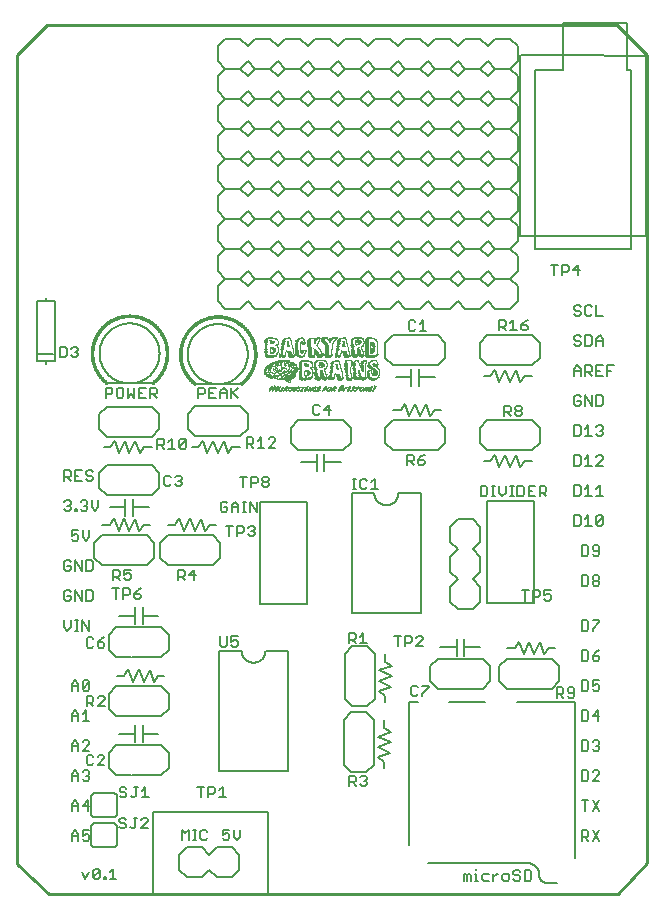
<source format=gto>
G75*
%MOIN*%
%OFA0B0*%
%FSLAX25Y25*%
%IPPOS*%
%LPD*%
%AMOC8*
5,1,8,0,0,1.08239X$1,22.5*
%
%ADD10C,0.01000*%
%ADD11C,0.00600*%
%ADD12C,0.01008*%
%ADD13C,0.00787*%
%ADD14C,0.00800*%
%ADD15C,0.00100*%
%ADD16C,0.00500*%
%ADD17R,0.00079X0.00039*%
%ADD18R,0.00039X0.00039*%
%ADD19R,0.00236X0.00039*%
%ADD20R,0.00197X0.00039*%
%ADD21R,0.00157X0.00039*%
%ADD22R,0.00394X0.00039*%
%ADD23R,0.00433X0.00039*%
%ADD24R,0.00315X0.00039*%
%ADD25R,0.00276X0.00039*%
%ADD26R,0.00118X0.00039*%
%ADD27R,0.00709X0.00039*%
%ADD28R,0.00669X0.00039*%
%ADD29R,0.00591X0.00039*%
%ADD30R,0.00630X0.00039*%
%ADD31R,0.00472X0.00039*%
%ADD32R,0.00866X0.00039*%
%ADD33R,0.00827X0.00039*%
%ADD34R,0.00787X0.00039*%
%ADD35R,0.00906X0.00039*%
%ADD36R,0.00354X0.00039*%
%ADD37R,0.00748X0.00039*%
%ADD38R,0.01024X0.00039*%
%ADD39R,0.00945X0.00039*%
%ADD40R,0.01102X0.00039*%
%ADD41R,0.00984X0.00039*%
%ADD42R,0.01142X0.00039*%
%ADD43R,0.01181X0.00039*%
%ADD44R,0.01063X0.00039*%
%ADD45R,0.01220X0.00039*%
%ADD46R,0.00512X0.00039*%
%ADD47R,0.00551X0.00039*%
%ADD48R,0.01299X0.00039*%
%ADD49R,0.01378X0.00039*%
%ADD50R,0.01339X0.00039*%
%ADD51R,0.01260X0.00039*%
%ADD52R,0.01614X0.00039*%
%ADD53R,0.02087X0.00039*%
%ADD54R,0.01535X0.00039*%
%ADD55R,0.01693X0.00039*%
%ADD56R,0.01850X0.00039*%
%ADD57R,0.02402X0.00039*%
%ADD58R,0.01772X0.00039*%
%ADD59R,0.02047X0.00039*%
%ADD60R,0.02638X0.00039*%
%ADD61R,0.02874X0.00039*%
%ADD62R,0.01890X0.00039*%
%ADD63R,0.01417X0.00039*%
%ADD64R,0.01496X0.00039*%
%ADD65R,0.01575X0.00039*%
%ADD66R,0.01457X0.00039*%
%ADD67R,0.01654X0.00039*%
%ADD68R,0.01929X0.00039*%
%ADD69R,0.03228X0.00039*%
%ADD70R,0.02008X0.00039*%
%ADD71R,0.02953X0.00039*%
%ADD72R,0.02598X0.00039*%
%ADD73R,0.03189X0.00039*%
%ADD74R,0.03268X0.00039*%
%ADD75R,0.02559X0.00039*%
%ADD76R,0.03307X0.00039*%
%ADD77R,0.02165X0.00039*%
%ADD78R,0.02244X0.00039*%
%ADD79R,0.01811X0.00039*%
%ADD80R,0.02126X0.00039*%
%ADD81R,0.01969X0.00039*%
%ADD82R,0.01732X0.00039*%
%ADD83R,0.02323X0.00039*%
%ADD84R,0.04331X0.00039*%
%ADD85R,0.04016X0.00039*%
%ADD86R,0.02441X0.00039*%
%ADD87R,0.02205X0.00039*%
%ADD88R,0.02913X0.00039*%
%ADD89R,0.02480X0.00039*%
%ADD90R,0.02362X0.00039*%
%ADD91R,0.02756X0.00039*%
%ADD92R,0.03150X0.00039*%
%ADD93R,0.03031X0.00039*%
%ADD94R,0.02677X0.00039*%
%ADD95R,0.02835X0.00039*%
%ADD96R,0.03504X0.00039*%
%ADD97R,0.04291X0.00039*%
%ADD98R,0.03937X0.00039*%
%ADD99R,0.02283X0.00039*%
%ADD100R,0.02717X0.00039*%
%ADD101R,0.03110X0.00039*%
%ADD102R,0.02992X0.00039*%
D10*
X0008544Y0028920D02*
X0018977Y0019038D01*
X0208820Y0019038D01*
X0218387Y0029117D01*
X0218387Y0029195D02*
X0218387Y0298644D01*
X0208426Y0308644D01*
X0018426Y0308644D02*
X0018387Y0308605D01*
X0008544Y0298644D01*
X0008544Y0028920D01*
D11*
X0026620Y0036720D02*
X0026620Y0038988D01*
X0027754Y0040123D01*
X0028888Y0038988D01*
X0028888Y0036720D01*
X0030303Y0037287D02*
X0030870Y0036720D01*
X0032004Y0036720D01*
X0032572Y0037287D01*
X0032572Y0038421D01*
X0032004Y0038988D01*
X0031437Y0038988D01*
X0030303Y0038421D01*
X0030303Y0040123D01*
X0032572Y0040123D01*
X0033111Y0041502D02*
X0033111Y0035597D01*
X0033119Y0035534D01*
X0033130Y0035472D01*
X0033145Y0035410D01*
X0033163Y0035350D01*
X0033185Y0035290D01*
X0033210Y0035232D01*
X0033239Y0035176D01*
X0033271Y0035121D01*
X0033306Y0035069D01*
X0033344Y0035018D01*
X0033384Y0034970D01*
X0033428Y0034924D01*
X0033474Y0034881D01*
X0033523Y0034840D01*
X0033574Y0034802D01*
X0033626Y0034768D01*
X0033681Y0034736D01*
X0033738Y0034708D01*
X0033796Y0034683D01*
X0033856Y0034662D01*
X0033916Y0034644D01*
X0033978Y0034630D01*
X0034040Y0034619D01*
X0034103Y0034612D01*
X0034166Y0034608D01*
X0034229Y0034609D01*
X0034292Y0034612D01*
X0034292Y0034613D02*
X0040591Y0034613D01*
X0040592Y0034612D02*
X0040655Y0034609D01*
X0040718Y0034608D01*
X0040781Y0034612D01*
X0040844Y0034619D01*
X0040906Y0034630D01*
X0040968Y0034644D01*
X0041028Y0034662D01*
X0041088Y0034683D01*
X0041146Y0034708D01*
X0041203Y0034736D01*
X0041258Y0034768D01*
X0041310Y0034802D01*
X0041361Y0034840D01*
X0041410Y0034881D01*
X0041456Y0034924D01*
X0041500Y0034970D01*
X0041540Y0035018D01*
X0041578Y0035069D01*
X0041613Y0035121D01*
X0041645Y0035176D01*
X0041674Y0035232D01*
X0041699Y0035290D01*
X0041721Y0035350D01*
X0041739Y0035410D01*
X0041754Y0035472D01*
X0041765Y0035534D01*
X0041773Y0035597D01*
X0041773Y0041502D01*
X0042546Y0041417D02*
X0043113Y0040850D01*
X0044247Y0040850D01*
X0044814Y0041417D01*
X0044814Y0041984D01*
X0044247Y0042551D01*
X0043113Y0042551D01*
X0042546Y0043118D01*
X0042546Y0043685D01*
X0043113Y0044253D01*
X0044247Y0044253D01*
X0044814Y0043685D01*
X0047363Y0044253D02*
X0048498Y0044253D01*
X0047930Y0044253D02*
X0047930Y0041417D01*
X0047363Y0040850D01*
X0046796Y0040850D01*
X0046229Y0041417D01*
X0049912Y0040850D02*
X0052181Y0043118D01*
X0052181Y0043685D01*
X0051614Y0044253D01*
X0050479Y0044253D01*
X0049912Y0043685D01*
X0049912Y0040850D02*
X0052181Y0040850D01*
X0052299Y0051129D02*
X0050030Y0051129D01*
X0051164Y0051129D02*
X0051164Y0054532D01*
X0050030Y0053398D01*
X0048616Y0054532D02*
X0047481Y0054532D01*
X0048048Y0054532D02*
X0048048Y0051696D01*
X0047481Y0051129D01*
X0046914Y0051129D01*
X0046347Y0051696D01*
X0044932Y0051696D02*
X0044365Y0051129D01*
X0043231Y0051129D01*
X0042664Y0051696D01*
X0041773Y0051577D02*
X0041773Y0045672D01*
X0041765Y0045609D01*
X0041754Y0045547D01*
X0041739Y0045485D01*
X0041721Y0045425D01*
X0041699Y0045365D01*
X0041674Y0045307D01*
X0041645Y0045251D01*
X0041613Y0045196D01*
X0041578Y0045144D01*
X0041540Y0045093D01*
X0041500Y0045045D01*
X0041456Y0044999D01*
X0041410Y0044956D01*
X0041361Y0044915D01*
X0041310Y0044877D01*
X0041258Y0044843D01*
X0041203Y0044811D01*
X0041146Y0044783D01*
X0041088Y0044758D01*
X0041028Y0044737D01*
X0040968Y0044719D01*
X0040906Y0044705D01*
X0040844Y0044694D01*
X0040781Y0044687D01*
X0040718Y0044683D01*
X0040655Y0044684D01*
X0040592Y0044687D01*
X0040591Y0044687D02*
X0034292Y0044687D01*
X0034229Y0044684D01*
X0034166Y0044683D01*
X0034103Y0044687D01*
X0034040Y0044694D01*
X0033978Y0044705D01*
X0033916Y0044719D01*
X0033856Y0044737D01*
X0033796Y0044758D01*
X0033738Y0044783D01*
X0033681Y0044811D01*
X0033626Y0044843D01*
X0033574Y0044877D01*
X0033523Y0044915D01*
X0033474Y0044956D01*
X0033428Y0044999D01*
X0033384Y0045045D01*
X0033344Y0045093D01*
X0033306Y0045144D01*
X0033271Y0045196D01*
X0033239Y0045251D01*
X0033210Y0045307D01*
X0033185Y0045365D01*
X0033163Y0045425D01*
X0033145Y0045485D01*
X0033130Y0045547D01*
X0033119Y0045609D01*
X0033111Y0045672D01*
X0033111Y0051577D01*
X0033119Y0051640D01*
X0033130Y0051702D01*
X0033145Y0051764D01*
X0033163Y0051824D01*
X0033185Y0051884D01*
X0033210Y0051942D01*
X0033239Y0051998D01*
X0033271Y0052053D01*
X0033306Y0052105D01*
X0033344Y0052156D01*
X0033384Y0052204D01*
X0033428Y0052250D01*
X0033474Y0052293D01*
X0033523Y0052334D01*
X0033574Y0052372D01*
X0033626Y0052406D01*
X0033681Y0052438D01*
X0033738Y0052466D01*
X0033796Y0052491D01*
X0033856Y0052512D01*
X0033916Y0052530D01*
X0033978Y0052544D01*
X0034040Y0052555D01*
X0034103Y0052562D01*
X0034166Y0052566D01*
X0034229Y0052565D01*
X0034292Y0052562D01*
X0034292Y0052561D02*
X0040591Y0052561D01*
X0040592Y0052561D02*
X0040655Y0052565D01*
X0040718Y0052566D01*
X0040781Y0052562D01*
X0040844Y0052555D01*
X0040906Y0052544D01*
X0040968Y0052530D01*
X0041029Y0052512D01*
X0041088Y0052491D01*
X0041146Y0052466D01*
X0041203Y0052438D01*
X0041258Y0052406D01*
X0041311Y0052372D01*
X0041362Y0052334D01*
X0041410Y0052294D01*
X0041456Y0052250D01*
X0041500Y0052205D01*
X0041541Y0052156D01*
X0041579Y0052106D01*
X0041614Y0052053D01*
X0041645Y0051998D01*
X0041674Y0051942D01*
X0041699Y0051884D01*
X0041721Y0051824D01*
X0041739Y0051764D01*
X0041754Y0051702D01*
X0041765Y0051640D01*
X0041773Y0051577D01*
X0043231Y0052831D02*
X0042664Y0053398D01*
X0042664Y0053965D01*
X0043231Y0054532D01*
X0044365Y0054532D01*
X0044932Y0053965D01*
X0044365Y0052831D02*
X0044932Y0052263D01*
X0044932Y0051696D01*
X0044365Y0052831D02*
X0043231Y0052831D01*
X0040591Y0042487D02*
X0034292Y0042487D01*
X0034229Y0042490D01*
X0034166Y0042491D01*
X0034103Y0042487D01*
X0034040Y0042480D01*
X0033978Y0042469D01*
X0033916Y0042455D01*
X0033856Y0042437D01*
X0033796Y0042416D01*
X0033738Y0042391D01*
X0033681Y0042363D01*
X0033626Y0042331D01*
X0033574Y0042297D01*
X0033523Y0042259D01*
X0033474Y0042218D01*
X0033428Y0042175D01*
X0033384Y0042129D01*
X0033344Y0042081D01*
X0033306Y0042030D01*
X0033271Y0041978D01*
X0033239Y0041923D01*
X0033210Y0041867D01*
X0033185Y0041809D01*
X0033163Y0041749D01*
X0033145Y0041689D01*
X0033130Y0041627D01*
X0033119Y0041565D01*
X0033111Y0041502D01*
X0028888Y0038421D02*
X0026620Y0038421D01*
X0026620Y0046720D02*
X0026620Y0048988D01*
X0027754Y0050123D01*
X0028888Y0048988D01*
X0028888Y0046720D01*
X0028888Y0048421D02*
X0026620Y0048421D01*
X0030303Y0048421D02*
X0032572Y0048421D01*
X0032004Y0046720D02*
X0032004Y0050123D01*
X0030303Y0048421D01*
X0030870Y0056720D02*
X0030303Y0057287D01*
X0030870Y0056720D02*
X0032004Y0056720D01*
X0032572Y0057287D01*
X0032572Y0057854D01*
X0032004Y0058421D01*
X0031437Y0058421D01*
X0032004Y0058421D02*
X0032572Y0058988D01*
X0032572Y0059555D01*
X0032004Y0060123D01*
X0030870Y0060123D01*
X0030303Y0059555D01*
X0028888Y0058988D02*
X0027754Y0060123D01*
X0026620Y0058988D01*
X0026620Y0056720D01*
X0026620Y0058421D02*
X0028888Y0058421D01*
X0028888Y0058988D02*
X0028888Y0056720D01*
X0032188Y0061917D02*
X0033322Y0061917D01*
X0033889Y0062484D01*
X0035304Y0061917D02*
X0037572Y0064186D01*
X0037572Y0064753D01*
X0037005Y0065320D01*
X0035871Y0065320D01*
X0035304Y0064753D01*
X0033889Y0064753D02*
X0033322Y0065320D01*
X0032188Y0065320D01*
X0031620Y0064753D01*
X0031620Y0062484D01*
X0032188Y0061917D01*
X0035304Y0061917D02*
X0037572Y0061917D01*
X0032572Y0066720D02*
X0030303Y0066720D01*
X0032572Y0068988D01*
X0032572Y0069555D01*
X0032004Y0070123D01*
X0030870Y0070123D01*
X0030303Y0069555D01*
X0028888Y0068988D02*
X0027754Y0070123D01*
X0026620Y0068988D01*
X0026620Y0066720D01*
X0026620Y0068421D02*
X0028888Y0068421D01*
X0028888Y0068988D02*
X0028888Y0066720D01*
X0028888Y0076720D02*
X0028888Y0078988D01*
X0027754Y0080123D01*
X0026620Y0078988D01*
X0026620Y0076720D01*
X0026620Y0078421D02*
X0028888Y0078421D01*
X0030303Y0078988D02*
X0031437Y0080123D01*
X0031437Y0076720D01*
X0030303Y0076720D02*
X0032572Y0076720D01*
X0031660Y0081563D02*
X0031660Y0084966D01*
X0033361Y0084966D01*
X0033928Y0084399D01*
X0033928Y0083264D01*
X0033361Y0082697D01*
X0031660Y0082697D01*
X0032794Y0082697D02*
X0033928Y0081563D01*
X0035343Y0081563D02*
X0037612Y0083832D01*
X0037612Y0084399D01*
X0037044Y0084966D01*
X0035910Y0084966D01*
X0035343Y0084399D01*
X0035343Y0081563D02*
X0037612Y0081563D01*
X0032004Y0086720D02*
X0030870Y0086720D01*
X0030303Y0087287D01*
X0032572Y0089555D01*
X0032572Y0087287D01*
X0032004Y0086720D01*
X0030303Y0087287D02*
X0030303Y0089555D01*
X0030870Y0090123D01*
X0032004Y0090123D01*
X0032572Y0089555D01*
X0028888Y0088988D02*
X0028888Y0086720D01*
X0028888Y0088421D02*
X0026620Y0088421D01*
X0026620Y0088988D02*
X0027754Y0090123D01*
X0028888Y0088988D01*
X0026620Y0088988D02*
X0026620Y0086720D01*
X0032188Y0101091D02*
X0033322Y0101091D01*
X0033889Y0101658D01*
X0035304Y0101658D02*
X0035871Y0101091D01*
X0037005Y0101091D01*
X0037572Y0101658D01*
X0037572Y0102225D01*
X0037005Y0102792D01*
X0035304Y0102792D01*
X0035304Y0101658D01*
X0035304Y0102792D02*
X0036438Y0103926D01*
X0037572Y0104493D01*
X0033889Y0103926D02*
X0033322Y0104493D01*
X0032188Y0104493D01*
X0031620Y0103926D01*
X0031620Y0101658D01*
X0032188Y0101091D01*
X0032527Y0106720D02*
X0032527Y0110123D01*
X0030258Y0110123D02*
X0030258Y0106720D01*
X0028937Y0106720D02*
X0027803Y0106720D01*
X0028370Y0106720D02*
X0028370Y0110123D01*
X0027803Y0110123D02*
X0028937Y0110123D01*
X0030258Y0110123D02*
X0032527Y0106720D01*
X0026388Y0107854D02*
X0026388Y0110123D01*
X0024120Y0110123D02*
X0024120Y0107854D01*
X0025254Y0106720D01*
X0026388Y0107854D01*
X0025821Y0116720D02*
X0026388Y0117287D01*
X0026388Y0118421D01*
X0025254Y0118421D01*
X0024120Y0117287D02*
X0024687Y0116720D01*
X0025821Y0116720D01*
X0024120Y0117287D02*
X0024120Y0119555D01*
X0024687Y0120123D01*
X0025821Y0120123D01*
X0026388Y0119555D01*
X0027803Y0120123D02*
X0030072Y0116720D01*
X0030072Y0120123D01*
X0031486Y0120123D02*
X0031486Y0116720D01*
X0033188Y0116720D01*
X0033755Y0117287D01*
X0033755Y0119555D01*
X0033188Y0120123D01*
X0031486Y0120123D01*
X0027803Y0120123D02*
X0027803Y0116720D01*
X0027803Y0126720D02*
X0027803Y0130123D01*
X0030072Y0126720D01*
X0030072Y0130123D01*
X0031486Y0130123D02*
X0031486Y0126720D01*
X0033188Y0126720D01*
X0033755Y0127287D01*
X0033755Y0129555D01*
X0033188Y0130123D01*
X0031486Y0130123D01*
X0031437Y0136720D02*
X0030303Y0137854D01*
X0030303Y0140123D01*
X0028888Y0140123D02*
X0026620Y0140123D01*
X0026620Y0138421D01*
X0027754Y0138988D01*
X0028321Y0138988D01*
X0028888Y0138421D01*
X0028888Y0137287D01*
X0028321Y0136720D01*
X0027187Y0136720D01*
X0026620Y0137287D01*
X0025821Y0130123D02*
X0024687Y0130123D01*
X0024120Y0129555D01*
X0024120Y0127287D01*
X0024687Y0126720D01*
X0025821Y0126720D01*
X0026388Y0127287D01*
X0026388Y0128421D01*
X0025254Y0128421D01*
X0026388Y0129555D02*
X0025821Y0130123D01*
X0031437Y0136720D02*
X0032572Y0137854D01*
X0032572Y0140123D01*
X0031346Y0146720D02*
X0030212Y0146720D01*
X0029645Y0147287D01*
X0028370Y0147287D02*
X0028370Y0146720D01*
X0027803Y0146720D01*
X0027803Y0147287D01*
X0028370Y0147287D01*
X0026388Y0147287D02*
X0025821Y0146720D01*
X0024687Y0146720D01*
X0024120Y0147287D01*
X0025254Y0148421D02*
X0025821Y0148421D01*
X0026388Y0147854D01*
X0026388Y0147287D01*
X0025821Y0148421D02*
X0026388Y0148988D01*
X0026388Y0149555D01*
X0025821Y0150123D01*
X0024687Y0150123D01*
X0024120Y0149555D01*
X0029645Y0149555D02*
X0030212Y0150123D01*
X0031346Y0150123D01*
X0031913Y0149555D01*
X0031913Y0148988D01*
X0031346Y0148421D01*
X0031913Y0147854D01*
X0031913Y0147287D01*
X0031346Y0146720D01*
X0031346Y0148421D02*
X0030779Y0148421D01*
X0033328Y0147854D02*
X0033328Y0150123D01*
X0035596Y0150123D02*
X0035596Y0147854D01*
X0034462Y0146720D01*
X0033328Y0147854D01*
X0033188Y0156720D02*
X0032053Y0156720D01*
X0031486Y0157287D01*
X0032053Y0158421D02*
X0033188Y0158421D01*
X0033755Y0157854D01*
X0033755Y0157287D01*
X0033188Y0156720D01*
X0032053Y0158421D02*
X0031486Y0158988D01*
X0031486Y0159555D01*
X0032053Y0160123D01*
X0033188Y0160123D01*
X0033755Y0159555D01*
X0030072Y0160123D02*
X0027803Y0160123D01*
X0027803Y0156720D01*
X0030072Y0156720D01*
X0028937Y0158421D02*
X0027803Y0158421D01*
X0026388Y0158421D02*
X0025821Y0157854D01*
X0024120Y0157854D01*
X0025254Y0157854D02*
X0026388Y0156720D01*
X0026388Y0158421D02*
X0026388Y0159555D01*
X0025821Y0160123D01*
X0024120Y0160123D01*
X0024120Y0156720D01*
X0037958Y0184312D02*
X0037958Y0187715D01*
X0039660Y0187715D01*
X0040227Y0187148D01*
X0040227Y0186013D01*
X0039660Y0185446D01*
X0037958Y0185446D01*
X0041642Y0184879D02*
X0042209Y0184312D01*
X0043343Y0184312D01*
X0043910Y0184879D01*
X0043910Y0187148D01*
X0043343Y0187715D01*
X0042209Y0187715D01*
X0041642Y0187148D01*
X0041642Y0184879D01*
X0045325Y0184312D02*
X0046459Y0185446D01*
X0047593Y0184312D01*
X0047593Y0187715D01*
X0049008Y0187715D02*
X0049008Y0184312D01*
X0051276Y0184312D01*
X0052691Y0184312D02*
X0052691Y0187715D01*
X0054392Y0187715D01*
X0054960Y0187148D01*
X0054960Y0186013D01*
X0054392Y0185446D01*
X0052691Y0185446D01*
X0053825Y0185446D02*
X0054960Y0184312D01*
X0051276Y0187715D02*
X0049008Y0187715D01*
X0049008Y0186013D02*
X0050142Y0186013D01*
X0045325Y0187715D02*
X0045325Y0184312D01*
X0035946Y0199156D02*
X0035949Y0199401D01*
X0035958Y0199647D01*
X0035973Y0199892D01*
X0035994Y0200136D01*
X0036021Y0200380D01*
X0036054Y0200623D01*
X0036093Y0200866D01*
X0036138Y0201107D01*
X0036189Y0201347D01*
X0036246Y0201586D01*
X0036308Y0201823D01*
X0036377Y0202059D01*
X0036451Y0202293D01*
X0036531Y0202525D01*
X0036616Y0202755D01*
X0036707Y0202983D01*
X0036804Y0203208D01*
X0036906Y0203432D01*
X0037014Y0203652D01*
X0037127Y0203870D01*
X0037245Y0204085D01*
X0037369Y0204297D01*
X0037497Y0204506D01*
X0037631Y0204712D01*
X0037770Y0204914D01*
X0037914Y0205113D01*
X0038063Y0205308D01*
X0038216Y0205500D01*
X0038374Y0205688D01*
X0038536Y0205872D01*
X0038704Y0206051D01*
X0038875Y0206227D01*
X0039051Y0206398D01*
X0039230Y0206566D01*
X0039414Y0206728D01*
X0039602Y0206886D01*
X0039794Y0207039D01*
X0039989Y0207188D01*
X0040188Y0207332D01*
X0040390Y0207471D01*
X0040596Y0207605D01*
X0040805Y0207733D01*
X0041017Y0207857D01*
X0041232Y0207975D01*
X0041450Y0208088D01*
X0041670Y0208196D01*
X0041894Y0208298D01*
X0042119Y0208395D01*
X0042347Y0208486D01*
X0042577Y0208571D01*
X0042809Y0208651D01*
X0043043Y0208725D01*
X0043279Y0208794D01*
X0043516Y0208856D01*
X0043755Y0208913D01*
X0043995Y0208964D01*
X0044236Y0209009D01*
X0044479Y0209048D01*
X0044722Y0209081D01*
X0044966Y0209108D01*
X0045210Y0209129D01*
X0045455Y0209144D01*
X0045701Y0209153D01*
X0045946Y0209156D01*
X0046191Y0209153D01*
X0046437Y0209144D01*
X0046682Y0209129D01*
X0046926Y0209108D01*
X0047170Y0209081D01*
X0047413Y0209048D01*
X0047656Y0209009D01*
X0047897Y0208964D01*
X0048137Y0208913D01*
X0048376Y0208856D01*
X0048613Y0208794D01*
X0048849Y0208725D01*
X0049083Y0208651D01*
X0049315Y0208571D01*
X0049545Y0208486D01*
X0049773Y0208395D01*
X0049998Y0208298D01*
X0050222Y0208196D01*
X0050442Y0208088D01*
X0050660Y0207975D01*
X0050875Y0207857D01*
X0051087Y0207733D01*
X0051296Y0207605D01*
X0051502Y0207471D01*
X0051704Y0207332D01*
X0051903Y0207188D01*
X0052098Y0207039D01*
X0052290Y0206886D01*
X0052478Y0206728D01*
X0052662Y0206566D01*
X0052841Y0206398D01*
X0053017Y0206227D01*
X0053188Y0206051D01*
X0053356Y0205872D01*
X0053518Y0205688D01*
X0053676Y0205500D01*
X0053829Y0205308D01*
X0053978Y0205113D01*
X0054122Y0204914D01*
X0054261Y0204712D01*
X0054395Y0204506D01*
X0054523Y0204297D01*
X0054647Y0204085D01*
X0054765Y0203870D01*
X0054878Y0203652D01*
X0054986Y0203432D01*
X0055088Y0203208D01*
X0055185Y0202983D01*
X0055276Y0202755D01*
X0055361Y0202525D01*
X0055441Y0202293D01*
X0055515Y0202059D01*
X0055584Y0201823D01*
X0055646Y0201586D01*
X0055703Y0201347D01*
X0055754Y0201107D01*
X0055799Y0200866D01*
X0055838Y0200623D01*
X0055871Y0200380D01*
X0055898Y0200136D01*
X0055919Y0199892D01*
X0055934Y0199647D01*
X0055943Y0199401D01*
X0055946Y0199156D01*
X0055943Y0198911D01*
X0055934Y0198665D01*
X0055919Y0198420D01*
X0055898Y0198176D01*
X0055871Y0197932D01*
X0055838Y0197689D01*
X0055799Y0197446D01*
X0055754Y0197205D01*
X0055703Y0196965D01*
X0055646Y0196726D01*
X0055584Y0196489D01*
X0055515Y0196253D01*
X0055441Y0196019D01*
X0055361Y0195787D01*
X0055276Y0195557D01*
X0055185Y0195329D01*
X0055088Y0195104D01*
X0054986Y0194880D01*
X0054878Y0194660D01*
X0054765Y0194442D01*
X0054647Y0194227D01*
X0054523Y0194015D01*
X0054395Y0193806D01*
X0054261Y0193600D01*
X0054122Y0193398D01*
X0053978Y0193199D01*
X0053829Y0193004D01*
X0053676Y0192812D01*
X0053518Y0192624D01*
X0053356Y0192440D01*
X0053188Y0192261D01*
X0053017Y0192085D01*
X0052841Y0191914D01*
X0052662Y0191746D01*
X0052478Y0191584D01*
X0052290Y0191426D01*
X0052098Y0191273D01*
X0051903Y0191124D01*
X0051704Y0190980D01*
X0051502Y0190841D01*
X0051296Y0190707D01*
X0051087Y0190579D01*
X0050875Y0190455D01*
X0050660Y0190337D01*
X0050442Y0190224D01*
X0050222Y0190116D01*
X0049998Y0190014D01*
X0049773Y0189917D01*
X0049545Y0189826D01*
X0049315Y0189741D01*
X0049083Y0189661D01*
X0048849Y0189587D01*
X0048613Y0189518D01*
X0048376Y0189456D01*
X0048137Y0189399D01*
X0047897Y0189348D01*
X0047656Y0189303D01*
X0047413Y0189264D01*
X0047170Y0189231D01*
X0046926Y0189204D01*
X0046682Y0189183D01*
X0046437Y0189168D01*
X0046191Y0189159D01*
X0045946Y0189156D01*
X0045701Y0189159D01*
X0045455Y0189168D01*
X0045210Y0189183D01*
X0044966Y0189204D01*
X0044722Y0189231D01*
X0044479Y0189264D01*
X0044236Y0189303D01*
X0043995Y0189348D01*
X0043755Y0189399D01*
X0043516Y0189456D01*
X0043279Y0189518D01*
X0043043Y0189587D01*
X0042809Y0189661D01*
X0042577Y0189741D01*
X0042347Y0189826D01*
X0042119Y0189917D01*
X0041894Y0190014D01*
X0041670Y0190116D01*
X0041450Y0190224D01*
X0041232Y0190337D01*
X0041017Y0190455D01*
X0040805Y0190579D01*
X0040596Y0190707D01*
X0040390Y0190841D01*
X0040188Y0190980D01*
X0039989Y0191124D01*
X0039794Y0191273D01*
X0039602Y0191426D01*
X0039414Y0191584D01*
X0039230Y0191746D01*
X0039051Y0191914D01*
X0038875Y0192085D01*
X0038704Y0192261D01*
X0038536Y0192440D01*
X0038374Y0192624D01*
X0038216Y0192812D01*
X0038063Y0193004D01*
X0037914Y0193199D01*
X0037770Y0193398D01*
X0037631Y0193600D01*
X0037497Y0193806D01*
X0037369Y0194015D01*
X0037245Y0194227D01*
X0037127Y0194442D01*
X0037014Y0194660D01*
X0036906Y0194880D01*
X0036804Y0195104D01*
X0036707Y0195329D01*
X0036616Y0195557D01*
X0036531Y0195787D01*
X0036451Y0196019D01*
X0036377Y0196253D01*
X0036308Y0196489D01*
X0036246Y0196726D01*
X0036189Y0196965D01*
X0036138Y0197205D01*
X0036093Y0197446D01*
X0036054Y0197689D01*
X0036021Y0197932D01*
X0035994Y0198176D01*
X0035973Y0198420D01*
X0035958Y0198665D01*
X0035949Y0198911D01*
X0035946Y0199156D01*
X0028812Y0199015D02*
X0028812Y0198448D01*
X0028245Y0197881D01*
X0027110Y0197881D01*
X0026543Y0198448D01*
X0025129Y0198448D02*
X0025129Y0200717D01*
X0024561Y0201284D01*
X0022860Y0201284D01*
X0022860Y0197881D01*
X0024561Y0197881D01*
X0025129Y0198448D01*
X0026543Y0200717D02*
X0027110Y0201284D01*
X0028245Y0201284D01*
X0028812Y0200717D01*
X0028812Y0200150D01*
X0028245Y0199583D01*
X0028812Y0199015D01*
X0028245Y0199583D02*
X0027677Y0199583D01*
X0055237Y0170728D02*
X0055237Y0167325D01*
X0055237Y0168459D02*
X0056939Y0168459D01*
X0057506Y0169027D01*
X0057506Y0170161D01*
X0056939Y0170728D01*
X0055237Y0170728D01*
X0056371Y0168459D02*
X0057506Y0167325D01*
X0058920Y0167325D02*
X0061189Y0167325D01*
X0060055Y0167325D02*
X0060055Y0170728D01*
X0058920Y0169594D01*
X0062603Y0170161D02*
X0063171Y0170728D01*
X0064305Y0170728D01*
X0064872Y0170161D01*
X0062603Y0167892D01*
X0063171Y0167325D01*
X0064305Y0167325D01*
X0064872Y0167892D01*
X0064872Y0170161D01*
X0062603Y0170161D02*
X0062603Y0167892D01*
X0062826Y0158327D02*
X0061692Y0158327D01*
X0061125Y0157759D01*
X0059710Y0157759D02*
X0059143Y0158327D01*
X0058009Y0158327D01*
X0057442Y0157759D01*
X0057442Y0155491D01*
X0058009Y0154924D01*
X0059143Y0154924D01*
X0059710Y0155491D01*
X0061125Y0155491D02*
X0061692Y0154924D01*
X0062826Y0154924D01*
X0063394Y0155491D01*
X0063394Y0156058D01*
X0062826Y0156625D01*
X0062259Y0156625D01*
X0062826Y0156625D02*
X0063394Y0157192D01*
X0063394Y0157759D01*
X0062826Y0158327D01*
X0076300Y0149177D02*
X0076300Y0146908D01*
X0076867Y0146341D01*
X0078002Y0146341D01*
X0078569Y0146908D01*
X0078569Y0148042D01*
X0077434Y0148042D01*
X0076300Y0149177D02*
X0076867Y0149744D01*
X0078002Y0149744D01*
X0078569Y0149177D01*
X0079983Y0148610D02*
X0081118Y0149744D01*
X0082252Y0148610D01*
X0082252Y0146341D01*
X0083666Y0146341D02*
X0084801Y0146341D01*
X0084234Y0146341D02*
X0084234Y0149744D01*
X0084801Y0149744D02*
X0083666Y0149744D01*
X0082252Y0148042D02*
X0079983Y0148042D01*
X0079983Y0148610D02*
X0079983Y0146341D01*
X0080325Y0141638D02*
X0078057Y0141638D01*
X0079191Y0141638D02*
X0079191Y0138235D01*
X0081740Y0138235D02*
X0081740Y0141638D01*
X0083441Y0141638D01*
X0084009Y0141071D01*
X0084009Y0139937D01*
X0083441Y0139370D01*
X0081740Y0139370D01*
X0085423Y0138803D02*
X0085990Y0138235D01*
X0087125Y0138235D01*
X0087692Y0138803D01*
X0087692Y0139370D01*
X0087125Y0139937D01*
X0086557Y0139937D01*
X0087125Y0139937D02*
X0087692Y0140504D01*
X0087692Y0141071D01*
X0087125Y0141638D01*
X0085990Y0141638D01*
X0085423Y0141071D01*
X0086122Y0146341D02*
X0086122Y0149744D01*
X0088390Y0146341D01*
X0088390Y0149744D01*
X0086464Y0154653D02*
X0086464Y0158056D01*
X0088166Y0158056D01*
X0088733Y0157489D01*
X0088733Y0156354D01*
X0088166Y0155787D01*
X0086464Y0155787D01*
X0085050Y0158056D02*
X0082781Y0158056D01*
X0083916Y0158056D02*
X0083916Y0154653D01*
X0090148Y0155220D02*
X0090148Y0155787D01*
X0090715Y0156354D01*
X0091849Y0156354D01*
X0092416Y0155787D01*
X0092416Y0155220D01*
X0091849Y0154653D01*
X0090715Y0154653D01*
X0090148Y0155220D01*
X0090715Y0156354D02*
X0090148Y0156921D01*
X0090148Y0157489D01*
X0090715Y0158056D01*
X0091849Y0158056D01*
X0092416Y0157489D01*
X0092416Y0156921D01*
X0091849Y0156354D01*
X0092328Y0167719D02*
X0094596Y0169988D01*
X0094596Y0170555D01*
X0094029Y0171122D01*
X0092895Y0171122D01*
X0092328Y0170555D01*
X0089779Y0171122D02*
X0089779Y0167719D01*
X0088645Y0167719D02*
X0090913Y0167719D01*
X0092328Y0167719D02*
X0094596Y0167719D01*
X0089779Y0171122D02*
X0088645Y0169988D01*
X0087230Y0170555D02*
X0087230Y0169420D01*
X0086663Y0168853D01*
X0084962Y0168853D01*
X0086096Y0168853D02*
X0087230Y0167719D01*
X0084962Y0167719D02*
X0084962Y0171122D01*
X0086663Y0171122D01*
X0087230Y0170555D01*
X0082182Y0184312D02*
X0080480Y0186013D01*
X0079913Y0185446D02*
X0082182Y0187715D01*
X0079913Y0187715D02*
X0079913Y0184312D01*
X0078499Y0184312D02*
X0078499Y0186580D01*
X0077364Y0187715D01*
X0076230Y0186580D01*
X0076230Y0184312D01*
X0074816Y0184312D02*
X0072547Y0184312D01*
X0072547Y0187715D01*
X0074816Y0187715D01*
X0073681Y0186013D02*
X0072547Y0186013D01*
X0071132Y0186013D02*
X0071132Y0187148D01*
X0070565Y0187715D01*
X0068864Y0187715D01*
X0068864Y0184312D01*
X0068864Y0185446D02*
X0070565Y0185446D01*
X0071132Y0186013D01*
X0076230Y0186013D02*
X0078499Y0186013D01*
X0065355Y0198880D02*
X0065358Y0199125D01*
X0065367Y0199371D01*
X0065382Y0199616D01*
X0065403Y0199860D01*
X0065430Y0200104D01*
X0065463Y0200347D01*
X0065502Y0200590D01*
X0065547Y0200831D01*
X0065598Y0201071D01*
X0065655Y0201310D01*
X0065717Y0201547D01*
X0065786Y0201783D01*
X0065860Y0202017D01*
X0065940Y0202249D01*
X0066025Y0202479D01*
X0066116Y0202707D01*
X0066213Y0202932D01*
X0066315Y0203156D01*
X0066423Y0203376D01*
X0066536Y0203594D01*
X0066654Y0203809D01*
X0066778Y0204021D01*
X0066906Y0204230D01*
X0067040Y0204436D01*
X0067179Y0204638D01*
X0067323Y0204837D01*
X0067472Y0205032D01*
X0067625Y0205224D01*
X0067783Y0205412D01*
X0067945Y0205596D01*
X0068113Y0205775D01*
X0068284Y0205951D01*
X0068460Y0206122D01*
X0068639Y0206290D01*
X0068823Y0206452D01*
X0069011Y0206610D01*
X0069203Y0206763D01*
X0069398Y0206912D01*
X0069597Y0207056D01*
X0069799Y0207195D01*
X0070005Y0207329D01*
X0070214Y0207457D01*
X0070426Y0207581D01*
X0070641Y0207699D01*
X0070859Y0207812D01*
X0071079Y0207920D01*
X0071303Y0208022D01*
X0071528Y0208119D01*
X0071756Y0208210D01*
X0071986Y0208295D01*
X0072218Y0208375D01*
X0072452Y0208449D01*
X0072688Y0208518D01*
X0072925Y0208580D01*
X0073164Y0208637D01*
X0073404Y0208688D01*
X0073645Y0208733D01*
X0073888Y0208772D01*
X0074131Y0208805D01*
X0074375Y0208832D01*
X0074619Y0208853D01*
X0074864Y0208868D01*
X0075110Y0208877D01*
X0075355Y0208880D01*
X0075600Y0208877D01*
X0075846Y0208868D01*
X0076091Y0208853D01*
X0076335Y0208832D01*
X0076579Y0208805D01*
X0076822Y0208772D01*
X0077065Y0208733D01*
X0077306Y0208688D01*
X0077546Y0208637D01*
X0077785Y0208580D01*
X0078022Y0208518D01*
X0078258Y0208449D01*
X0078492Y0208375D01*
X0078724Y0208295D01*
X0078954Y0208210D01*
X0079182Y0208119D01*
X0079407Y0208022D01*
X0079631Y0207920D01*
X0079851Y0207812D01*
X0080069Y0207699D01*
X0080284Y0207581D01*
X0080496Y0207457D01*
X0080705Y0207329D01*
X0080911Y0207195D01*
X0081113Y0207056D01*
X0081312Y0206912D01*
X0081507Y0206763D01*
X0081699Y0206610D01*
X0081887Y0206452D01*
X0082071Y0206290D01*
X0082250Y0206122D01*
X0082426Y0205951D01*
X0082597Y0205775D01*
X0082765Y0205596D01*
X0082927Y0205412D01*
X0083085Y0205224D01*
X0083238Y0205032D01*
X0083387Y0204837D01*
X0083531Y0204638D01*
X0083670Y0204436D01*
X0083804Y0204230D01*
X0083932Y0204021D01*
X0084056Y0203809D01*
X0084174Y0203594D01*
X0084287Y0203376D01*
X0084395Y0203156D01*
X0084497Y0202932D01*
X0084594Y0202707D01*
X0084685Y0202479D01*
X0084770Y0202249D01*
X0084850Y0202017D01*
X0084924Y0201783D01*
X0084993Y0201547D01*
X0085055Y0201310D01*
X0085112Y0201071D01*
X0085163Y0200831D01*
X0085208Y0200590D01*
X0085247Y0200347D01*
X0085280Y0200104D01*
X0085307Y0199860D01*
X0085328Y0199616D01*
X0085343Y0199371D01*
X0085352Y0199125D01*
X0085355Y0198880D01*
X0085352Y0198635D01*
X0085343Y0198389D01*
X0085328Y0198144D01*
X0085307Y0197900D01*
X0085280Y0197656D01*
X0085247Y0197413D01*
X0085208Y0197170D01*
X0085163Y0196929D01*
X0085112Y0196689D01*
X0085055Y0196450D01*
X0084993Y0196213D01*
X0084924Y0195977D01*
X0084850Y0195743D01*
X0084770Y0195511D01*
X0084685Y0195281D01*
X0084594Y0195053D01*
X0084497Y0194828D01*
X0084395Y0194604D01*
X0084287Y0194384D01*
X0084174Y0194166D01*
X0084056Y0193951D01*
X0083932Y0193739D01*
X0083804Y0193530D01*
X0083670Y0193324D01*
X0083531Y0193122D01*
X0083387Y0192923D01*
X0083238Y0192728D01*
X0083085Y0192536D01*
X0082927Y0192348D01*
X0082765Y0192164D01*
X0082597Y0191985D01*
X0082426Y0191809D01*
X0082250Y0191638D01*
X0082071Y0191470D01*
X0081887Y0191308D01*
X0081699Y0191150D01*
X0081507Y0190997D01*
X0081312Y0190848D01*
X0081113Y0190704D01*
X0080911Y0190565D01*
X0080705Y0190431D01*
X0080496Y0190303D01*
X0080284Y0190179D01*
X0080069Y0190061D01*
X0079851Y0189948D01*
X0079631Y0189840D01*
X0079407Y0189738D01*
X0079182Y0189641D01*
X0078954Y0189550D01*
X0078724Y0189465D01*
X0078492Y0189385D01*
X0078258Y0189311D01*
X0078022Y0189242D01*
X0077785Y0189180D01*
X0077546Y0189123D01*
X0077306Y0189072D01*
X0077065Y0189027D01*
X0076822Y0188988D01*
X0076579Y0188955D01*
X0076335Y0188928D01*
X0076091Y0188907D01*
X0075846Y0188892D01*
X0075600Y0188883D01*
X0075355Y0188880D01*
X0075110Y0188883D01*
X0074864Y0188892D01*
X0074619Y0188907D01*
X0074375Y0188928D01*
X0074131Y0188955D01*
X0073888Y0188988D01*
X0073645Y0189027D01*
X0073404Y0189072D01*
X0073164Y0189123D01*
X0072925Y0189180D01*
X0072688Y0189242D01*
X0072452Y0189311D01*
X0072218Y0189385D01*
X0071986Y0189465D01*
X0071756Y0189550D01*
X0071528Y0189641D01*
X0071303Y0189738D01*
X0071079Y0189840D01*
X0070859Y0189948D01*
X0070641Y0190061D01*
X0070426Y0190179D01*
X0070214Y0190303D01*
X0070005Y0190431D01*
X0069799Y0190565D01*
X0069597Y0190704D01*
X0069398Y0190848D01*
X0069203Y0190997D01*
X0069011Y0191150D01*
X0068823Y0191308D01*
X0068639Y0191470D01*
X0068460Y0191638D01*
X0068284Y0191809D01*
X0068113Y0191985D01*
X0067945Y0192164D01*
X0067783Y0192348D01*
X0067625Y0192536D01*
X0067472Y0192728D01*
X0067323Y0192923D01*
X0067179Y0193122D01*
X0067040Y0193324D01*
X0066906Y0193530D01*
X0066778Y0193739D01*
X0066654Y0193951D01*
X0066536Y0194166D01*
X0066423Y0194384D01*
X0066315Y0194604D01*
X0066213Y0194828D01*
X0066116Y0195053D01*
X0066025Y0195281D01*
X0065940Y0195511D01*
X0065860Y0195743D01*
X0065786Y0195977D01*
X0065717Y0196213D01*
X0065655Y0196450D01*
X0065598Y0196689D01*
X0065547Y0196929D01*
X0065502Y0197170D01*
X0065463Y0197413D01*
X0065430Y0197656D01*
X0065403Y0197900D01*
X0065382Y0198144D01*
X0065367Y0198389D01*
X0065358Y0198635D01*
X0065355Y0198880D01*
X0107127Y0181460D02*
X0107127Y0179192D01*
X0107694Y0178624D01*
X0108828Y0178624D01*
X0109395Y0179192D01*
X0110810Y0180326D02*
X0113079Y0180326D01*
X0112511Y0182027D02*
X0110810Y0180326D01*
X0109395Y0181460D02*
X0108828Y0182027D01*
X0107694Y0182027D01*
X0107127Y0181460D01*
X0112511Y0182027D02*
X0112511Y0178624D01*
X0120336Y0157284D02*
X0121471Y0157284D01*
X0120903Y0157284D02*
X0120903Y0153881D01*
X0120336Y0153881D02*
X0121471Y0153881D01*
X0122792Y0154448D02*
X0123359Y0153881D01*
X0124493Y0153881D01*
X0125060Y0154448D01*
X0126475Y0153881D02*
X0128744Y0153881D01*
X0127609Y0153881D02*
X0127609Y0157284D01*
X0126475Y0156150D01*
X0125060Y0156717D02*
X0124493Y0157284D01*
X0123359Y0157284D01*
X0122792Y0156717D01*
X0122792Y0154448D01*
X0120036Y0152581D02*
X0127536Y0152581D01*
X0127538Y0152455D01*
X0127544Y0152330D01*
X0127554Y0152205D01*
X0127568Y0152080D01*
X0127585Y0151955D01*
X0127607Y0151831D01*
X0127632Y0151708D01*
X0127662Y0151586D01*
X0127695Y0151465D01*
X0127732Y0151345D01*
X0127772Y0151226D01*
X0127817Y0151109D01*
X0127865Y0150992D01*
X0127917Y0150878D01*
X0127972Y0150765D01*
X0128031Y0150654D01*
X0128093Y0150545D01*
X0128159Y0150438D01*
X0128228Y0150333D01*
X0128300Y0150230D01*
X0128375Y0150129D01*
X0128454Y0150031D01*
X0128536Y0149936D01*
X0128620Y0149843D01*
X0128708Y0149753D01*
X0128798Y0149665D01*
X0128891Y0149581D01*
X0128986Y0149499D01*
X0129084Y0149420D01*
X0129185Y0149345D01*
X0129288Y0149273D01*
X0129393Y0149204D01*
X0129500Y0149138D01*
X0129609Y0149076D01*
X0129720Y0149017D01*
X0129833Y0148962D01*
X0129947Y0148910D01*
X0130064Y0148862D01*
X0130181Y0148817D01*
X0130300Y0148777D01*
X0130420Y0148740D01*
X0130541Y0148707D01*
X0130663Y0148677D01*
X0130786Y0148652D01*
X0130910Y0148630D01*
X0131035Y0148613D01*
X0131160Y0148599D01*
X0131285Y0148589D01*
X0131410Y0148583D01*
X0131536Y0148581D01*
X0131662Y0148583D01*
X0131787Y0148589D01*
X0131912Y0148599D01*
X0132037Y0148613D01*
X0132162Y0148630D01*
X0132286Y0148652D01*
X0132409Y0148677D01*
X0132531Y0148707D01*
X0132652Y0148740D01*
X0132772Y0148777D01*
X0132891Y0148817D01*
X0133008Y0148862D01*
X0133125Y0148910D01*
X0133239Y0148962D01*
X0133352Y0149017D01*
X0133463Y0149076D01*
X0133572Y0149138D01*
X0133679Y0149204D01*
X0133784Y0149273D01*
X0133887Y0149345D01*
X0133988Y0149420D01*
X0134086Y0149499D01*
X0134181Y0149581D01*
X0134274Y0149665D01*
X0134364Y0149753D01*
X0134452Y0149843D01*
X0134536Y0149936D01*
X0134618Y0150031D01*
X0134697Y0150129D01*
X0134772Y0150230D01*
X0134844Y0150333D01*
X0134913Y0150438D01*
X0134979Y0150545D01*
X0135041Y0150654D01*
X0135100Y0150765D01*
X0135155Y0150878D01*
X0135207Y0150992D01*
X0135255Y0151109D01*
X0135300Y0151226D01*
X0135340Y0151345D01*
X0135377Y0151465D01*
X0135410Y0151586D01*
X0135440Y0151708D01*
X0135465Y0151831D01*
X0135487Y0151955D01*
X0135504Y0152080D01*
X0135518Y0152205D01*
X0135528Y0152330D01*
X0135534Y0152455D01*
X0135536Y0152581D01*
X0143036Y0152581D01*
X0143036Y0112581D01*
X0120036Y0112581D01*
X0120036Y0152581D01*
X0138353Y0161996D02*
X0138353Y0165399D01*
X0140054Y0165399D01*
X0140621Y0164832D01*
X0140621Y0163698D01*
X0140054Y0163130D01*
X0138353Y0163130D01*
X0139487Y0163130D02*
X0140621Y0161996D01*
X0142036Y0162563D02*
X0142036Y0163698D01*
X0143737Y0163698D01*
X0144304Y0163130D01*
X0144304Y0162563D01*
X0143737Y0161996D01*
X0142603Y0161996D01*
X0142036Y0162563D01*
X0142036Y0163698D02*
X0143170Y0164832D01*
X0144304Y0165399D01*
X0162993Y0154980D02*
X0162993Y0151577D01*
X0164694Y0151577D01*
X0165262Y0152144D01*
X0165262Y0154413D01*
X0164694Y0154980D01*
X0162993Y0154980D01*
X0166676Y0154980D02*
X0167810Y0154980D01*
X0167243Y0154980D02*
X0167243Y0151577D01*
X0166676Y0151577D02*
X0167810Y0151577D01*
X0169132Y0152711D02*
X0169132Y0154980D01*
X0171400Y0154980D02*
X0171400Y0152711D01*
X0170266Y0151577D01*
X0169132Y0152711D01*
X0172815Y0151577D02*
X0173949Y0151577D01*
X0173382Y0151577D02*
X0173382Y0154980D01*
X0172815Y0154980D02*
X0173949Y0154980D01*
X0175270Y0154980D02*
X0175270Y0151577D01*
X0176972Y0151577D01*
X0177539Y0152144D01*
X0177539Y0154413D01*
X0176972Y0154980D01*
X0175270Y0154980D01*
X0178953Y0154980D02*
X0178953Y0151577D01*
X0181222Y0151577D01*
X0182636Y0151577D02*
X0182636Y0154980D01*
X0184338Y0154980D01*
X0184905Y0154413D01*
X0184905Y0153279D01*
X0184338Y0152711D01*
X0182636Y0152711D01*
X0183771Y0152711D02*
X0184905Y0151577D01*
X0181222Y0154980D02*
X0178953Y0154980D01*
X0178953Y0153279D02*
X0180088Y0153279D01*
X0194120Y0151720D02*
X0195821Y0151720D01*
X0196388Y0152287D01*
X0196388Y0154555D01*
X0195821Y0155123D01*
X0194120Y0155123D01*
X0194120Y0151720D01*
X0197803Y0151720D02*
X0200072Y0151720D01*
X0198937Y0151720D02*
X0198937Y0155123D01*
X0197803Y0153988D01*
X0201486Y0153988D02*
X0202620Y0155123D01*
X0202620Y0151720D01*
X0201486Y0151720D02*
X0203755Y0151720D01*
X0203188Y0145123D02*
X0203755Y0144555D01*
X0201486Y0142287D01*
X0202053Y0141720D01*
X0203188Y0141720D01*
X0203755Y0142287D01*
X0203755Y0144555D01*
X0203188Y0145123D02*
X0202053Y0145123D01*
X0201486Y0144555D01*
X0201486Y0142287D01*
X0200072Y0141720D02*
X0197803Y0141720D01*
X0198937Y0141720D02*
X0198937Y0145123D01*
X0197803Y0143988D01*
X0196388Y0144555D02*
X0196388Y0142287D01*
X0195821Y0141720D01*
X0194120Y0141720D01*
X0194120Y0145123D01*
X0195821Y0145123D01*
X0196388Y0144555D01*
X0196620Y0135123D02*
X0198321Y0135123D01*
X0198888Y0134555D01*
X0198888Y0132287D01*
X0198321Y0131720D01*
X0196620Y0131720D01*
X0196620Y0135123D01*
X0200303Y0134555D02*
X0200303Y0133988D01*
X0200870Y0133421D01*
X0202572Y0133421D01*
X0202572Y0132287D02*
X0202572Y0134555D01*
X0202004Y0135123D01*
X0200870Y0135123D01*
X0200303Y0134555D01*
X0200303Y0132287D02*
X0200870Y0131720D01*
X0202004Y0131720D01*
X0202572Y0132287D01*
X0202004Y0125123D02*
X0200870Y0125123D01*
X0200303Y0124555D01*
X0200303Y0123988D01*
X0200870Y0123421D01*
X0202004Y0123421D01*
X0202572Y0122854D01*
X0202572Y0122287D01*
X0202004Y0121720D01*
X0200870Y0121720D01*
X0200303Y0122287D01*
X0200303Y0122854D01*
X0200870Y0123421D01*
X0202004Y0123421D02*
X0202572Y0123988D01*
X0202572Y0124555D01*
X0202004Y0125123D01*
X0198888Y0124555D02*
X0198888Y0122287D01*
X0198321Y0121720D01*
X0196620Y0121720D01*
X0196620Y0125123D01*
X0198321Y0125123D01*
X0198888Y0124555D01*
X0198321Y0110123D02*
X0196620Y0110123D01*
X0196620Y0106720D01*
X0198321Y0106720D01*
X0198888Y0107287D01*
X0198888Y0109555D01*
X0198321Y0110123D01*
X0200303Y0110123D02*
X0202572Y0110123D01*
X0202572Y0109555D01*
X0200303Y0107287D01*
X0200303Y0106720D01*
X0198321Y0100123D02*
X0196620Y0100123D01*
X0196620Y0096720D01*
X0198321Y0096720D01*
X0198888Y0097287D01*
X0198888Y0099555D01*
X0198321Y0100123D01*
X0200303Y0098421D02*
X0202004Y0098421D01*
X0202572Y0097854D01*
X0202572Y0097287D01*
X0202004Y0096720D01*
X0200870Y0096720D01*
X0200303Y0097287D01*
X0200303Y0098421D01*
X0201437Y0099555D01*
X0202572Y0100123D01*
X0202572Y0090123D02*
X0200303Y0090123D01*
X0200303Y0088421D01*
X0201437Y0088988D01*
X0202004Y0088988D01*
X0202572Y0088421D01*
X0202572Y0087287D01*
X0202004Y0086720D01*
X0200870Y0086720D01*
X0200303Y0087287D01*
X0198888Y0087287D02*
X0198888Y0089555D01*
X0198321Y0090123D01*
X0196620Y0090123D01*
X0196620Y0086720D01*
X0198321Y0086720D01*
X0198888Y0087287D01*
X0194226Y0087194D02*
X0194226Y0084925D01*
X0193659Y0084358D01*
X0192524Y0084358D01*
X0191957Y0084925D01*
X0192524Y0086060D02*
X0191957Y0086627D01*
X0191957Y0087194D01*
X0192524Y0087761D01*
X0193659Y0087761D01*
X0194226Y0087194D01*
X0194226Y0086060D02*
X0192524Y0086060D01*
X0190543Y0086060D02*
X0190543Y0087194D01*
X0189975Y0087761D01*
X0188274Y0087761D01*
X0188274Y0084358D01*
X0188274Y0085493D02*
X0189975Y0085493D01*
X0190543Y0086060D01*
X0189408Y0085493D02*
X0190543Y0084358D01*
X0196620Y0080123D02*
X0196620Y0076720D01*
X0198321Y0076720D01*
X0198888Y0077287D01*
X0198888Y0079555D01*
X0198321Y0080123D01*
X0196620Y0080123D01*
X0200303Y0078421D02*
X0202572Y0078421D01*
X0202004Y0076720D02*
X0202004Y0080123D01*
X0200303Y0078421D01*
X0200870Y0070123D02*
X0202004Y0070123D01*
X0202572Y0069555D01*
X0202572Y0068988D01*
X0202004Y0068421D01*
X0202572Y0067854D01*
X0202572Y0067287D01*
X0202004Y0066720D01*
X0200870Y0066720D01*
X0200303Y0067287D01*
X0198888Y0067287D02*
X0198888Y0069555D01*
X0198321Y0070123D01*
X0196620Y0070123D01*
X0196620Y0066720D01*
X0198321Y0066720D01*
X0198888Y0067287D01*
X0200303Y0069555D02*
X0200870Y0070123D01*
X0201437Y0068421D02*
X0202004Y0068421D01*
X0202004Y0060123D02*
X0200870Y0060123D01*
X0200303Y0059555D01*
X0198888Y0059555D02*
X0198321Y0060123D01*
X0196620Y0060123D01*
X0196620Y0056720D01*
X0198321Y0056720D01*
X0198888Y0057287D01*
X0198888Y0059555D01*
X0200303Y0056720D02*
X0202572Y0058988D01*
X0202572Y0059555D01*
X0202004Y0060123D01*
X0202572Y0056720D02*
X0200303Y0056720D01*
X0200303Y0050123D02*
X0202572Y0046720D01*
X0200303Y0046720D02*
X0202572Y0050123D01*
X0198888Y0050123D02*
X0196620Y0050123D01*
X0197754Y0050123D02*
X0197754Y0046720D01*
X0198321Y0040123D02*
X0196620Y0040123D01*
X0196620Y0036720D01*
X0196620Y0037854D02*
X0198321Y0037854D01*
X0198888Y0038421D01*
X0198888Y0039555D01*
X0198321Y0040123D01*
X0200303Y0040123D02*
X0202572Y0036720D01*
X0200303Y0036720D02*
X0202572Y0040123D01*
X0198888Y0036720D02*
X0197754Y0037854D01*
X0179874Y0026229D02*
X0179307Y0026796D01*
X0177605Y0026796D01*
X0177605Y0023393D01*
X0179307Y0023393D01*
X0179874Y0023960D01*
X0179874Y0026229D01*
X0176191Y0026229D02*
X0175624Y0026796D01*
X0174489Y0026796D01*
X0173922Y0026229D01*
X0173922Y0025662D01*
X0174489Y0025094D01*
X0175624Y0025094D01*
X0176191Y0024527D01*
X0176191Y0023960D01*
X0175624Y0023393D01*
X0174489Y0023393D01*
X0173922Y0023960D01*
X0172508Y0023960D02*
X0172508Y0025094D01*
X0171941Y0025662D01*
X0170806Y0025662D01*
X0170239Y0025094D01*
X0170239Y0023960D01*
X0170806Y0023393D01*
X0171941Y0023393D01*
X0172508Y0023960D01*
X0168871Y0025662D02*
X0168304Y0025662D01*
X0167170Y0024527D01*
X0167170Y0023393D02*
X0167170Y0025662D01*
X0165755Y0025662D02*
X0164054Y0025662D01*
X0163487Y0025094D01*
X0163487Y0023960D01*
X0164054Y0023393D01*
X0165755Y0023393D01*
X0162166Y0023393D02*
X0161031Y0023393D01*
X0161598Y0023393D02*
X0161598Y0025662D01*
X0161031Y0025662D01*
X0161598Y0026796D02*
X0161598Y0027363D01*
X0159617Y0025094D02*
X0159617Y0023393D01*
X0158482Y0023393D02*
X0158482Y0025094D01*
X0159050Y0025662D01*
X0159617Y0025094D01*
X0158482Y0025094D02*
X0157915Y0025662D01*
X0157348Y0025662D01*
X0157348Y0023393D01*
X0125092Y0055555D02*
X0124525Y0054988D01*
X0123390Y0054988D01*
X0122823Y0055555D01*
X0121409Y0054988D02*
X0120274Y0056122D01*
X0120842Y0056122D02*
X0119140Y0056122D01*
X0119140Y0054988D02*
X0119140Y0058391D01*
X0120842Y0058391D01*
X0121409Y0057824D01*
X0121409Y0056690D01*
X0120842Y0056122D01*
X0122823Y0057824D02*
X0123390Y0058391D01*
X0124525Y0058391D01*
X0125092Y0057824D01*
X0125092Y0057257D01*
X0124525Y0056690D01*
X0125092Y0056122D01*
X0125092Y0055555D01*
X0124525Y0056690D02*
X0123958Y0056690D01*
X0140416Y0084988D02*
X0141550Y0084988D01*
X0142117Y0085555D01*
X0143532Y0085555D02*
X0143532Y0084988D01*
X0143532Y0085555D02*
X0145801Y0087824D01*
X0145801Y0088391D01*
X0143532Y0088391D01*
X0142117Y0087824D02*
X0141550Y0088391D01*
X0140416Y0088391D01*
X0139849Y0087824D01*
X0139849Y0085555D01*
X0140416Y0084988D01*
X0141525Y0101503D02*
X0143794Y0103772D01*
X0143794Y0104339D01*
X0143227Y0104906D01*
X0142093Y0104906D01*
X0141525Y0104339D01*
X0140111Y0104339D02*
X0140111Y0103205D01*
X0139544Y0102637D01*
X0137842Y0102637D01*
X0137842Y0101503D02*
X0137842Y0104906D01*
X0139544Y0104906D01*
X0140111Y0104339D01*
X0141525Y0101503D02*
X0143794Y0101503D01*
X0136428Y0104906D02*
X0134159Y0104906D01*
X0135293Y0104906D02*
X0135293Y0101503D01*
X0125052Y0102429D02*
X0122784Y0102429D01*
X0123918Y0102429D02*
X0123918Y0105832D01*
X0122784Y0104698D01*
X0121369Y0105265D02*
X0121369Y0104131D01*
X0120802Y0103563D01*
X0119101Y0103563D01*
X0119101Y0102429D02*
X0119101Y0105832D01*
X0120802Y0105832D01*
X0121369Y0105265D01*
X0120235Y0103563D02*
X0121369Y0102429D01*
X0098784Y0100061D02*
X0091284Y0100061D01*
X0091282Y0099935D01*
X0091276Y0099810D01*
X0091266Y0099685D01*
X0091252Y0099560D01*
X0091235Y0099435D01*
X0091213Y0099311D01*
X0091188Y0099188D01*
X0091158Y0099066D01*
X0091125Y0098945D01*
X0091088Y0098825D01*
X0091048Y0098706D01*
X0091003Y0098589D01*
X0090955Y0098472D01*
X0090903Y0098358D01*
X0090848Y0098245D01*
X0090789Y0098134D01*
X0090727Y0098025D01*
X0090661Y0097918D01*
X0090592Y0097813D01*
X0090520Y0097710D01*
X0090445Y0097609D01*
X0090366Y0097511D01*
X0090284Y0097416D01*
X0090200Y0097323D01*
X0090112Y0097233D01*
X0090022Y0097145D01*
X0089929Y0097061D01*
X0089834Y0096979D01*
X0089736Y0096900D01*
X0089635Y0096825D01*
X0089532Y0096753D01*
X0089427Y0096684D01*
X0089320Y0096618D01*
X0089211Y0096556D01*
X0089100Y0096497D01*
X0088987Y0096442D01*
X0088873Y0096390D01*
X0088756Y0096342D01*
X0088639Y0096297D01*
X0088520Y0096257D01*
X0088400Y0096220D01*
X0088279Y0096187D01*
X0088157Y0096157D01*
X0088034Y0096132D01*
X0087910Y0096110D01*
X0087785Y0096093D01*
X0087660Y0096079D01*
X0087535Y0096069D01*
X0087410Y0096063D01*
X0087284Y0096061D01*
X0087158Y0096063D01*
X0087033Y0096069D01*
X0086908Y0096079D01*
X0086783Y0096093D01*
X0086658Y0096110D01*
X0086534Y0096132D01*
X0086411Y0096157D01*
X0086289Y0096187D01*
X0086168Y0096220D01*
X0086048Y0096257D01*
X0085929Y0096297D01*
X0085812Y0096342D01*
X0085695Y0096390D01*
X0085581Y0096442D01*
X0085468Y0096497D01*
X0085357Y0096556D01*
X0085248Y0096618D01*
X0085141Y0096684D01*
X0085036Y0096753D01*
X0084933Y0096825D01*
X0084832Y0096900D01*
X0084734Y0096979D01*
X0084639Y0097061D01*
X0084546Y0097145D01*
X0084456Y0097233D01*
X0084368Y0097323D01*
X0084284Y0097416D01*
X0084202Y0097511D01*
X0084123Y0097609D01*
X0084048Y0097710D01*
X0083976Y0097813D01*
X0083907Y0097918D01*
X0083841Y0098025D01*
X0083779Y0098134D01*
X0083720Y0098245D01*
X0083665Y0098358D01*
X0083613Y0098472D01*
X0083565Y0098589D01*
X0083520Y0098706D01*
X0083480Y0098825D01*
X0083443Y0098945D01*
X0083410Y0099066D01*
X0083380Y0099188D01*
X0083355Y0099311D01*
X0083333Y0099435D01*
X0083316Y0099560D01*
X0083302Y0099685D01*
X0083292Y0099810D01*
X0083286Y0099935D01*
X0083284Y0100061D01*
X0075784Y0100061D01*
X0075784Y0060061D01*
X0098784Y0060061D01*
X0098784Y0100061D01*
X0082036Y0101929D02*
X0081469Y0101361D01*
X0080335Y0101361D01*
X0079768Y0101929D01*
X0079768Y0103063D02*
X0080902Y0103630D01*
X0081469Y0103630D01*
X0082036Y0103063D01*
X0082036Y0101929D01*
X0079768Y0103063D02*
X0079768Y0104764D01*
X0082036Y0104764D01*
X0078353Y0104764D02*
X0078353Y0101929D01*
X0077786Y0101361D01*
X0076652Y0101361D01*
X0076084Y0101929D01*
X0076084Y0104764D01*
X0067596Y0123492D02*
X0067596Y0126895D01*
X0065894Y0125194D01*
X0068163Y0125194D01*
X0064480Y0125194D02*
X0063912Y0124626D01*
X0062211Y0124626D01*
X0062211Y0123492D02*
X0062211Y0126895D01*
X0063912Y0126895D01*
X0064480Y0126328D01*
X0064480Y0125194D01*
X0063345Y0124626D02*
X0064480Y0123492D01*
X0049778Y0120772D02*
X0048644Y0120205D01*
X0047510Y0119071D01*
X0049211Y0119071D01*
X0049778Y0118504D01*
X0049778Y0117936D01*
X0049211Y0117369D01*
X0048077Y0117369D01*
X0047510Y0117936D01*
X0047510Y0119071D01*
X0046095Y0119071D02*
X0046095Y0120205D01*
X0045528Y0120772D01*
X0043827Y0120772D01*
X0043827Y0117369D01*
X0043827Y0118504D02*
X0045528Y0118504D01*
X0046095Y0119071D01*
X0042412Y0120772D02*
X0040143Y0120772D01*
X0041278Y0120772D02*
X0041278Y0117369D01*
X0040400Y0123531D02*
X0040400Y0126934D01*
X0042101Y0126934D01*
X0042669Y0126367D01*
X0042669Y0125233D01*
X0042101Y0124666D01*
X0040400Y0124666D01*
X0041534Y0124666D02*
X0042669Y0123531D01*
X0044083Y0124099D02*
X0044650Y0123531D01*
X0045785Y0123531D01*
X0046352Y0124099D01*
X0046352Y0125233D01*
X0045785Y0125800D01*
X0045217Y0125800D01*
X0044083Y0125233D01*
X0044083Y0126934D01*
X0046352Y0126934D01*
X0068529Y0054670D02*
X0070798Y0054670D01*
X0069664Y0054670D02*
X0069664Y0051267D01*
X0072212Y0051267D02*
X0072212Y0054670D01*
X0073914Y0054670D01*
X0074481Y0054103D01*
X0074481Y0052968D01*
X0073914Y0052401D01*
X0072212Y0052401D01*
X0075896Y0051267D02*
X0078164Y0051267D01*
X0077030Y0051267D02*
X0077030Y0054670D01*
X0075896Y0053536D01*
X0076955Y0040300D02*
X0076955Y0038598D01*
X0078090Y0039165D01*
X0078657Y0039165D01*
X0079224Y0038598D01*
X0079224Y0037464D01*
X0078657Y0036897D01*
X0077523Y0036897D01*
X0076955Y0037464D01*
X0076955Y0040300D02*
X0079224Y0040300D01*
X0080639Y0040300D02*
X0080639Y0038031D01*
X0081773Y0036897D01*
X0082907Y0038031D01*
X0082907Y0040300D01*
X0071858Y0039733D02*
X0071291Y0040300D01*
X0070156Y0040300D01*
X0069589Y0039733D01*
X0069589Y0037464D01*
X0070156Y0036897D01*
X0071291Y0036897D01*
X0071858Y0037464D01*
X0068268Y0036897D02*
X0067134Y0036897D01*
X0067701Y0036897D02*
X0067701Y0040300D01*
X0067134Y0040300D02*
X0068268Y0040300D01*
X0065719Y0040300D02*
X0065719Y0036897D01*
X0063451Y0036897D02*
X0063451Y0040300D01*
X0064585Y0039165D01*
X0065719Y0040300D01*
X0041773Y0041502D02*
X0041765Y0041565D01*
X0041754Y0041627D01*
X0041739Y0041689D01*
X0041721Y0041749D01*
X0041699Y0041809D01*
X0041674Y0041867D01*
X0041645Y0041923D01*
X0041614Y0041978D01*
X0041579Y0042031D01*
X0041541Y0042081D01*
X0041500Y0042130D01*
X0041456Y0042175D01*
X0041410Y0042219D01*
X0041362Y0042259D01*
X0041311Y0042297D01*
X0041258Y0042331D01*
X0041203Y0042363D01*
X0041146Y0042391D01*
X0041088Y0042416D01*
X0041029Y0042437D01*
X0040968Y0042455D01*
X0040906Y0042469D01*
X0040844Y0042480D01*
X0040781Y0042487D01*
X0040718Y0042491D01*
X0040655Y0042490D01*
X0040592Y0042486D01*
X0040407Y0027308D02*
X0040407Y0023905D01*
X0039273Y0023905D02*
X0041541Y0023905D01*
X0039273Y0026173D02*
X0040407Y0027308D01*
X0037998Y0024472D02*
X0037998Y0023905D01*
X0037431Y0023905D01*
X0037431Y0024472D01*
X0037998Y0024472D01*
X0036016Y0024472D02*
X0035449Y0023905D01*
X0034315Y0023905D01*
X0033748Y0024472D01*
X0036016Y0026740D01*
X0036016Y0024472D01*
X0033748Y0024472D02*
X0033748Y0026740D01*
X0034315Y0027308D01*
X0035449Y0027308D01*
X0036016Y0026740D01*
X0032333Y0026173D02*
X0031199Y0023905D01*
X0030065Y0026173D01*
X0139544Y0206735D02*
X0140679Y0206735D01*
X0141246Y0207302D01*
X0142660Y0206735D02*
X0144929Y0206735D01*
X0143795Y0206735D02*
X0143795Y0210138D01*
X0142660Y0209003D01*
X0141246Y0209570D02*
X0140679Y0210138D01*
X0139544Y0210138D01*
X0138977Y0209570D01*
X0138977Y0207302D01*
X0139544Y0206735D01*
X0169017Y0206853D02*
X0169017Y0210256D01*
X0170718Y0210256D01*
X0171285Y0209689D01*
X0171285Y0208554D01*
X0170718Y0207987D01*
X0169017Y0207987D01*
X0170151Y0207987D02*
X0171285Y0206853D01*
X0172700Y0206853D02*
X0174968Y0206853D01*
X0173834Y0206853D02*
X0173834Y0210256D01*
X0172700Y0209121D01*
X0176383Y0208554D02*
X0178084Y0208554D01*
X0178652Y0207987D01*
X0178652Y0207420D01*
X0178084Y0206853D01*
X0176950Y0206853D01*
X0176383Y0207420D01*
X0176383Y0208554D01*
X0177517Y0209689D01*
X0178652Y0210256D01*
X0187577Y0225125D02*
X0187577Y0228528D01*
X0186443Y0228528D02*
X0188711Y0228528D01*
X0190126Y0228528D02*
X0191827Y0228528D01*
X0192394Y0227961D01*
X0192394Y0226827D01*
X0191827Y0226259D01*
X0190126Y0226259D01*
X0190126Y0225125D02*
X0190126Y0228528D01*
X0193809Y0226827D02*
X0196078Y0226827D01*
X0195510Y0228528D02*
X0193809Y0226827D01*
X0195510Y0228528D02*
X0195510Y0225125D01*
X0195821Y0215123D02*
X0194687Y0215123D01*
X0194120Y0214555D01*
X0194120Y0213988D01*
X0194687Y0213421D01*
X0195821Y0213421D01*
X0196388Y0212854D01*
X0196388Y0212287D01*
X0195821Y0211720D01*
X0194687Y0211720D01*
X0194120Y0212287D01*
X0196388Y0214555D02*
X0195821Y0215123D01*
X0197803Y0214555D02*
X0197803Y0212287D01*
X0198370Y0211720D01*
X0199504Y0211720D01*
X0200072Y0212287D01*
X0201486Y0211720D02*
X0201486Y0215123D01*
X0200072Y0214555D02*
X0199504Y0215123D01*
X0198370Y0215123D01*
X0197803Y0214555D01*
X0201486Y0211720D02*
X0203755Y0211720D01*
X0202620Y0205123D02*
X0203755Y0203988D01*
X0203755Y0201720D01*
X0203755Y0203421D02*
X0201486Y0203421D01*
X0201486Y0203988D02*
X0202620Y0205123D01*
X0201486Y0203988D02*
X0201486Y0201720D01*
X0200072Y0202287D02*
X0200072Y0204555D01*
X0199504Y0205123D01*
X0197803Y0205123D01*
X0197803Y0201720D01*
X0199504Y0201720D01*
X0200072Y0202287D01*
X0196388Y0202287D02*
X0195821Y0201720D01*
X0194687Y0201720D01*
X0194120Y0202287D01*
X0194687Y0203421D02*
X0195821Y0203421D01*
X0196388Y0202854D01*
X0196388Y0202287D01*
X0194687Y0203421D02*
X0194120Y0203988D01*
X0194120Y0204555D01*
X0194687Y0205123D01*
X0195821Y0205123D01*
X0196388Y0204555D01*
X0195254Y0195123D02*
X0194120Y0193988D01*
X0194120Y0191720D01*
X0194120Y0193421D02*
X0196388Y0193421D01*
X0196388Y0193988D02*
X0196388Y0191720D01*
X0197803Y0191720D02*
X0197803Y0195123D01*
X0199504Y0195123D01*
X0200072Y0194555D01*
X0200072Y0193421D01*
X0199504Y0192854D01*
X0197803Y0192854D01*
X0198937Y0192854D02*
X0200072Y0191720D01*
X0201486Y0191720D02*
X0201486Y0195123D01*
X0203755Y0195123D01*
X0205169Y0195123D02*
X0207438Y0195123D01*
X0206304Y0193421D02*
X0205169Y0193421D01*
X0205169Y0191720D02*
X0205169Y0195123D01*
X0202620Y0193421D02*
X0201486Y0193421D01*
X0201486Y0191720D02*
X0203755Y0191720D01*
X0203188Y0185123D02*
X0201486Y0185123D01*
X0201486Y0181720D01*
X0203188Y0181720D01*
X0203755Y0182287D01*
X0203755Y0184555D01*
X0203188Y0185123D01*
X0200072Y0185123D02*
X0200072Y0181720D01*
X0197803Y0185123D01*
X0197803Y0181720D01*
X0196388Y0182287D02*
X0196388Y0183421D01*
X0195254Y0183421D01*
X0194120Y0182287D02*
X0194687Y0181720D01*
X0195821Y0181720D01*
X0196388Y0182287D01*
X0194120Y0182287D02*
X0194120Y0184555D01*
X0194687Y0185123D01*
X0195821Y0185123D01*
X0196388Y0184555D01*
X0196388Y0193988D02*
X0195254Y0195123D01*
X0195821Y0175123D02*
X0194120Y0175123D01*
X0194120Y0171720D01*
X0195821Y0171720D01*
X0196388Y0172287D01*
X0196388Y0174555D01*
X0195821Y0175123D01*
X0197803Y0173988D02*
X0198937Y0175123D01*
X0198937Y0171720D01*
X0197803Y0171720D02*
X0200072Y0171720D01*
X0201486Y0172287D02*
X0202053Y0171720D01*
X0203188Y0171720D01*
X0203755Y0172287D01*
X0203755Y0172854D01*
X0203188Y0173421D01*
X0202620Y0173421D01*
X0203188Y0173421D02*
X0203755Y0173988D01*
X0203755Y0174555D01*
X0203188Y0175123D01*
X0202053Y0175123D01*
X0201486Y0174555D01*
X0202053Y0165123D02*
X0201486Y0164555D01*
X0202053Y0165123D02*
X0203188Y0165123D01*
X0203755Y0164555D01*
X0203755Y0163988D01*
X0201486Y0161720D01*
X0203755Y0161720D01*
X0200072Y0161720D02*
X0197803Y0161720D01*
X0198937Y0161720D02*
X0198937Y0165123D01*
X0197803Y0163988D01*
X0196388Y0164555D02*
X0196388Y0162287D01*
X0195821Y0161720D01*
X0194120Y0161720D01*
X0194120Y0165123D01*
X0195821Y0165123D01*
X0196388Y0164555D01*
X0176740Y0178877D02*
X0176173Y0178309D01*
X0175039Y0178309D01*
X0174471Y0178877D01*
X0174471Y0179444D01*
X0175039Y0180011D01*
X0176173Y0180011D01*
X0176740Y0179444D01*
X0176740Y0178877D01*
X0176173Y0180011D02*
X0176740Y0180578D01*
X0176740Y0181145D01*
X0176173Y0181712D01*
X0175039Y0181712D01*
X0174471Y0181145D01*
X0174471Y0180578D01*
X0175039Y0180011D01*
X0173057Y0180011D02*
X0172490Y0179444D01*
X0170788Y0179444D01*
X0170788Y0178309D02*
X0170788Y0181712D01*
X0172490Y0181712D01*
X0173057Y0181145D01*
X0173057Y0180011D01*
X0171923Y0179444D02*
X0173057Y0178309D01*
X0176771Y0120158D02*
X0179040Y0120158D01*
X0177905Y0120158D02*
X0177905Y0116755D01*
X0180454Y0116755D02*
X0180454Y0120158D01*
X0182156Y0120158D01*
X0182723Y0119591D01*
X0182723Y0118457D01*
X0182156Y0117889D01*
X0180454Y0117889D01*
X0184137Y0117322D02*
X0184705Y0116755D01*
X0185839Y0116755D01*
X0186406Y0117322D01*
X0186406Y0118457D01*
X0185839Y0119024D01*
X0185272Y0119024D01*
X0184137Y0118457D01*
X0184137Y0120158D01*
X0186406Y0120158D01*
D12*
X0208544Y0308605D02*
X0018387Y0308605D01*
D13*
X0053820Y0046203D02*
X0053820Y0019038D01*
X0055788Y0019038D02*
X0092009Y0019038D01*
X0092009Y0046203D01*
X0053820Y0046203D01*
D14*
X0056595Y0058526D02*
X0046674Y0058526D01*
X0046595Y0058526D02*
X0041595Y0058526D01*
X0039095Y0061026D01*
X0039095Y0066026D01*
X0041595Y0068526D01*
X0056595Y0068526D01*
X0059095Y0066026D01*
X0059095Y0061026D01*
X0056595Y0058526D01*
X0056595Y0078211D02*
X0059095Y0080711D01*
X0059095Y0085711D01*
X0056595Y0088211D01*
X0041595Y0088211D01*
X0039095Y0085711D01*
X0039095Y0080711D01*
X0041595Y0078211D01*
X0056595Y0078211D01*
X0056595Y0097896D02*
X0046674Y0097896D01*
X0046595Y0097896D02*
X0041595Y0097896D01*
X0039095Y0100396D01*
X0039095Y0105396D01*
X0041595Y0107896D01*
X0056595Y0107896D01*
X0059095Y0105396D01*
X0059095Y0100396D01*
X0056595Y0097896D01*
X0058643Y0128487D02*
X0056143Y0130987D01*
X0056143Y0135987D01*
X0058643Y0138487D01*
X0073643Y0138487D01*
X0076143Y0135987D01*
X0076143Y0130987D01*
X0073643Y0128487D01*
X0058643Y0128487D01*
X0054253Y0131026D02*
X0054253Y0136026D01*
X0051753Y0138526D01*
X0036753Y0138526D01*
X0034253Y0136026D01*
X0034253Y0131026D01*
X0036753Y0128526D01*
X0051753Y0128526D01*
X0054253Y0131026D01*
X0053406Y0151794D02*
X0038406Y0151794D01*
X0035906Y0154294D01*
X0035906Y0159294D01*
X0038406Y0161794D01*
X0048328Y0161794D01*
X0048406Y0161794D02*
X0053406Y0161794D01*
X0055906Y0159294D01*
X0055906Y0154294D01*
X0053406Y0151794D01*
X0053406Y0171400D02*
X0038406Y0171400D01*
X0035906Y0173900D01*
X0035906Y0178900D01*
X0038406Y0181400D01*
X0053406Y0181400D01*
X0055906Y0178900D01*
X0055906Y0173900D01*
X0053406Y0171400D01*
X0053446Y0189156D02*
X0038446Y0189156D01*
X0020993Y0196439D02*
X0017993Y0196439D01*
X0017993Y0195439D01*
X0017993Y0196439D02*
X0014993Y0196439D01*
X0014993Y0216439D01*
X0017993Y0216439D01*
X0017993Y0217439D01*
X0017993Y0216439D02*
X0020993Y0216439D01*
X0020993Y0196439D01*
X0020493Y0198939D02*
X0015493Y0198939D01*
X0065316Y0178939D02*
X0065316Y0173939D01*
X0067816Y0171439D01*
X0082816Y0171439D01*
X0085316Y0173939D01*
X0085316Y0178939D01*
X0082816Y0181439D01*
X0067816Y0181439D01*
X0065316Y0178939D01*
X0067855Y0188880D02*
X0082855Y0188880D01*
X0099725Y0174294D02*
X0099725Y0169294D01*
X0102225Y0166794D01*
X0117225Y0166794D01*
X0119725Y0169294D01*
X0119725Y0174294D01*
X0117225Y0176794D01*
X0112225Y0176794D01*
X0112147Y0176794D02*
X0102225Y0176794D01*
X0099725Y0174294D01*
X0097855Y0213959D02*
X0095355Y0216459D01*
X0092855Y0213959D01*
X0087855Y0213959D01*
X0085355Y0216459D01*
X0082855Y0213959D01*
X0077855Y0213959D01*
X0075355Y0216459D01*
X0075355Y0221459D01*
X0077855Y0223959D01*
X0082855Y0223959D01*
X0085355Y0221459D01*
X0087855Y0223959D01*
X0092855Y0223959D01*
X0095355Y0221459D01*
X0097855Y0223959D01*
X0102855Y0223959D01*
X0105355Y0221459D01*
X0107855Y0223959D01*
X0112855Y0223959D01*
X0115355Y0221459D01*
X0117855Y0223959D01*
X0122855Y0223959D01*
X0125355Y0221459D01*
X0127855Y0223959D01*
X0132855Y0223959D01*
X0135355Y0221459D01*
X0137855Y0223959D01*
X0142855Y0223959D01*
X0145355Y0221459D01*
X0147855Y0223959D01*
X0152855Y0223959D01*
X0155355Y0221459D01*
X0157855Y0223959D01*
X0162855Y0223959D01*
X0165355Y0221459D01*
X0167855Y0223959D01*
X0172855Y0223959D01*
X0175355Y0221459D01*
X0175355Y0216459D01*
X0172855Y0213959D01*
X0167855Y0213959D01*
X0165355Y0216459D01*
X0162855Y0213959D01*
X0157855Y0213959D01*
X0155355Y0216459D01*
X0152855Y0213959D01*
X0147855Y0213959D01*
X0145355Y0216459D01*
X0142855Y0213959D01*
X0137855Y0213959D01*
X0135355Y0216459D01*
X0132855Y0213959D01*
X0127855Y0213959D01*
X0125355Y0216459D01*
X0122855Y0213959D01*
X0117855Y0213959D01*
X0115355Y0216459D01*
X0112855Y0213959D01*
X0107855Y0213959D01*
X0105355Y0216459D01*
X0102855Y0213959D01*
X0097855Y0213959D01*
X0097855Y0223959D02*
X0095355Y0226459D01*
X0092855Y0223959D01*
X0087855Y0223959D01*
X0085355Y0226459D01*
X0082855Y0223959D01*
X0077855Y0223959D01*
X0075355Y0226459D01*
X0075355Y0231459D01*
X0077855Y0233959D01*
X0082855Y0233959D01*
X0085355Y0231459D01*
X0087855Y0233959D01*
X0092855Y0233959D01*
X0095355Y0231459D01*
X0097855Y0233959D01*
X0102855Y0233959D01*
X0105355Y0231459D01*
X0107855Y0233959D01*
X0112855Y0233959D01*
X0115355Y0231459D01*
X0117855Y0233959D01*
X0122855Y0233959D01*
X0125355Y0231459D01*
X0127855Y0233959D01*
X0132855Y0233959D01*
X0135355Y0231459D01*
X0137855Y0233959D01*
X0142855Y0233959D01*
X0145355Y0231459D01*
X0147855Y0233959D01*
X0152855Y0233959D01*
X0155355Y0231459D01*
X0157855Y0233959D01*
X0162855Y0233959D01*
X0165355Y0231459D01*
X0167855Y0233959D01*
X0172855Y0233959D01*
X0175355Y0231459D01*
X0175355Y0226459D01*
X0172855Y0223959D01*
X0167855Y0223959D01*
X0165355Y0226459D01*
X0162855Y0223959D01*
X0157855Y0223959D01*
X0155355Y0226459D01*
X0152855Y0223959D01*
X0147855Y0223959D01*
X0145355Y0226459D01*
X0142855Y0223959D01*
X0137855Y0223959D01*
X0135355Y0226459D01*
X0132855Y0223959D01*
X0127855Y0223959D01*
X0125355Y0226459D01*
X0122855Y0223959D01*
X0117855Y0223959D01*
X0115355Y0226459D01*
X0112855Y0223959D01*
X0107855Y0223959D01*
X0105355Y0226459D01*
X0102855Y0223959D01*
X0097855Y0223959D01*
X0097855Y0233959D02*
X0095355Y0236459D01*
X0092855Y0233959D01*
X0087855Y0233959D01*
X0085355Y0236459D01*
X0082855Y0233959D01*
X0077855Y0233959D01*
X0075355Y0236459D01*
X0075355Y0241459D01*
X0077855Y0243959D01*
X0082855Y0243959D01*
X0085355Y0241459D01*
X0087855Y0243959D01*
X0092855Y0243959D01*
X0095355Y0241459D01*
X0097855Y0243959D01*
X0102855Y0243959D01*
X0105355Y0241459D01*
X0107855Y0243959D01*
X0112855Y0243959D01*
X0115355Y0241459D01*
X0117855Y0243959D01*
X0122855Y0243959D01*
X0125355Y0241459D01*
X0127855Y0243959D01*
X0132855Y0243959D01*
X0135355Y0241459D01*
X0137855Y0243959D01*
X0142855Y0243959D01*
X0145355Y0241459D01*
X0147855Y0243959D01*
X0152855Y0243959D01*
X0155355Y0241459D01*
X0157855Y0243959D01*
X0162855Y0243959D01*
X0165355Y0241459D01*
X0167855Y0243959D01*
X0172855Y0243959D01*
X0175355Y0241459D01*
X0175355Y0236459D01*
X0172855Y0233959D01*
X0167855Y0233959D01*
X0165355Y0236459D01*
X0162855Y0233959D01*
X0157855Y0233959D01*
X0155355Y0236459D01*
X0152855Y0233959D01*
X0147855Y0233959D01*
X0145355Y0236459D01*
X0142855Y0233959D01*
X0137855Y0233959D01*
X0135355Y0236459D01*
X0132855Y0233959D01*
X0127855Y0233959D01*
X0125355Y0236459D01*
X0122855Y0233959D01*
X0117855Y0233959D01*
X0115355Y0236459D01*
X0112855Y0233959D01*
X0107855Y0233959D01*
X0105355Y0236459D01*
X0102855Y0233959D01*
X0097855Y0233959D01*
X0097855Y0243959D02*
X0095355Y0246459D01*
X0092855Y0243959D01*
X0087855Y0243959D01*
X0085355Y0246459D01*
X0082855Y0243959D01*
X0077855Y0243959D01*
X0075355Y0246459D01*
X0075355Y0251459D01*
X0077855Y0253959D01*
X0075355Y0256459D01*
X0075355Y0261459D01*
X0077855Y0263959D01*
X0075355Y0266459D01*
X0075355Y0271459D01*
X0077855Y0273959D01*
X0075355Y0276459D01*
X0075355Y0281459D01*
X0077855Y0283959D01*
X0082855Y0283959D01*
X0085355Y0281459D01*
X0087855Y0283959D01*
X0092855Y0283959D01*
X0095355Y0281459D01*
X0097855Y0283959D01*
X0102855Y0283959D01*
X0105355Y0281459D01*
X0107855Y0283959D01*
X0112855Y0283959D01*
X0115355Y0281459D01*
X0117855Y0283959D01*
X0122855Y0283959D01*
X0125355Y0281459D01*
X0127855Y0283959D01*
X0132855Y0283959D01*
X0135355Y0281459D01*
X0137855Y0283959D01*
X0142855Y0283959D01*
X0145355Y0281459D01*
X0147855Y0283959D01*
X0152855Y0283959D01*
X0155355Y0281459D01*
X0157855Y0283959D01*
X0162855Y0283959D01*
X0165355Y0281459D01*
X0167855Y0283959D01*
X0172855Y0283959D01*
X0175355Y0281459D01*
X0175355Y0276459D01*
X0172855Y0273959D01*
X0167855Y0273959D01*
X0165355Y0276459D01*
X0162855Y0273959D01*
X0157855Y0273959D01*
X0155355Y0276459D01*
X0152855Y0273959D01*
X0147855Y0273959D01*
X0145355Y0276459D01*
X0142855Y0273959D01*
X0137855Y0273959D01*
X0135355Y0276459D01*
X0132855Y0273959D01*
X0127855Y0273959D01*
X0125355Y0276459D01*
X0122855Y0273959D01*
X0117855Y0273959D01*
X0115355Y0276459D01*
X0112855Y0273959D01*
X0107855Y0273959D01*
X0105355Y0276459D01*
X0102855Y0273959D01*
X0097855Y0273959D01*
X0095355Y0276459D01*
X0092855Y0273959D01*
X0087855Y0273959D01*
X0085355Y0276459D01*
X0082855Y0273959D01*
X0077855Y0273959D01*
X0082855Y0273959D01*
X0085355Y0271459D01*
X0087855Y0273959D01*
X0092855Y0273959D01*
X0095355Y0271459D01*
X0097855Y0273959D01*
X0102855Y0273959D01*
X0105355Y0271459D01*
X0107855Y0273959D01*
X0112855Y0273959D01*
X0115355Y0271459D01*
X0117855Y0273959D01*
X0122855Y0273959D01*
X0125355Y0271459D01*
X0127855Y0273959D01*
X0132855Y0273959D01*
X0135355Y0271459D01*
X0137855Y0273959D01*
X0142855Y0273959D01*
X0145355Y0271459D01*
X0147855Y0273959D01*
X0152855Y0273959D01*
X0155355Y0271459D01*
X0157855Y0273959D01*
X0162855Y0273959D01*
X0165355Y0271459D01*
X0167855Y0273959D01*
X0172855Y0273959D01*
X0175355Y0271459D01*
X0175355Y0266459D01*
X0172855Y0263959D01*
X0167855Y0263959D01*
X0165355Y0266459D01*
X0162855Y0263959D01*
X0157855Y0263959D01*
X0155355Y0266459D01*
X0152855Y0263959D01*
X0147855Y0263959D01*
X0145355Y0266459D01*
X0142855Y0263959D01*
X0137855Y0263959D01*
X0135355Y0266459D01*
X0132855Y0263959D01*
X0127855Y0263959D01*
X0125355Y0266459D01*
X0122855Y0263959D01*
X0117855Y0263959D01*
X0115355Y0266459D01*
X0112855Y0263959D01*
X0107855Y0263959D01*
X0105355Y0266459D01*
X0102855Y0263959D01*
X0097855Y0263959D01*
X0095355Y0266459D01*
X0092855Y0263959D01*
X0087855Y0263959D01*
X0085355Y0266459D01*
X0082855Y0263959D01*
X0077855Y0263959D01*
X0082855Y0263959D01*
X0085355Y0261459D01*
X0087855Y0263959D01*
X0092855Y0263959D01*
X0095355Y0261459D01*
X0097855Y0263959D01*
X0102855Y0263959D01*
X0105355Y0261459D01*
X0107855Y0263959D01*
X0112855Y0263959D01*
X0115355Y0261459D01*
X0117855Y0263959D01*
X0122855Y0263959D01*
X0125355Y0261459D01*
X0127855Y0263959D01*
X0132855Y0263959D01*
X0135355Y0261459D01*
X0137855Y0263959D01*
X0142855Y0263959D01*
X0145355Y0261459D01*
X0147855Y0263959D01*
X0152855Y0263959D01*
X0155355Y0261459D01*
X0157855Y0263959D01*
X0162855Y0263959D01*
X0165355Y0261459D01*
X0167855Y0263959D01*
X0172855Y0263959D01*
X0175355Y0261459D01*
X0175355Y0256459D01*
X0172855Y0253959D01*
X0167855Y0253959D01*
X0165355Y0256459D01*
X0162855Y0253959D01*
X0157855Y0253959D01*
X0155355Y0256459D01*
X0152855Y0253959D01*
X0147855Y0253959D01*
X0145355Y0256459D01*
X0142855Y0253959D01*
X0137855Y0253959D01*
X0135355Y0256459D01*
X0132855Y0253959D01*
X0127855Y0253959D01*
X0125355Y0256459D01*
X0122855Y0253959D01*
X0117855Y0253959D01*
X0115355Y0256459D01*
X0112855Y0253959D01*
X0107855Y0253959D01*
X0105355Y0256459D01*
X0102855Y0253959D01*
X0097855Y0253959D01*
X0095355Y0256459D01*
X0092855Y0253959D01*
X0087855Y0253959D01*
X0085355Y0256459D01*
X0082855Y0253959D01*
X0077855Y0253959D01*
X0082855Y0253959D01*
X0085355Y0251459D01*
X0087855Y0253959D01*
X0092855Y0253959D01*
X0095355Y0251459D01*
X0097855Y0253959D01*
X0102855Y0253959D01*
X0105355Y0251459D01*
X0107855Y0253959D01*
X0112855Y0253959D01*
X0115355Y0251459D01*
X0117855Y0253959D01*
X0122855Y0253959D01*
X0125355Y0251459D01*
X0127855Y0253959D01*
X0132855Y0253959D01*
X0135355Y0251459D01*
X0137855Y0253959D01*
X0142855Y0253959D01*
X0145355Y0251459D01*
X0147855Y0253959D01*
X0152855Y0253959D01*
X0155355Y0251459D01*
X0157855Y0253959D01*
X0162855Y0253959D01*
X0165355Y0251459D01*
X0167855Y0253959D01*
X0172855Y0253959D01*
X0175355Y0251459D01*
X0175355Y0246459D01*
X0172855Y0243959D01*
X0167855Y0243959D01*
X0165355Y0246459D01*
X0162855Y0243959D01*
X0157855Y0243959D01*
X0155355Y0246459D01*
X0152855Y0243959D01*
X0147855Y0243959D01*
X0145355Y0246459D01*
X0142855Y0243959D01*
X0137855Y0243959D01*
X0135355Y0246459D01*
X0132855Y0243959D01*
X0127855Y0243959D01*
X0125355Y0246459D01*
X0122855Y0243959D01*
X0117855Y0243959D01*
X0115355Y0246459D01*
X0112855Y0243959D01*
X0107855Y0243959D01*
X0105355Y0246459D01*
X0102855Y0243959D01*
X0097855Y0243959D01*
X0097855Y0283959D02*
X0095355Y0286459D01*
X0092855Y0283959D01*
X0087855Y0283959D01*
X0085355Y0286459D01*
X0082855Y0283959D01*
X0077855Y0283959D01*
X0075355Y0286459D01*
X0075355Y0291459D01*
X0077855Y0293959D01*
X0075355Y0296459D01*
X0075355Y0301459D01*
X0077855Y0303959D01*
X0082855Y0303959D01*
X0085355Y0301459D01*
X0087855Y0303959D01*
X0092855Y0303959D01*
X0095355Y0301459D01*
X0097855Y0303959D01*
X0102855Y0303959D01*
X0105355Y0301459D01*
X0107855Y0303959D01*
X0112855Y0303959D01*
X0115355Y0301459D01*
X0117855Y0303959D01*
X0122855Y0303959D01*
X0125355Y0301459D01*
X0127855Y0303959D01*
X0132855Y0303959D01*
X0135355Y0301459D01*
X0137855Y0303959D01*
X0142855Y0303959D01*
X0145355Y0301459D01*
X0147855Y0303959D01*
X0152855Y0303959D01*
X0155355Y0301459D01*
X0157855Y0303959D01*
X0162855Y0303959D01*
X0165355Y0301459D01*
X0167855Y0303959D01*
X0172855Y0303959D01*
X0175355Y0301459D01*
X0175355Y0296459D01*
X0172855Y0293959D01*
X0167855Y0293959D01*
X0165355Y0296459D01*
X0162855Y0293959D01*
X0157855Y0293959D01*
X0155355Y0296459D01*
X0152855Y0293959D01*
X0147855Y0293959D01*
X0145355Y0296459D01*
X0142855Y0293959D01*
X0137855Y0293959D01*
X0135355Y0296459D01*
X0132855Y0293959D01*
X0127855Y0293959D01*
X0125355Y0296459D01*
X0122855Y0293959D01*
X0117855Y0293959D01*
X0115355Y0296459D01*
X0112855Y0293959D01*
X0107855Y0293959D01*
X0105355Y0296459D01*
X0102855Y0293959D01*
X0097855Y0293959D01*
X0095355Y0296459D01*
X0092855Y0293959D01*
X0087855Y0293959D01*
X0085355Y0296459D01*
X0082855Y0293959D01*
X0077855Y0293959D01*
X0082855Y0293959D01*
X0085355Y0291459D01*
X0087855Y0293959D01*
X0092855Y0293959D01*
X0095355Y0291459D01*
X0097855Y0293959D01*
X0102855Y0293959D01*
X0105355Y0291459D01*
X0107855Y0293959D01*
X0112855Y0293959D01*
X0115355Y0291459D01*
X0117855Y0293959D01*
X0122855Y0293959D01*
X0125355Y0291459D01*
X0127855Y0293959D01*
X0132855Y0293959D01*
X0135355Y0291459D01*
X0137855Y0293959D01*
X0142855Y0293959D01*
X0145355Y0291459D01*
X0147855Y0293959D01*
X0152855Y0293959D01*
X0155355Y0291459D01*
X0157855Y0293959D01*
X0162855Y0293959D01*
X0165355Y0291459D01*
X0167855Y0293959D01*
X0172855Y0293959D01*
X0175355Y0291459D01*
X0175355Y0286459D01*
X0172855Y0283959D01*
X0167855Y0283959D01*
X0165355Y0286459D01*
X0162855Y0283959D01*
X0157855Y0283959D01*
X0155355Y0286459D01*
X0152855Y0283959D01*
X0147855Y0283959D01*
X0145355Y0286459D01*
X0142855Y0283959D01*
X0137855Y0283959D01*
X0135355Y0286459D01*
X0132855Y0283959D01*
X0127855Y0283959D01*
X0125355Y0286459D01*
X0122855Y0283959D01*
X0117855Y0283959D01*
X0115355Y0286459D01*
X0112855Y0283959D01*
X0107855Y0283959D01*
X0105355Y0286459D01*
X0102855Y0283959D01*
X0097855Y0283959D01*
X0133721Y0205140D02*
X0131221Y0202640D01*
X0131221Y0197640D01*
X0133721Y0195140D01*
X0148721Y0195140D01*
X0151221Y0197640D01*
X0151221Y0202640D01*
X0148721Y0205140D01*
X0143721Y0205140D01*
X0143643Y0205140D02*
X0133721Y0205140D01*
X0133721Y0176794D02*
X0148721Y0176794D01*
X0151221Y0174294D01*
X0151221Y0169294D01*
X0148721Y0166794D01*
X0133721Y0166794D01*
X0131221Y0169294D01*
X0131221Y0174294D01*
X0133721Y0176794D01*
X0155375Y0143802D02*
X0152875Y0141302D01*
X0152875Y0136302D01*
X0155375Y0133802D01*
X0152875Y0131302D01*
X0152875Y0126302D01*
X0155375Y0123802D01*
X0152875Y0121302D01*
X0152875Y0116302D01*
X0155375Y0113802D01*
X0160375Y0113802D01*
X0162875Y0116302D01*
X0162875Y0121302D01*
X0160375Y0123802D01*
X0162875Y0126302D01*
X0162875Y0131302D01*
X0160375Y0133802D01*
X0162875Y0136302D01*
X0162875Y0141302D01*
X0160375Y0143802D01*
X0155375Y0143802D01*
X0165217Y0166794D02*
X0162717Y0169294D01*
X0162717Y0174294D01*
X0165217Y0176794D01*
X0180217Y0176794D01*
X0182717Y0174294D01*
X0182717Y0169294D01*
X0180217Y0166794D01*
X0165217Y0166794D01*
X0165217Y0195140D02*
X0162717Y0197640D01*
X0162717Y0202640D01*
X0165217Y0205140D01*
X0180217Y0205140D01*
X0182717Y0202640D01*
X0182717Y0197640D01*
X0180217Y0195140D01*
X0165217Y0195140D01*
X0125217Y0101479D02*
X0120217Y0101479D01*
X0117717Y0098979D01*
X0117717Y0083979D01*
X0120217Y0081479D01*
X0125217Y0081479D01*
X0127717Y0083979D01*
X0127717Y0098979D01*
X0125217Y0101479D01*
X0124824Y0079431D02*
X0119824Y0079431D01*
X0117324Y0076931D01*
X0117324Y0061931D01*
X0119824Y0059431D01*
X0124824Y0059431D01*
X0127324Y0061931D01*
X0127324Y0076931D01*
X0124824Y0079431D01*
X0139213Y0082896D02*
X0141969Y0082896D01*
X0139213Y0082896D02*
X0139213Y0035258D01*
X0145513Y0029353D02*
X0178584Y0029353D01*
X0178583Y0029353D02*
X0178709Y0029348D01*
X0178834Y0029339D01*
X0178959Y0029326D01*
X0179083Y0029309D01*
X0179207Y0029289D01*
X0179330Y0029265D01*
X0179452Y0029237D01*
X0179573Y0029205D01*
X0179693Y0029169D01*
X0179812Y0029130D01*
X0179930Y0029087D01*
X0180046Y0029040D01*
X0180161Y0028990D01*
X0180275Y0028936D01*
X0180386Y0028878D01*
X0180496Y0028818D01*
X0180603Y0028753D01*
X0180709Y0028686D01*
X0180813Y0028615D01*
X0180914Y0028541D01*
X0181013Y0028464D01*
X0181110Y0028384D01*
X0181204Y0028301D01*
X0181295Y0028216D01*
X0181384Y0028127D01*
X0181469Y0028036D01*
X0181552Y0027942D01*
X0181632Y0027845D01*
X0181709Y0027746D01*
X0181783Y0027645D01*
X0181854Y0027541D01*
X0181921Y0027435D01*
X0181986Y0027328D01*
X0182046Y0027218D01*
X0182104Y0027107D01*
X0182158Y0026993D01*
X0182208Y0026878D01*
X0182255Y0026762D01*
X0182298Y0026644D01*
X0182337Y0026525D01*
X0182373Y0026405D01*
X0182405Y0026284D01*
X0182433Y0026162D01*
X0182457Y0026039D01*
X0182477Y0025915D01*
X0182494Y0025791D01*
X0182507Y0025666D01*
X0182516Y0025541D01*
X0182521Y0025415D01*
X0182521Y0025416D02*
X0182515Y0025315D01*
X0182513Y0025215D01*
X0182515Y0025114D01*
X0182521Y0025014D01*
X0182531Y0024914D01*
X0182545Y0024814D01*
X0182563Y0024715D01*
X0182585Y0024617D01*
X0182610Y0024520D01*
X0182639Y0024423D01*
X0182672Y0024328D01*
X0182709Y0024235D01*
X0182750Y0024143D01*
X0182794Y0024052D01*
X0182841Y0023963D01*
X0182892Y0023877D01*
X0182946Y0023792D01*
X0183004Y0023709D01*
X0183064Y0023629D01*
X0183128Y0023552D01*
X0183195Y0023476D01*
X0183265Y0023404D01*
X0183337Y0023334D01*
X0183413Y0023267D01*
X0183490Y0023203D01*
X0183570Y0023143D01*
X0183653Y0023085D01*
X0183738Y0023031D01*
X0183824Y0022980D01*
X0183913Y0022933D01*
X0184004Y0022889D01*
X0184096Y0022848D01*
X0184189Y0022811D01*
X0184284Y0022778D01*
X0184381Y0022749D01*
X0184478Y0022724D01*
X0184576Y0022702D01*
X0184675Y0022684D01*
X0184775Y0022670D01*
X0184875Y0022660D01*
X0184975Y0022654D01*
X0185076Y0022652D01*
X0185176Y0022654D01*
X0185277Y0022660D01*
X0185276Y0022660D02*
X0188426Y0022660D01*
X0194332Y0030928D02*
X0194332Y0082896D01*
X0175040Y0082896D01*
X0171753Y0087424D02*
X0169253Y0089924D01*
X0169253Y0094924D01*
X0171753Y0097424D01*
X0186753Y0097424D01*
X0189253Y0094924D01*
X0189253Y0089924D01*
X0186753Y0087424D01*
X0171753Y0087424D01*
X0166182Y0089766D02*
X0166182Y0094766D01*
X0163682Y0097266D01*
X0148682Y0097266D01*
X0146182Y0094766D01*
X0146182Y0089766D01*
X0148682Y0087266D01*
X0153682Y0087266D01*
X0153761Y0087266D02*
X0163682Y0087266D01*
X0166182Y0089766D01*
X0164410Y0082896D02*
X0152599Y0082896D01*
X0082560Y0031971D02*
X0082560Y0026971D01*
X0080060Y0024471D01*
X0075060Y0024471D01*
X0072560Y0026971D01*
X0070060Y0024471D01*
X0065060Y0024471D01*
X0062560Y0026971D01*
X0062560Y0031971D01*
X0065060Y0034471D01*
X0070060Y0034471D01*
X0072560Y0031971D01*
X0075060Y0034471D01*
X0080060Y0034471D01*
X0082560Y0031971D01*
D15*
X0083164Y0188551D02*
X0082624Y0189271D01*
X0082625Y0189270D02*
X0082858Y0189451D01*
X0083086Y0189637D01*
X0083310Y0189829D01*
X0083529Y0190026D01*
X0083743Y0190228D01*
X0083952Y0190436D01*
X0084155Y0190649D01*
X0084354Y0190866D01*
X0084547Y0191089D01*
X0084735Y0191316D01*
X0084917Y0191547D01*
X0085094Y0191783D01*
X0085264Y0192024D01*
X0085429Y0192268D01*
X0085587Y0192516D01*
X0085740Y0192768D01*
X0085886Y0193024D01*
X0086026Y0193283D01*
X0086160Y0193546D01*
X0086287Y0193811D01*
X0086408Y0194080D01*
X0086522Y0194352D01*
X0086629Y0194626D01*
X0086730Y0194903D01*
X0086824Y0195182D01*
X0086911Y0195464D01*
X0086991Y0195747D01*
X0087064Y0196033D01*
X0087130Y0196320D01*
X0087189Y0196609D01*
X0087241Y0196899D01*
X0087286Y0197190D01*
X0087324Y0197482D01*
X0087354Y0197775D01*
X0087378Y0198069D01*
X0087394Y0198363D01*
X0087403Y0198657D01*
X0087405Y0198952D01*
X0087399Y0199247D01*
X0087387Y0199541D01*
X0087367Y0199835D01*
X0087340Y0200128D01*
X0087306Y0200421D01*
X0087265Y0200713D01*
X0087216Y0201003D01*
X0087161Y0201293D01*
X0087099Y0201580D01*
X0087029Y0201867D01*
X0086952Y0202151D01*
X0086869Y0202434D01*
X0086779Y0202714D01*
X0086682Y0202992D01*
X0086578Y0203268D01*
X0086467Y0203541D01*
X0086350Y0203811D01*
X0086226Y0204079D01*
X0086096Y0204343D01*
X0085959Y0204604D01*
X0085816Y0204861D01*
X0085666Y0205115D01*
X0085511Y0205366D01*
X0085349Y0205612D01*
X0085182Y0205854D01*
X0085008Y0206092D01*
X0084829Y0206326D01*
X0084644Y0206556D01*
X0084454Y0206780D01*
X0084258Y0207001D01*
X0084057Y0207216D01*
X0083850Y0207426D01*
X0083639Y0207631D01*
X0083422Y0207831D01*
X0083201Y0208026D01*
X0082975Y0208215D01*
X0082745Y0208398D01*
X0082510Y0208576D01*
X0082270Y0208748D01*
X0082027Y0208914D01*
X0081780Y0209074D01*
X0081529Y0209228D01*
X0081274Y0209376D01*
X0081015Y0209518D01*
X0080754Y0209653D01*
X0080489Y0209782D01*
X0080221Y0209904D01*
X0079950Y0210020D01*
X0079676Y0210129D01*
X0079400Y0210231D01*
X0079121Y0210326D01*
X0078840Y0210415D01*
X0078557Y0210497D01*
X0078272Y0210572D01*
X0077985Y0210639D01*
X0077697Y0210700D01*
X0077407Y0210754D01*
X0077116Y0210801D01*
X0076824Y0210840D01*
X0076532Y0210872D01*
X0076238Y0210898D01*
X0075944Y0210916D01*
X0075650Y0210926D01*
X0075355Y0210930D01*
X0075060Y0210926D01*
X0074766Y0210916D01*
X0074472Y0210898D01*
X0074178Y0210872D01*
X0073886Y0210840D01*
X0073594Y0210801D01*
X0073303Y0210754D01*
X0073013Y0210700D01*
X0072725Y0210639D01*
X0072438Y0210572D01*
X0072153Y0210497D01*
X0071870Y0210415D01*
X0071589Y0210326D01*
X0071310Y0210231D01*
X0071034Y0210129D01*
X0070760Y0210020D01*
X0070489Y0209904D01*
X0070221Y0209782D01*
X0069956Y0209653D01*
X0069695Y0209518D01*
X0069436Y0209376D01*
X0069181Y0209228D01*
X0068930Y0209074D01*
X0068683Y0208914D01*
X0068440Y0208748D01*
X0068200Y0208576D01*
X0067965Y0208398D01*
X0067735Y0208215D01*
X0067509Y0208026D01*
X0067288Y0207831D01*
X0067071Y0207631D01*
X0066860Y0207426D01*
X0066653Y0207216D01*
X0066452Y0207001D01*
X0066256Y0206780D01*
X0066066Y0206556D01*
X0065881Y0206326D01*
X0065702Y0206092D01*
X0065528Y0205854D01*
X0065361Y0205612D01*
X0065199Y0205366D01*
X0065044Y0205115D01*
X0064894Y0204861D01*
X0064751Y0204604D01*
X0064614Y0204343D01*
X0064484Y0204079D01*
X0064360Y0203811D01*
X0064243Y0203541D01*
X0064132Y0203268D01*
X0064028Y0202992D01*
X0063931Y0202714D01*
X0063841Y0202434D01*
X0063758Y0202151D01*
X0063681Y0201867D01*
X0063611Y0201580D01*
X0063549Y0201293D01*
X0063494Y0201003D01*
X0063445Y0200713D01*
X0063404Y0200421D01*
X0063370Y0200128D01*
X0063343Y0199835D01*
X0063323Y0199541D01*
X0063311Y0199247D01*
X0063305Y0198952D01*
X0063307Y0198657D01*
X0063316Y0198363D01*
X0063332Y0198069D01*
X0063356Y0197775D01*
X0063386Y0197482D01*
X0063424Y0197190D01*
X0063469Y0196899D01*
X0063521Y0196609D01*
X0063580Y0196320D01*
X0063646Y0196033D01*
X0063719Y0195747D01*
X0063799Y0195464D01*
X0063886Y0195182D01*
X0063980Y0194903D01*
X0064081Y0194626D01*
X0064188Y0194352D01*
X0064302Y0194080D01*
X0064423Y0193811D01*
X0064550Y0193546D01*
X0064684Y0193283D01*
X0064824Y0193024D01*
X0064970Y0192768D01*
X0065123Y0192516D01*
X0065281Y0192268D01*
X0065446Y0192024D01*
X0065616Y0191783D01*
X0065793Y0191547D01*
X0065975Y0191316D01*
X0066163Y0191089D01*
X0066356Y0190866D01*
X0066555Y0190649D01*
X0066758Y0190436D01*
X0066967Y0190228D01*
X0067181Y0190026D01*
X0067400Y0189829D01*
X0067624Y0189637D01*
X0067852Y0189451D01*
X0068085Y0189270D01*
X0067546Y0188551D01*
X0067545Y0188550D01*
X0067295Y0188744D01*
X0067049Y0188944D01*
X0066809Y0189150D01*
X0066574Y0189362D01*
X0066344Y0189580D01*
X0066119Y0189803D01*
X0065900Y0190031D01*
X0065686Y0190265D01*
X0065478Y0190504D01*
X0065276Y0190748D01*
X0065081Y0190997D01*
X0064891Y0191251D01*
X0064708Y0191509D01*
X0064531Y0191771D01*
X0064360Y0192038D01*
X0064196Y0192309D01*
X0064039Y0192584D01*
X0063888Y0192862D01*
X0063744Y0193145D01*
X0063608Y0193430D01*
X0063478Y0193719D01*
X0063355Y0194011D01*
X0063240Y0194306D01*
X0063132Y0194603D01*
X0063031Y0194904D01*
X0062937Y0195206D01*
X0062851Y0195511D01*
X0062772Y0195818D01*
X0062701Y0196126D01*
X0062638Y0196436D01*
X0062582Y0196748D01*
X0062533Y0197061D01*
X0062493Y0197375D01*
X0062460Y0197690D01*
X0062435Y0198006D01*
X0062417Y0198322D01*
X0062407Y0198638D01*
X0062405Y0198955D01*
X0062411Y0199272D01*
X0062424Y0199588D01*
X0062446Y0199904D01*
X0062474Y0200219D01*
X0062511Y0200534D01*
X0062555Y0200847D01*
X0062607Y0201160D01*
X0062667Y0201471D01*
X0062734Y0201780D01*
X0062809Y0202088D01*
X0062891Y0202394D01*
X0062980Y0202697D01*
X0063077Y0202999D01*
X0063182Y0203298D01*
X0063294Y0203594D01*
X0063412Y0203888D01*
X0063538Y0204178D01*
X0063671Y0204465D01*
X0063812Y0204750D01*
X0063959Y0205030D01*
X0064112Y0205307D01*
X0064273Y0205580D01*
X0064440Y0205849D01*
X0064614Y0206114D01*
X0064794Y0206374D01*
X0064980Y0206630D01*
X0065173Y0206881D01*
X0065371Y0207128D01*
X0065576Y0207370D01*
X0065786Y0207606D01*
X0066003Y0207838D01*
X0066225Y0208063D01*
X0066452Y0208284D01*
X0066684Y0208499D01*
X0066922Y0208708D01*
X0067165Y0208911D01*
X0067413Y0209109D01*
X0067665Y0209300D01*
X0067922Y0209485D01*
X0068184Y0209663D01*
X0068450Y0209835D01*
X0068719Y0210001D01*
X0068993Y0210160D01*
X0069271Y0210312D01*
X0069552Y0210457D01*
X0069837Y0210596D01*
X0070125Y0210727D01*
X0070417Y0210851D01*
X0070711Y0210969D01*
X0071008Y0211079D01*
X0071307Y0211181D01*
X0071609Y0211276D01*
X0071913Y0211364D01*
X0072220Y0211445D01*
X0072528Y0211518D01*
X0072838Y0211583D01*
X0073149Y0211641D01*
X0073462Y0211691D01*
X0073776Y0211733D01*
X0074090Y0211768D01*
X0074406Y0211795D01*
X0074722Y0211815D01*
X0075038Y0211826D01*
X0075355Y0211830D01*
X0075672Y0211826D01*
X0075988Y0211815D01*
X0076304Y0211795D01*
X0076620Y0211768D01*
X0076934Y0211733D01*
X0077248Y0211691D01*
X0077561Y0211641D01*
X0077872Y0211583D01*
X0078182Y0211518D01*
X0078490Y0211445D01*
X0078797Y0211364D01*
X0079101Y0211276D01*
X0079403Y0211181D01*
X0079702Y0211079D01*
X0079999Y0210969D01*
X0080293Y0210851D01*
X0080585Y0210727D01*
X0080873Y0210596D01*
X0081158Y0210457D01*
X0081439Y0210312D01*
X0081717Y0210160D01*
X0081991Y0210001D01*
X0082260Y0209835D01*
X0082526Y0209663D01*
X0082788Y0209485D01*
X0083045Y0209300D01*
X0083297Y0209109D01*
X0083545Y0208911D01*
X0083788Y0208708D01*
X0084026Y0208499D01*
X0084258Y0208284D01*
X0084485Y0208063D01*
X0084707Y0207838D01*
X0084924Y0207606D01*
X0085134Y0207370D01*
X0085339Y0207128D01*
X0085537Y0206881D01*
X0085730Y0206630D01*
X0085916Y0206374D01*
X0086096Y0206114D01*
X0086270Y0205849D01*
X0086437Y0205580D01*
X0086598Y0205307D01*
X0086751Y0205030D01*
X0086898Y0204750D01*
X0087039Y0204465D01*
X0087172Y0204178D01*
X0087298Y0203888D01*
X0087416Y0203594D01*
X0087528Y0203298D01*
X0087633Y0202999D01*
X0087730Y0202697D01*
X0087819Y0202394D01*
X0087901Y0202088D01*
X0087976Y0201780D01*
X0088043Y0201471D01*
X0088103Y0201160D01*
X0088155Y0200847D01*
X0088199Y0200534D01*
X0088236Y0200219D01*
X0088264Y0199904D01*
X0088286Y0199588D01*
X0088299Y0199272D01*
X0088305Y0198955D01*
X0088303Y0198638D01*
X0088293Y0198322D01*
X0088275Y0198006D01*
X0088250Y0197690D01*
X0088217Y0197375D01*
X0088177Y0197061D01*
X0088128Y0196748D01*
X0088072Y0196436D01*
X0088009Y0196126D01*
X0087938Y0195818D01*
X0087859Y0195511D01*
X0087773Y0195206D01*
X0087679Y0194904D01*
X0087578Y0194603D01*
X0087470Y0194306D01*
X0087355Y0194011D01*
X0087232Y0193719D01*
X0087102Y0193430D01*
X0086966Y0193145D01*
X0086822Y0192862D01*
X0086671Y0192584D01*
X0086514Y0192309D01*
X0086350Y0192038D01*
X0086179Y0191771D01*
X0086002Y0191509D01*
X0085819Y0191251D01*
X0085629Y0190997D01*
X0085434Y0190748D01*
X0085232Y0190504D01*
X0085024Y0190265D01*
X0084810Y0190031D01*
X0084591Y0189803D01*
X0084366Y0189580D01*
X0084136Y0189362D01*
X0083901Y0189150D01*
X0083661Y0188944D01*
X0083415Y0188744D01*
X0083165Y0188550D01*
X0083109Y0188625D01*
X0083357Y0188818D01*
X0083601Y0189017D01*
X0083839Y0189221D01*
X0084073Y0189431D01*
X0084301Y0189647D01*
X0084524Y0189869D01*
X0084742Y0190096D01*
X0084954Y0190328D01*
X0085160Y0190565D01*
X0085361Y0190807D01*
X0085555Y0191055D01*
X0085743Y0191306D01*
X0085925Y0191563D01*
X0086101Y0191823D01*
X0086270Y0192088D01*
X0086433Y0192357D01*
X0086589Y0192630D01*
X0086739Y0192906D01*
X0086881Y0193186D01*
X0087017Y0193470D01*
X0087146Y0193757D01*
X0087268Y0194047D01*
X0087382Y0194339D01*
X0087490Y0194635D01*
X0087590Y0194933D01*
X0087683Y0195233D01*
X0087768Y0195536D01*
X0087846Y0195840D01*
X0087917Y0196146D01*
X0087980Y0196454D01*
X0088036Y0196764D01*
X0088084Y0197074D01*
X0088124Y0197386D01*
X0088157Y0197699D01*
X0088182Y0198012D01*
X0088199Y0198326D01*
X0088209Y0198640D01*
X0088211Y0198955D01*
X0088205Y0199269D01*
X0088192Y0199583D01*
X0088171Y0199897D01*
X0088142Y0200210D01*
X0088106Y0200522D01*
X0088062Y0200833D01*
X0088010Y0201143D01*
X0087951Y0201452D01*
X0087884Y0201759D01*
X0087810Y0202065D01*
X0087729Y0202368D01*
X0087640Y0202670D01*
X0087543Y0202969D01*
X0087440Y0203266D01*
X0087329Y0203560D01*
X0087211Y0203851D01*
X0087086Y0204140D01*
X0086954Y0204425D01*
X0086815Y0204707D01*
X0086669Y0204985D01*
X0086516Y0205260D01*
X0086357Y0205531D01*
X0086191Y0205798D01*
X0086018Y0206061D01*
X0085840Y0206320D01*
X0085655Y0206574D01*
X0085463Y0206823D01*
X0085266Y0207068D01*
X0085063Y0207308D01*
X0084854Y0207543D01*
X0084639Y0207773D01*
X0084419Y0207997D01*
X0084194Y0208216D01*
X0083963Y0208429D01*
X0083727Y0208637D01*
X0083485Y0208839D01*
X0083240Y0209034D01*
X0082989Y0209224D01*
X0082734Y0209408D01*
X0082474Y0209585D01*
X0082210Y0209756D01*
X0081942Y0209920D01*
X0081670Y0210078D01*
X0081395Y0210229D01*
X0081115Y0210373D01*
X0080833Y0210511D01*
X0080547Y0210641D01*
X0080258Y0210765D01*
X0079965Y0210881D01*
X0079671Y0210990D01*
X0079373Y0211092D01*
X0079074Y0211186D01*
X0078771Y0211274D01*
X0078467Y0211354D01*
X0078162Y0211426D01*
X0077854Y0211491D01*
X0077545Y0211548D01*
X0077234Y0211598D01*
X0076923Y0211640D01*
X0076610Y0211675D01*
X0076297Y0211701D01*
X0075983Y0211721D01*
X0075669Y0211732D01*
X0075355Y0211736D01*
X0075041Y0211732D01*
X0074727Y0211721D01*
X0074413Y0211701D01*
X0074100Y0211675D01*
X0073787Y0211640D01*
X0073476Y0211598D01*
X0073165Y0211548D01*
X0072856Y0211491D01*
X0072548Y0211426D01*
X0072243Y0211354D01*
X0071939Y0211274D01*
X0071636Y0211186D01*
X0071337Y0211092D01*
X0071039Y0210990D01*
X0070745Y0210881D01*
X0070452Y0210765D01*
X0070163Y0210641D01*
X0069877Y0210511D01*
X0069595Y0210373D01*
X0069315Y0210229D01*
X0069040Y0210078D01*
X0068768Y0209920D01*
X0068500Y0209756D01*
X0068236Y0209585D01*
X0067976Y0209408D01*
X0067721Y0209224D01*
X0067470Y0209034D01*
X0067225Y0208839D01*
X0066983Y0208637D01*
X0066747Y0208429D01*
X0066516Y0208216D01*
X0066291Y0207997D01*
X0066071Y0207773D01*
X0065856Y0207543D01*
X0065647Y0207308D01*
X0065444Y0207068D01*
X0065247Y0206823D01*
X0065055Y0206574D01*
X0064870Y0206320D01*
X0064692Y0206061D01*
X0064519Y0205798D01*
X0064353Y0205531D01*
X0064194Y0205260D01*
X0064041Y0204985D01*
X0063895Y0204707D01*
X0063756Y0204425D01*
X0063624Y0204140D01*
X0063499Y0203851D01*
X0063381Y0203560D01*
X0063270Y0203266D01*
X0063167Y0202969D01*
X0063070Y0202670D01*
X0062981Y0202368D01*
X0062900Y0202065D01*
X0062826Y0201759D01*
X0062759Y0201452D01*
X0062700Y0201143D01*
X0062648Y0200833D01*
X0062604Y0200522D01*
X0062568Y0200210D01*
X0062539Y0199897D01*
X0062518Y0199583D01*
X0062505Y0199269D01*
X0062499Y0198955D01*
X0062501Y0198640D01*
X0062511Y0198326D01*
X0062528Y0198012D01*
X0062553Y0197699D01*
X0062586Y0197386D01*
X0062626Y0197074D01*
X0062674Y0196764D01*
X0062730Y0196454D01*
X0062793Y0196146D01*
X0062864Y0195840D01*
X0062942Y0195536D01*
X0063027Y0195233D01*
X0063120Y0194933D01*
X0063220Y0194635D01*
X0063328Y0194339D01*
X0063442Y0194047D01*
X0063564Y0193757D01*
X0063693Y0193470D01*
X0063829Y0193186D01*
X0063971Y0192906D01*
X0064121Y0192630D01*
X0064277Y0192357D01*
X0064440Y0192088D01*
X0064609Y0191823D01*
X0064785Y0191563D01*
X0064967Y0191306D01*
X0065155Y0191055D01*
X0065349Y0190807D01*
X0065550Y0190565D01*
X0065756Y0190328D01*
X0065968Y0190096D01*
X0066186Y0189869D01*
X0066409Y0189647D01*
X0066637Y0189431D01*
X0066871Y0189221D01*
X0067109Y0189017D01*
X0067353Y0188818D01*
X0067601Y0188625D01*
X0067658Y0188700D01*
X0067411Y0188892D01*
X0067169Y0189089D01*
X0066932Y0189292D01*
X0066701Y0189501D01*
X0066474Y0189715D01*
X0066252Y0189935D01*
X0066036Y0190160D01*
X0065826Y0190391D01*
X0065621Y0190626D01*
X0065422Y0190867D01*
X0065229Y0191112D01*
X0065043Y0191362D01*
X0064862Y0191616D01*
X0064687Y0191875D01*
X0064519Y0192138D01*
X0064358Y0192405D01*
X0064203Y0192676D01*
X0064054Y0192950D01*
X0063913Y0193228D01*
X0063778Y0193510D01*
X0063650Y0193794D01*
X0063529Y0194082D01*
X0063415Y0194373D01*
X0063309Y0194666D01*
X0063209Y0194962D01*
X0063117Y0195260D01*
X0063032Y0195560D01*
X0062955Y0195863D01*
X0062885Y0196167D01*
X0062822Y0196472D01*
X0062767Y0196779D01*
X0062719Y0197088D01*
X0062679Y0197397D01*
X0062647Y0197708D01*
X0062622Y0198019D01*
X0062605Y0198330D01*
X0062595Y0198642D01*
X0062593Y0198954D01*
X0062599Y0199266D01*
X0062612Y0199578D01*
X0062633Y0199889D01*
X0062661Y0200200D01*
X0062698Y0200510D01*
X0062741Y0200819D01*
X0062792Y0201127D01*
X0062851Y0201434D01*
X0062917Y0201738D01*
X0062991Y0202042D01*
X0063072Y0202343D01*
X0063160Y0202642D01*
X0063256Y0202939D01*
X0063359Y0203234D01*
X0063469Y0203526D01*
X0063586Y0203815D01*
X0063710Y0204102D01*
X0063841Y0204385D01*
X0063979Y0204665D01*
X0064124Y0204941D01*
X0064276Y0205214D01*
X0064434Y0205483D01*
X0064599Y0205748D01*
X0064770Y0206009D01*
X0064947Y0206265D01*
X0065131Y0206518D01*
X0065321Y0206765D01*
X0065516Y0207008D01*
X0065718Y0207247D01*
X0065926Y0207480D01*
X0066139Y0207708D01*
X0066357Y0207930D01*
X0066581Y0208148D01*
X0066810Y0208359D01*
X0067045Y0208565D01*
X0067284Y0208766D01*
X0067528Y0208960D01*
X0067777Y0209148D01*
X0068030Y0209331D01*
X0068288Y0209507D01*
X0068550Y0209676D01*
X0068816Y0209839D01*
X0069086Y0209996D01*
X0069360Y0210146D01*
X0069637Y0210289D01*
X0069917Y0210426D01*
X0070201Y0210555D01*
X0070488Y0210678D01*
X0070778Y0210793D01*
X0071071Y0210901D01*
X0071366Y0211003D01*
X0071664Y0211097D01*
X0071964Y0211183D01*
X0072265Y0211262D01*
X0072569Y0211334D01*
X0072874Y0211399D01*
X0073181Y0211456D01*
X0073489Y0211505D01*
X0073799Y0211547D01*
X0074109Y0211581D01*
X0074420Y0211608D01*
X0074731Y0211627D01*
X0075043Y0211638D01*
X0075355Y0211642D01*
X0075667Y0211638D01*
X0075979Y0211627D01*
X0076290Y0211608D01*
X0076601Y0211581D01*
X0076911Y0211547D01*
X0077221Y0211505D01*
X0077529Y0211456D01*
X0077836Y0211399D01*
X0078141Y0211334D01*
X0078445Y0211262D01*
X0078746Y0211183D01*
X0079046Y0211097D01*
X0079344Y0211003D01*
X0079639Y0210901D01*
X0079932Y0210793D01*
X0080222Y0210678D01*
X0080509Y0210555D01*
X0080793Y0210426D01*
X0081073Y0210289D01*
X0081350Y0210146D01*
X0081624Y0209996D01*
X0081894Y0209839D01*
X0082160Y0209676D01*
X0082422Y0209507D01*
X0082680Y0209331D01*
X0082933Y0209148D01*
X0083182Y0208960D01*
X0083426Y0208766D01*
X0083665Y0208565D01*
X0083900Y0208359D01*
X0084129Y0208148D01*
X0084353Y0207930D01*
X0084571Y0207708D01*
X0084784Y0207480D01*
X0084992Y0207247D01*
X0085194Y0207008D01*
X0085389Y0206765D01*
X0085579Y0206518D01*
X0085763Y0206265D01*
X0085940Y0206009D01*
X0086111Y0205748D01*
X0086276Y0205483D01*
X0086434Y0205214D01*
X0086586Y0204941D01*
X0086731Y0204665D01*
X0086869Y0204385D01*
X0087000Y0204102D01*
X0087124Y0203815D01*
X0087241Y0203526D01*
X0087351Y0203234D01*
X0087454Y0202939D01*
X0087550Y0202642D01*
X0087638Y0202343D01*
X0087719Y0202042D01*
X0087793Y0201738D01*
X0087859Y0201434D01*
X0087918Y0201127D01*
X0087969Y0200819D01*
X0088012Y0200510D01*
X0088049Y0200200D01*
X0088077Y0199889D01*
X0088098Y0199578D01*
X0088111Y0199266D01*
X0088117Y0198954D01*
X0088115Y0198642D01*
X0088105Y0198330D01*
X0088088Y0198019D01*
X0088063Y0197708D01*
X0088031Y0197397D01*
X0087991Y0197088D01*
X0087943Y0196779D01*
X0087888Y0196472D01*
X0087825Y0196167D01*
X0087755Y0195863D01*
X0087678Y0195560D01*
X0087593Y0195260D01*
X0087501Y0194962D01*
X0087401Y0194666D01*
X0087295Y0194373D01*
X0087181Y0194082D01*
X0087060Y0193794D01*
X0086932Y0193510D01*
X0086797Y0193228D01*
X0086656Y0192950D01*
X0086507Y0192676D01*
X0086352Y0192405D01*
X0086191Y0192138D01*
X0086023Y0191875D01*
X0085848Y0191616D01*
X0085667Y0191362D01*
X0085481Y0191112D01*
X0085288Y0190867D01*
X0085089Y0190626D01*
X0084884Y0190391D01*
X0084674Y0190160D01*
X0084458Y0189935D01*
X0084236Y0189715D01*
X0084009Y0189501D01*
X0083778Y0189292D01*
X0083541Y0189089D01*
X0083299Y0188892D01*
X0083052Y0188700D01*
X0082996Y0188776D01*
X0083241Y0188966D01*
X0083481Y0189161D01*
X0083716Y0189363D01*
X0083946Y0189570D01*
X0084171Y0189783D01*
X0084391Y0190001D01*
X0084605Y0190225D01*
X0084814Y0190454D01*
X0085017Y0190687D01*
X0085215Y0190926D01*
X0085406Y0191169D01*
X0085592Y0191418D01*
X0085771Y0191670D01*
X0085944Y0191927D01*
X0086111Y0192188D01*
X0086272Y0192453D01*
X0086425Y0192722D01*
X0086573Y0192994D01*
X0086713Y0193270D01*
X0086847Y0193550D01*
X0086974Y0193832D01*
X0087094Y0194118D01*
X0087207Y0194406D01*
X0087313Y0194697D01*
X0087411Y0194991D01*
X0087503Y0195287D01*
X0087587Y0195585D01*
X0087664Y0195885D01*
X0087733Y0196187D01*
X0087796Y0196490D01*
X0087850Y0196795D01*
X0087898Y0197101D01*
X0087937Y0197409D01*
X0087969Y0197717D01*
X0087994Y0198025D01*
X0088011Y0198335D01*
X0088021Y0198644D01*
X0088023Y0198954D01*
X0088017Y0199264D01*
X0088004Y0199573D01*
X0087983Y0199882D01*
X0087955Y0200191D01*
X0087919Y0200498D01*
X0087876Y0200805D01*
X0087825Y0201111D01*
X0087767Y0201415D01*
X0087701Y0201718D01*
X0087628Y0202019D01*
X0087548Y0202318D01*
X0087460Y0202615D01*
X0087365Y0202910D01*
X0087263Y0203202D01*
X0087154Y0203492D01*
X0087037Y0203779D01*
X0086914Y0204063D01*
X0086784Y0204344D01*
X0086647Y0204622D01*
X0086503Y0204896D01*
X0086353Y0205167D01*
X0086196Y0205434D01*
X0086032Y0205697D01*
X0085862Y0205956D01*
X0085686Y0206211D01*
X0085504Y0206462D01*
X0085315Y0206707D01*
X0085121Y0206949D01*
X0084921Y0207185D01*
X0084715Y0207416D01*
X0084503Y0207643D01*
X0084286Y0207864D01*
X0084064Y0208079D01*
X0083837Y0208290D01*
X0083604Y0208494D01*
X0083366Y0208693D01*
X0083124Y0208886D01*
X0082877Y0209073D01*
X0082626Y0209254D01*
X0082370Y0209428D01*
X0082110Y0209597D01*
X0081846Y0209759D01*
X0081578Y0209914D01*
X0081306Y0210063D01*
X0081031Y0210205D01*
X0080752Y0210341D01*
X0080471Y0210469D01*
X0080186Y0210591D01*
X0079898Y0210705D01*
X0079607Y0210813D01*
X0079314Y0210913D01*
X0079019Y0211007D01*
X0078721Y0211093D01*
X0078422Y0211171D01*
X0078120Y0211242D01*
X0077817Y0211306D01*
X0077513Y0211363D01*
X0077207Y0211412D01*
X0076900Y0211453D01*
X0076592Y0211487D01*
X0076283Y0211514D01*
X0075974Y0211533D01*
X0075665Y0211544D01*
X0075355Y0211548D01*
X0075045Y0211544D01*
X0074736Y0211533D01*
X0074427Y0211514D01*
X0074118Y0211487D01*
X0073810Y0211453D01*
X0073503Y0211412D01*
X0073197Y0211363D01*
X0072893Y0211306D01*
X0072590Y0211242D01*
X0072288Y0211171D01*
X0071989Y0211093D01*
X0071691Y0211007D01*
X0071396Y0210913D01*
X0071103Y0210813D01*
X0070812Y0210705D01*
X0070524Y0210591D01*
X0070239Y0210469D01*
X0069958Y0210341D01*
X0069679Y0210205D01*
X0069404Y0210063D01*
X0069132Y0209914D01*
X0068864Y0209759D01*
X0068600Y0209597D01*
X0068340Y0209428D01*
X0068084Y0209254D01*
X0067833Y0209073D01*
X0067586Y0208886D01*
X0067344Y0208693D01*
X0067106Y0208494D01*
X0066873Y0208290D01*
X0066646Y0208079D01*
X0066424Y0207864D01*
X0066207Y0207643D01*
X0065995Y0207416D01*
X0065789Y0207185D01*
X0065589Y0206949D01*
X0065395Y0206707D01*
X0065206Y0206462D01*
X0065024Y0206211D01*
X0064848Y0205956D01*
X0064678Y0205697D01*
X0064514Y0205434D01*
X0064357Y0205167D01*
X0064207Y0204896D01*
X0064063Y0204622D01*
X0063926Y0204344D01*
X0063796Y0204063D01*
X0063673Y0203779D01*
X0063556Y0203492D01*
X0063447Y0203202D01*
X0063345Y0202910D01*
X0063250Y0202615D01*
X0063162Y0202318D01*
X0063082Y0202019D01*
X0063009Y0201718D01*
X0062943Y0201415D01*
X0062885Y0201111D01*
X0062834Y0200805D01*
X0062791Y0200498D01*
X0062755Y0200191D01*
X0062727Y0199882D01*
X0062706Y0199573D01*
X0062693Y0199264D01*
X0062687Y0198954D01*
X0062689Y0198644D01*
X0062699Y0198335D01*
X0062716Y0198025D01*
X0062741Y0197717D01*
X0062773Y0197409D01*
X0062812Y0197101D01*
X0062860Y0196795D01*
X0062914Y0196490D01*
X0062977Y0196187D01*
X0063046Y0195885D01*
X0063123Y0195585D01*
X0063207Y0195287D01*
X0063299Y0194991D01*
X0063397Y0194697D01*
X0063503Y0194406D01*
X0063616Y0194118D01*
X0063736Y0193832D01*
X0063863Y0193550D01*
X0063997Y0193270D01*
X0064137Y0192994D01*
X0064285Y0192722D01*
X0064438Y0192453D01*
X0064599Y0192188D01*
X0064766Y0191927D01*
X0064939Y0191670D01*
X0065118Y0191418D01*
X0065304Y0191169D01*
X0065495Y0190926D01*
X0065693Y0190687D01*
X0065896Y0190454D01*
X0066105Y0190225D01*
X0066319Y0190001D01*
X0066539Y0189783D01*
X0066764Y0189570D01*
X0066994Y0189363D01*
X0067229Y0189161D01*
X0067469Y0188966D01*
X0067714Y0188776D01*
X0067771Y0188851D01*
X0067528Y0189039D01*
X0067289Y0189234D01*
X0067056Y0189434D01*
X0066828Y0189639D01*
X0066604Y0189851D01*
X0066386Y0190067D01*
X0066173Y0190289D01*
X0065966Y0190516D01*
X0065764Y0190748D01*
X0065568Y0190985D01*
X0065378Y0191227D01*
X0065194Y0191473D01*
X0065016Y0191724D01*
X0064844Y0191979D01*
X0064679Y0192238D01*
X0064519Y0192501D01*
X0064367Y0192768D01*
X0064220Y0193038D01*
X0064081Y0193312D01*
X0063948Y0193589D01*
X0063822Y0193870D01*
X0063703Y0194153D01*
X0063591Y0194440D01*
X0063486Y0194729D01*
X0063388Y0195020D01*
X0063297Y0195314D01*
X0063214Y0195610D01*
X0063137Y0195907D01*
X0063068Y0196207D01*
X0063007Y0196508D01*
X0062952Y0196811D01*
X0062906Y0197115D01*
X0062866Y0197420D01*
X0062834Y0197725D01*
X0062810Y0198032D01*
X0062793Y0198339D01*
X0062783Y0198646D01*
X0062781Y0198954D01*
X0062787Y0199261D01*
X0062800Y0199568D01*
X0062820Y0199875D01*
X0062849Y0200181D01*
X0062884Y0200487D01*
X0062927Y0200791D01*
X0062978Y0201094D01*
X0063035Y0201396D01*
X0063101Y0201697D01*
X0063173Y0201996D01*
X0063253Y0202292D01*
X0063340Y0202587D01*
X0063434Y0202880D01*
X0063536Y0203170D01*
X0063644Y0203458D01*
X0063759Y0203743D01*
X0063882Y0204025D01*
X0064011Y0204304D01*
X0064147Y0204580D01*
X0064290Y0204852D01*
X0064439Y0205121D01*
X0064595Y0205386D01*
X0064757Y0205647D01*
X0064926Y0205904D01*
X0065101Y0206157D01*
X0065282Y0206405D01*
X0065469Y0206649D01*
X0065662Y0206889D01*
X0065860Y0207123D01*
X0066065Y0207353D01*
X0066275Y0207578D01*
X0066490Y0207797D01*
X0066711Y0208011D01*
X0066936Y0208220D01*
X0067167Y0208423D01*
X0067403Y0208620D01*
X0067644Y0208812D01*
X0067889Y0208997D01*
X0068138Y0209177D01*
X0068392Y0209350D01*
X0068650Y0209517D01*
X0068912Y0209678D01*
X0069178Y0209832D01*
X0069448Y0209980D01*
X0069721Y0210121D01*
X0069998Y0210256D01*
X0070277Y0210383D01*
X0070560Y0210504D01*
X0070846Y0210618D01*
X0071134Y0210724D01*
X0071425Y0210824D01*
X0071718Y0210917D01*
X0072014Y0211002D01*
X0072311Y0211080D01*
X0072610Y0211151D01*
X0072911Y0211214D01*
X0073213Y0211270D01*
X0073517Y0211319D01*
X0073822Y0211360D01*
X0074127Y0211394D01*
X0074433Y0211420D01*
X0074740Y0211439D01*
X0075048Y0211450D01*
X0075355Y0211454D01*
X0075662Y0211450D01*
X0075970Y0211439D01*
X0076277Y0211420D01*
X0076583Y0211394D01*
X0076888Y0211360D01*
X0077193Y0211319D01*
X0077497Y0211270D01*
X0077799Y0211214D01*
X0078100Y0211151D01*
X0078399Y0211080D01*
X0078696Y0211002D01*
X0078992Y0210917D01*
X0079285Y0210824D01*
X0079576Y0210724D01*
X0079864Y0210618D01*
X0080150Y0210504D01*
X0080433Y0210383D01*
X0080712Y0210256D01*
X0080989Y0210121D01*
X0081262Y0209980D01*
X0081532Y0209832D01*
X0081798Y0209678D01*
X0082060Y0209517D01*
X0082318Y0209350D01*
X0082572Y0209177D01*
X0082821Y0208997D01*
X0083066Y0208812D01*
X0083307Y0208620D01*
X0083543Y0208423D01*
X0083774Y0208220D01*
X0083999Y0208011D01*
X0084220Y0207797D01*
X0084435Y0207578D01*
X0084645Y0207353D01*
X0084850Y0207123D01*
X0085048Y0206889D01*
X0085241Y0206649D01*
X0085428Y0206405D01*
X0085609Y0206157D01*
X0085784Y0205904D01*
X0085953Y0205647D01*
X0086115Y0205386D01*
X0086271Y0205121D01*
X0086420Y0204852D01*
X0086563Y0204580D01*
X0086699Y0204304D01*
X0086828Y0204025D01*
X0086951Y0203743D01*
X0087066Y0203458D01*
X0087174Y0203170D01*
X0087276Y0202880D01*
X0087370Y0202587D01*
X0087457Y0202292D01*
X0087537Y0201996D01*
X0087609Y0201697D01*
X0087675Y0201396D01*
X0087732Y0201094D01*
X0087783Y0200791D01*
X0087826Y0200487D01*
X0087861Y0200181D01*
X0087890Y0199875D01*
X0087910Y0199568D01*
X0087923Y0199261D01*
X0087929Y0198954D01*
X0087927Y0198646D01*
X0087917Y0198339D01*
X0087900Y0198032D01*
X0087876Y0197725D01*
X0087844Y0197420D01*
X0087804Y0197115D01*
X0087758Y0196811D01*
X0087703Y0196508D01*
X0087642Y0196207D01*
X0087573Y0195907D01*
X0087496Y0195610D01*
X0087413Y0195314D01*
X0087322Y0195020D01*
X0087224Y0194729D01*
X0087119Y0194440D01*
X0087007Y0194153D01*
X0086888Y0193870D01*
X0086762Y0193589D01*
X0086629Y0193312D01*
X0086490Y0193038D01*
X0086343Y0192768D01*
X0086191Y0192501D01*
X0086031Y0192238D01*
X0085866Y0191979D01*
X0085694Y0191724D01*
X0085516Y0191473D01*
X0085332Y0191227D01*
X0085142Y0190985D01*
X0084946Y0190748D01*
X0084744Y0190516D01*
X0084537Y0190289D01*
X0084324Y0190067D01*
X0084106Y0189851D01*
X0083882Y0189639D01*
X0083654Y0189434D01*
X0083421Y0189234D01*
X0083182Y0189039D01*
X0082939Y0188851D01*
X0082883Y0188926D01*
X0083124Y0189113D01*
X0083361Y0189306D01*
X0083592Y0189505D01*
X0083819Y0189709D01*
X0084041Y0189918D01*
X0084257Y0190133D01*
X0084468Y0190354D01*
X0084674Y0190579D01*
X0084874Y0190809D01*
X0085069Y0191045D01*
X0085257Y0191284D01*
X0085440Y0191529D01*
X0085617Y0191778D01*
X0085787Y0192031D01*
X0085952Y0192288D01*
X0086110Y0192549D01*
X0086261Y0192814D01*
X0086406Y0193082D01*
X0086545Y0193354D01*
X0086677Y0193629D01*
X0086802Y0193908D01*
X0086920Y0194189D01*
X0087031Y0194473D01*
X0087135Y0194760D01*
X0087233Y0195049D01*
X0087323Y0195341D01*
X0087406Y0195634D01*
X0087481Y0195930D01*
X0087550Y0196227D01*
X0087611Y0196526D01*
X0087665Y0196827D01*
X0087711Y0197128D01*
X0087751Y0197431D01*
X0087782Y0197734D01*
X0087807Y0198039D01*
X0087823Y0198343D01*
X0087833Y0198648D01*
X0087835Y0198953D01*
X0087829Y0199258D01*
X0087816Y0199563D01*
X0087796Y0199868D01*
X0087768Y0200172D01*
X0087733Y0200475D01*
X0087690Y0200777D01*
X0087640Y0201078D01*
X0087583Y0201378D01*
X0087518Y0201676D01*
X0087446Y0201972D01*
X0087367Y0202267D01*
X0087280Y0202560D01*
X0087187Y0202850D01*
X0087086Y0203138D01*
X0086978Y0203424D01*
X0086864Y0203707D01*
X0086742Y0203987D01*
X0086614Y0204264D01*
X0086479Y0204537D01*
X0086338Y0204807D01*
X0086189Y0205074D01*
X0086035Y0205337D01*
X0085874Y0205596D01*
X0085706Y0205852D01*
X0085533Y0206103D01*
X0085353Y0206349D01*
X0085167Y0206591D01*
X0084976Y0206829D01*
X0084779Y0207062D01*
X0084576Y0207290D01*
X0084367Y0207513D01*
X0084154Y0207731D01*
X0083935Y0207943D01*
X0083711Y0208150D01*
X0083481Y0208352D01*
X0083247Y0208548D01*
X0083009Y0208738D01*
X0082765Y0208922D01*
X0082518Y0209100D01*
X0082266Y0209272D01*
X0082009Y0209438D01*
X0081749Y0209597D01*
X0081485Y0209751D01*
X0081218Y0209897D01*
X0080947Y0210037D01*
X0080672Y0210171D01*
X0080395Y0210297D01*
X0080114Y0210417D01*
X0079830Y0210530D01*
X0079544Y0210636D01*
X0079256Y0210735D01*
X0078965Y0210827D01*
X0078671Y0210911D01*
X0078376Y0210989D01*
X0078079Y0211059D01*
X0077781Y0211122D01*
X0077481Y0211178D01*
X0077179Y0211226D01*
X0076877Y0211267D01*
X0076574Y0211300D01*
X0076270Y0211326D01*
X0075965Y0211345D01*
X0075660Y0211356D01*
X0075355Y0211360D01*
X0075050Y0211356D01*
X0074745Y0211345D01*
X0074440Y0211326D01*
X0074136Y0211300D01*
X0073833Y0211267D01*
X0073531Y0211226D01*
X0073229Y0211178D01*
X0072929Y0211122D01*
X0072631Y0211059D01*
X0072334Y0210989D01*
X0072039Y0210911D01*
X0071745Y0210827D01*
X0071454Y0210735D01*
X0071166Y0210636D01*
X0070880Y0210530D01*
X0070596Y0210417D01*
X0070315Y0210297D01*
X0070038Y0210171D01*
X0069763Y0210037D01*
X0069492Y0209897D01*
X0069225Y0209751D01*
X0068961Y0209597D01*
X0068701Y0209438D01*
X0068444Y0209272D01*
X0068192Y0209100D01*
X0067945Y0208922D01*
X0067701Y0208738D01*
X0067463Y0208548D01*
X0067229Y0208352D01*
X0066999Y0208150D01*
X0066775Y0207943D01*
X0066556Y0207731D01*
X0066343Y0207513D01*
X0066134Y0207290D01*
X0065931Y0207062D01*
X0065734Y0206829D01*
X0065543Y0206591D01*
X0065357Y0206349D01*
X0065177Y0206103D01*
X0065004Y0205852D01*
X0064836Y0205596D01*
X0064675Y0205337D01*
X0064521Y0205074D01*
X0064372Y0204807D01*
X0064231Y0204537D01*
X0064096Y0204264D01*
X0063968Y0203987D01*
X0063846Y0203707D01*
X0063732Y0203424D01*
X0063624Y0203138D01*
X0063523Y0202850D01*
X0063430Y0202560D01*
X0063343Y0202267D01*
X0063264Y0201972D01*
X0063192Y0201676D01*
X0063127Y0201378D01*
X0063070Y0201078D01*
X0063020Y0200777D01*
X0062977Y0200475D01*
X0062942Y0200172D01*
X0062914Y0199868D01*
X0062894Y0199563D01*
X0062881Y0199258D01*
X0062875Y0198953D01*
X0062877Y0198648D01*
X0062887Y0198343D01*
X0062903Y0198039D01*
X0062928Y0197734D01*
X0062959Y0197431D01*
X0062999Y0197128D01*
X0063045Y0196827D01*
X0063099Y0196526D01*
X0063160Y0196227D01*
X0063229Y0195930D01*
X0063304Y0195634D01*
X0063387Y0195341D01*
X0063477Y0195049D01*
X0063575Y0194760D01*
X0063679Y0194473D01*
X0063790Y0194189D01*
X0063908Y0193908D01*
X0064033Y0193629D01*
X0064165Y0193354D01*
X0064304Y0193082D01*
X0064449Y0192814D01*
X0064600Y0192549D01*
X0064758Y0192288D01*
X0064923Y0192031D01*
X0065093Y0191778D01*
X0065270Y0191529D01*
X0065453Y0191284D01*
X0065641Y0191045D01*
X0065836Y0190809D01*
X0066036Y0190579D01*
X0066242Y0190354D01*
X0066453Y0190133D01*
X0066669Y0189918D01*
X0066891Y0189709D01*
X0067118Y0189505D01*
X0067349Y0189306D01*
X0067586Y0189113D01*
X0067827Y0188926D01*
X0067883Y0189001D01*
X0067644Y0189187D01*
X0067409Y0189378D01*
X0067180Y0189575D01*
X0066955Y0189778D01*
X0066734Y0189986D01*
X0066520Y0190200D01*
X0066310Y0190418D01*
X0066106Y0190642D01*
X0065907Y0190870D01*
X0065714Y0191104D01*
X0065527Y0191342D01*
X0065346Y0191584D01*
X0065170Y0191831D01*
X0065001Y0192082D01*
X0064838Y0192338D01*
X0064681Y0192597D01*
X0064531Y0192860D01*
X0064387Y0193126D01*
X0064249Y0193396D01*
X0064118Y0193669D01*
X0063994Y0193945D01*
X0063877Y0194225D01*
X0063767Y0194507D01*
X0063663Y0194791D01*
X0063567Y0195078D01*
X0063477Y0195368D01*
X0063395Y0195659D01*
X0063320Y0195952D01*
X0063252Y0196248D01*
X0063191Y0196544D01*
X0063138Y0196842D01*
X0063092Y0197142D01*
X0063053Y0197442D01*
X0063021Y0197743D01*
X0062997Y0198045D01*
X0062980Y0198348D01*
X0062971Y0198650D01*
X0062969Y0198953D01*
X0062975Y0199256D01*
X0062988Y0199558D01*
X0063008Y0199861D01*
X0063036Y0200162D01*
X0063071Y0200463D01*
X0063113Y0200763D01*
X0063163Y0201062D01*
X0063220Y0201359D01*
X0063284Y0201655D01*
X0063355Y0201949D01*
X0063434Y0202242D01*
X0063520Y0202532D01*
X0063613Y0202821D01*
X0063712Y0203106D01*
X0063819Y0203390D01*
X0063933Y0203670D01*
X0064053Y0203948D01*
X0064181Y0204223D01*
X0064315Y0204495D01*
X0064455Y0204763D01*
X0064602Y0205028D01*
X0064756Y0205289D01*
X0064916Y0205546D01*
X0065082Y0205799D01*
X0065254Y0206048D01*
X0065432Y0206293D01*
X0065617Y0206534D01*
X0065807Y0206769D01*
X0066002Y0207000D01*
X0066204Y0207227D01*
X0066410Y0207448D01*
X0066623Y0207664D01*
X0066840Y0207875D01*
X0067062Y0208080D01*
X0067290Y0208280D01*
X0067522Y0208475D01*
X0067759Y0208663D01*
X0068001Y0208846D01*
X0068246Y0209023D01*
X0068497Y0209194D01*
X0068751Y0209358D01*
X0069009Y0209517D01*
X0069271Y0209669D01*
X0069536Y0209814D01*
X0069805Y0209953D01*
X0070078Y0210086D01*
X0070353Y0210211D01*
X0070632Y0210330D01*
X0070913Y0210442D01*
X0071197Y0210547D01*
X0071484Y0210646D01*
X0071773Y0210737D01*
X0072064Y0210821D01*
X0072357Y0210898D01*
X0072651Y0210967D01*
X0072948Y0211030D01*
X0073245Y0211085D01*
X0073544Y0211133D01*
X0073844Y0211174D01*
X0074146Y0211207D01*
X0074447Y0211233D01*
X0074750Y0211251D01*
X0075052Y0211262D01*
X0075355Y0211266D01*
X0075658Y0211262D01*
X0075960Y0211251D01*
X0076263Y0211233D01*
X0076564Y0211207D01*
X0076866Y0211174D01*
X0077166Y0211133D01*
X0077465Y0211085D01*
X0077762Y0211030D01*
X0078059Y0210967D01*
X0078353Y0210898D01*
X0078646Y0210821D01*
X0078937Y0210737D01*
X0079226Y0210646D01*
X0079513Y0210547D01*
X0079797Y0210442D01*
X0080078Y0210330D01*
X0080357Y0210211D01*
X0080632Y0210086D01*
X0080905Y0209953D01*
X0081174Y0209814D01*
X0081439Y0209669D01*
X0081701Y0209517D01*
X0081959Y0209358D01*
X0082213Y0209194D01*
X0082464Y0209023D01*
X0082709Y0208846D01*
X0082951Y0208663D01*
X0083188Y0208475D01*
X0083420Y0208280D01*
X0083648Y0208080D01*
X0083870Y0207875D01*
X0084087Y0207664D01*
X0084300Y0207448D01*
X0084506Y0207227D01*
X0084708Y0207000D01*
X0084903Y0206769D01*
X0085093Y0206534D01*
X0085278Y0206293D01*
X0085456Y0206048D01*
X0085628Y0205799D01*
X0085794Y0205546D01*
X0085954Y0205289D01*
X0086108Y0205028D01*
X0086255Y0204763D01*
X0086395Y0204495D01*
X0086529Y0204223D01*
X0086657Y0203948D01*
X0086777Y0203670D01*
X0086891Y0203390D01*
X0086998Y0203106D01*
X0087097Y0202821D01*
X0087190Y0202532D01*
X0087276Y0202242D01*
X0087355Y0201949D01*
X0087426Y0201655D01*
X0087490Y0201359D01*
X0087547Y0201062D01*
X0087597Y0200763D01*
X0087639Y0200463D01*
X0087674Y0200162D01*
X0087702Y0199861D01*
X0087722Y0199558D01*
X0087735Y0199256D01*
X0087741Y0198953D01*
X0087739Y0198650D01*
X0087730Y0198348D01*
X0087713Y0198045D01*
X0087689Y0197743D01*
X0087657Y0197442D01*
X0087618Y0197142D01*
X0087572Y0196842D01*
X0087519Y0196544D01*
X0087458Y0196248D01*
X0087390Y0195952D01*
X0087315Y0195659D01*
X0087233Y0195368D01*
X0087143Y0195078D01*
X0087047Y0194791D01*
X0086943Y0194507D01*
X0086833Y0194225D01*
X0086716Y0193945D01*
X0086592Y0193669D01*
X0086461Y0193396D01*
X0086323Y0193126D01*
X0086179Y0192860D01*
X0086029Y0192597D01*
X0085872Y0192338D01*
X0085709Y0192082D01*
X0085540Y0191831D01*
X0085364Y0191584D01*
X0085183Y0191342D01*
X0084996Y0191104D01*
X0084803Y0190870D01*
X0084604Y0190642D01*
X0084400Y0190418D01*
X0084190Y0190200D01*
X0083976Y0189986D01*
X0083755Y0189778D01*
X0083530Y0189575D01*
X0083301Y0189378D01*
X0083066Y0189187D01*
X0082827Y0189001D01*
X0082770Y0189076D01*
X0083008Y0189261D01*
X0083240Y0189451D01*
X0083469Y0189646D01*
X0083692Y0189847D01*
X0083910Y0190054D01*
X0084124Y0190266D01*
X0084332Y0190483D01*
X0084534Y0190705D01*
X0084731Y0190932D01*
X0084923Y0191163D01*
X0085109Y0191399D01*
X0085289Y0191640D01*
X0085463Y0191885D01*
X0085631Y0192134D01*
X0085793Y0192388D01*
X0085948Y0192645D01*
X0086097Y0192906D01*
X0086240Y0193170D01*
X0086377Y0193438D01*
X0086506Y0193709D01*
X0086629Y0193983D01*
X0086746Y0194260D01*
X0086855Y0194540D01*
X0086958Y0194823D01*
X0087054Y0195107D01*
X0087142Y0195395D01*
X0087224Y0195684D01*
X0087299Y0195975D01*
X0087366Y0196268D01*
X0087427Y0196562D01*
X0087480Y0196858D01*
X0087525Y0197155D01*
X0087564Y0197453D01*
X0087595Y0197752D01*
X0087619Y0198052D01*
X0087636Y0198352D01*
X0087645Y0198652D01*
X0087647Y0198953D01*
X0087641Y0199253D01*
X0087629Y0199554D01*
X0087608Y0199853D01*
X0087581Y0200153D01*
X0087546Y0200451D01*
X0087504Y0200749D01*
X0087455Y0201045D01*
X0087398Y0201340D01*
X0087334Y0201634D01*
X0087264Y0201926D01*
X0087186Y0202216D01*
X0087100Y0202505D01*
X0087008Y0202791D01*
X0086909Y0203075D01*
X0086803Y0203356D01*
X0086690Y0203634D01*
X0086571Y0203910D01*
X0086444Y0204183D01*
X0086311Y0204452D01*
X0086172Y0204718D01*
X0086026Y0204981D01*
X0085874Y0205240D01*
X0085715Y0205496D01*
X0085550Y0205747D01*
X0085379Y0205994D01*
X0085202Y0206237D01*
X0085019Y0206476D01*
X0084831Y0206710D01*
X0084637Y0206939D01*
X0084437Y0207163D01*
X0084232Y0207383D01*
X0084021Y0207597D01*
X0083805Y0207807D01*
X0083585Y0208011D01*
X0083359Y0208209D01*
X0083128Y0208402D01*
X0082893Y0208589D01*
X0082654Y0208771D01*
X0082410Y0208946D01*
X0082161Y0209116D01*
X0081909Y0209279D01*
X0081653Y0209436D01*
X0081393Y0209587D01*
X0081129Y0209731D01*
X0080862Y0209869D01*
X0080592Y0210001D01*
X0080319Y0210125D01*
X0080042Y0210243D01*
X0079763Y0210354D01*
X0079481Y0210459D01*
X0079197Y0210556D01*
X0078910Y0210647D01*
X0078621Y0210730D01*
X0078331Y0210806D01*
X0078038Y0210876D01*
X0077744Y0210938D01*
X0077449Y0210992D01*
X0077152Y0211040D01*
X0076854Y0211080D01*
X0076555Y0211113D01*
X0076256Y0211139D01*
X0075956Y0211157D01*
X0075656Y0211168D01*
X0075355Y0211172D01*
X0075054Y0211168D01*
X0074754Y0211157D01*
X0074454Y0211139D01*
X0074155Y0211113D01*
X0073856Y0211080D01*
X0073558Y0211040D01*
X0073261Y0210992D01*
X0072966Y0210938D01*
X0072672Y0210876D01*
X0072379Y0210806D01*
X0072089Y0210730D01*
X0071800Y0210647D01*
X0071513Y0210556D01*
X0071229Y0210459D01*
X0070947Y0210354D01*
X0070668Y0210243D01*
X0070391Y0210125D01*
X0070118Y0210001D01*
X0069848Y0209869D01*
X0069581Y0209731D01*
X0069317Y0209587D01*
X0069057Y0209436D01*
X0068801Y0209279D01*
X0068549Y0209116D01*
X0068300Y0208946D01*
X0068056Y0208771D01*
X0067817Y0208589D01*
X0067582Y0208402D01*
X0067351Y0208209D01*
X0067125Y0208011D01*
X0066905Y0207807D01*
X0066689Y0207597D01*
X0066478Y0207383D01*
X0066273Y0207163D01*
X0066073Y0206939D01*
X0065879Y0206710D01*
X0065691Y0206476D01*
X0065508Y0206237D01*
X0065331Y0205994D01*
X0065160Y0205747D01*
X0064995Y0205496D01*
X0064836Y0205240D01*
X0064684Y0204981D01*
X0064538Y0204718D01*
X0064399Y0204452D01*
X0064266Y0204183D01*
X0064139Y0203910D01*
X0064020Y0203634D01*
X0063907Y0203356D01*
X0063801Y0203075D01*
X0063702Y0202791D01*
X0063610Y0202505D01*
X0063524Y0202216D01*
X0063446Y0201926D01*
X0063376Y0201634D01*
X0063312Y0201340D01*
X0063255Y0201045D01*
X0063206Y0200749D01*
X0063164Y0200451D01*
X0063129Y0200153D01*
X0063102Y0199853D01*
X0063081Y0199554D01*
X0063069Y0199253D01*
X0063063Y0198953D01*
X0063065Y0198652D01*
X0063074Y0198352D01*
X0063091Y0198052D01*
X0063115Y0197752D01*
X0063146Y0197453D01*
X0063185Y0197155D01*
X0063230Y0196858D01*
X0063283Y0196562D01*
X0063344Y0196268D01*
X0063411Y0195975D01*
X0063486Y0195684D01*
X0063568Y0195395D01*
X0063656Y0195107D01*
X0063752Y0194823D01*
X0063855Y0194540D01*
X0063964Y0194260D01*
X0064081Y0193983D01*
X0064204Y0193709D01*
X0064333Y0193438D01*
X0064470Y0193170D01*
X0064613Y0192906D01*
X0064762Y0192645D01*
X0064917Y0192388D01*
X0065079Y0192134D01*
X0065247Y0191885D01*
X0065421Y0191640D01*
X0065601Y0191399D01*
X0065787Y0191163D01*
X0065979Y0190932D01*
X0066176Y0190705D01*
X0066378Y0190483D01*
X0066586Y0190266D01*
X0066800Y0190054D01*
X0067018Y0189847D01*
X0067241Y0189646D01*
X0067470Y0189451D01*
X0067702Y0189261D01*
X0067940Y0189076D01*
X0067996Y0189152D01*
X0067761Y0189334D01*
X0067530Y0189523D01*
X0067303Y0189717D01*
X0067081Y0189917D01*
X0066865Y0190122D01*
X0066653Y0190332D01*
X0066447Y0190547D01*
X0066246Y0190767D01*
X0066050Y0190993D01*
X0065860Y0191222D01*
X0065676Y0191457D01*
X0065497Y0191696D01*
X0065324Y0191939D01*
X0065158Y0192186D01*
X0064997Y0192438D01*
X0064843Y0192693D01*
X0064695Y0192952D01*
X0064553Y0193214D01*
X0064418Y0193480D01*
X0064289Y0193749D01*
X0064167Y0194021D01*
X0064051Y0194296D01*
X0063942Y0194574D01*
X0063841Y0194854D01*
X0063746Y0195137D01*
X0063658Y0195422D01*
X0063577Y0195709D01*
X0063502Y0195997D01*
X0063436Y0196288D01*
X0063376Y0196580D01*
X0063323Y0196874D01*
X0063278Y0197169D01*
X0063239Y0197464D01*
X0063208Y0197761D01*
X0063185Y0198058D01*
X0063168Y0198356D01*
X0063159Y0198654D01*
X0063157Y0198952D01*
X0063163Y0199251D01*
X0063175Y0199549D01*
X0063195Y0199846D01*
X0063223Y0200143D01*
X0063257Y0200439D01*
X0063299Y0200735D01*
X0063348Y0201029D01*
X0063404Y0201322D01*
X0063467Y0201613D01*
X0063538Y0201903D01*
X0063615Y0202191D01*
X0063699Y0202477D01*
X0063791Y0202761D01*
X0063889Y0203043D01*
X0063994Y0203322D01*
X0064106Y0203598D01*
X0064225Y0203872D01*
X0064350Y0204142D01*
X0064482Y0204410D01*
X0064621Y0204674D01*
X0064766Y0204935D01*
X0064917Y0205192D01*
X0065074Y0205445D01*
X0065238Y0205694D01*
X0065408Y0205940D01*
X0065583Y0206181D01*
X0065765Y0206418D01*
X0065952Y0206650D01*
X0066144Y0206877D01*
X0066343Y0207100D01*
X0066546Y0207318D01*
X0066755Y0207531D01*
X0066969Y0207739D01*
X0067189Y0207941D01*
X0067412Y0208138D01*
X0067641Y0208329D01*
X0067875Y0208515D01*
X0068112Y0208695D01*
X0068354Y0208869D01*
X0068601Y0209037D01*
X0068851Y0209199D01*
X0069105Y0209355D01*
X0069363Y0209505D01*
X0069625Y0209648D01*
X0069890Y0209785D01*
X0070158Y0209916D01*
X0070429Y0210039D01*
X0070704Y0210156D01*
X0070981Y0210267D01*
X0071261Y0210370D01*
X0071543Y0210467D01*
X0071827Y0210557D01*
X0072114Y0210639D01*
X0072402Y0210715D01*
X0072692Y0210784D01*
X0072984Y0210845D01*
X0073277Y0210900D01*
X0073572Y0210947D01*
X0073867Y0210987D01*
X0074164Y0211020D01*
X0074461Y0211045D01*
X0074759Y0211063D01*
X0075057Y0211074D01*
X0075355Y0211078D01*
X0075653Y0211074D01*
X0075951Y0211063D01*
X0076249Y0211045D01*
X0076546Y0211020D01*
X0076843Y0210987D01*
X0077138Y0210947D01*
X0077433Y0210900D01*
X0077726Y0210845D01*
X0078018Y0210784D01*
X0078308Y0210715D01*
X0078596Y0210639D01*
X0078883Y0210557D01*
X0079167Y0210467D01*
X0079449Y0210370D01*
X0079729Y0210267D01*
X0080006Y0210156D01*
X0080281Y0210039D01*
X0080552Y0209916D01*
X0080820Y0209785D01*
X0081085Y0209648D01*
X0081347Y0209505D01*
X0081605Y0209355D01*
X0081859Y0209199D01*
X0082109Y0209037D01*
X0082356Y0208869D01*
X0082598Y0208695D01*
X0082835Y0208515D01*
X0083069Y0208329D01*
X0083298Y0208138D01*
X0083521Y0207941D01*
X0083741Y0207739D01*
X0083955Y0207531D01*
X0084164Y0207318D01*
X0084367Y0207100D01*
X0084566Y0206877D01*
X0084758Y0206650D01*
X0084945Y0206418D01*
X0085127Y0206181D01*
X0085302Y0205940D01*
X0085472Y0205694D01*
X0085636Y0205445D01*
X0085793Y0205192D01*
X0085944Y0204935D01*
X0086089Y0204674D01*
X0086228Y0204410D01*
X0086360Y0204142D01*
X0086485Y0203872D01*
X0086604Y0203598D01*
X0086716Y0203322D01*
X0086821Y0203043D01*
X0086919Y0202761D01*
X0087011Y0202477D01*
X0087095Y0202191D01*
X0087172Y0201903D01*
X0087243Y0201613D01*
X0087306Y0201322D01*
X0087362Y0201029D01*
X0087411Y0200735D01*
X0087453Y0200439D01*
X0087487Y0200143D01*
X0087515Y0199846D01*
X0087535Y0199549D01*
X0087547Y0199251D01*
X0087553Y0198952D01*
X0087551Y0198654D01*
X0087542Y0198356D01*
X0087525Y0198058D01*
X0087502Y0197761D01*
X0087471Y0197464D01*
X0087432Y0197169D01*
X0087387Y0196874D01*
X0087334Y0196580D01*
X0087274Y0196288D01*
X0087208Y0195997D01*
X0087133Y0195709D01*
X0087052Y0195422D01*
X0086964Y0195137D01*
X0086869Y0194854D01*
X0086768Y0194574D01*
X0086659Y0194296D01*
X0086543Y0194021D01*
X0086421Y0193749D01*
X0086292Y0193480D01*
X0086157Y0193214D01*
X0086015Y0192952D01*
X0085867Y0192693D01*
X0085713Y0192438D01*
X0085552Y0192186D01*
X0085386Y0191939D01*
X0085213Y0191696D01*
X0085034Y0191457D01*
X0084850Y0191222D01*
X0084660Y0190993D01*
X0084464Y0190767D01*
X0084263Y0190547D01*
X0084057Y0190332D01*
X0083845Y0190122D01*
X0083629Y0189917D01*
X0083407Y0189717D01*
X0083180Y0189523D01*
X0082949Y0189334D01*
X0082714Y0189152D01*
X0082657Y0189227D01*
X0082891Y0189408D01*
X0083120Y0189595D01*
X0083345Y0189788D01*
X0083565Y0189986D01*
X0083780Y0190189D01*
X0083990Y0190398D01*
X0084195Y0190612D01*
X0084394Y0190830D01*
X0084588Y0191054D01*
X0084777Y0191282D01*
X0084960Y0191514D01*
X0085137Y0191751D01*
X0085308Y0191993D01*
X0085474Y0192238D01*
X0085633Y0192487D01*
X0085786Y0192741D01*
X0085933Y0192997D01*
X0086074Y0193258D01*
X0086208Y0193522D01*
X0086336Y0193789D01*
X0086457Y0194059D01*
X0086572Y0194331D01*
X0086680Y0194607D01*
X0086781Y0194885D01*
X0086875Y0195166D01*
X0086962Y0195448D01*
X0087043Y0195733D01*
X0087116Y0196020D01*
X0087183Y0196308D01*
X0087242Y0196598D01*
X0087294Y0196890D01*
X0087339Y0197182D01*
X0087377Y0197476D01*
X0087408Y0197770D01*
X0087432Y0198065D01*
X0087448Y0198360D01*
X0087457Y0198656D01*
X0087459Y0198952D01*
X0087453Y0199248D01*
X0087441Y0199544D01*
X0087421Y0199839D01*
X0087394Y0200134D01*
X0087360Y0200428D01*
X0087318Y0200721D01*
X0087270Y0201013D01*
X0087214Y0201303D01*
X0087151Y0201592D01*
X0087081Y0201880D01*
X0087004Y0202166D01*
X0086921Y0202450D01*
X0086830Y0202731D01*
X0086732Y0203011D01*
X0086628Y0203288D01*
X0086517Y0203562D01*
X0086399Y0203833D01*
X0086275Y0204102D01*
X0086144Y0204367D01*
X0086006Y0204629D01*
X0085863Y0204888D01*
X0085713Y0205143D01*
X0085556Y0205395D01*
X0085394Y0205642D01*
X0085226Y0205885D01*
X0085051Y0206125D01*
X0084871Y0206360D01*
X0084686Y0206590D01*
X0084494Y0206816D01*
X0084298Y0207037D01*
X0084096Y0207253D01*
X0083888Y0207464D01*
X0083676Y0207670D01*
X0083458Y0207871D01*
X0083236Y0208067D01*
X0083009Y0208257D01*
X0082778Y0208441D01*
X0082542Y0208619D01*
X0082302Y0208792D01*
X0082057Y0208959D01*
X0081809Y0209120D01*
X0081556Y0209275D01*
X0081300Y0209423D01*
X0081041Y0209565D01*
X0080778Y0209701D01*
X0080512Y0209831D01*
X0080243Y0209953D01*
X0079970Y0210070D01*
X0079695Y0210179D01*
X0079418Y0210282D01*
X0079138Y0210378D01*
X0078856Y0210467D01*
X0078571Y0210549D01*
X0078285Y0210624D01*
X0077997Y0210692D01*
X0077708Y0210753D01*
X0077417Y0210807D01*
X0077124Y0210854D01*
X0076831Y0210894D01*
X0076537Y0210926D01*
X0076242Y0210951D01*
X0075947Y0210970D01*
X0075651Y0210980D01*
X0075355Y0210984D01*
X0075059Y0210980D01*
X0074763Y0210970D01*
X0074468Y0210951D01*
X0074173Y0210926D01*
X0073879Y0210894D01*
X0073586Y0210854D01*
X0073293Y0210807D01*
X0073002Y0210753D01*
X0072713Y0210692D01*
X0072425Y0210624D01*
X0072139Y0210549D01*
X0071854Y0210467D01*
X0071572Y0210378D01*
X0071292Y0210282D01*
X0071015Y0210179D01*
X0070740Y0210070D01*
X0070467Y0209953D01*
X0070198Y0209831D01*
X0069932Y0209701D01*
X0069669Y0209565D01*
X0069410Y0209423D01*
X0069154Y0209275D01*
X0068901Y0209120D01*
X0068653Y0208959D01*
X0068408Y0208792D01*
X0068168Y0208619D01*
X0067932Y0208441D01*
X0067701Y0208257D01*
X0067474Y0208067D01*
X0067252Y0207871D01*
X0067034Y0207670D01*
X0066822Y0207464D01*
X0066614Y0207253D01*
X0066412Y0207037D01*
X0066216Y0206816D01*
X0066024Y0206590D01*
X0065839Y0206360D01*
X0065659Y0206125D01*
X0065484Y0205885D01*
X0065316Y0205642D01*
X0065154Y0205395D01*
X0064997Y0205143D01*
X0064847Y0204888D01*
X0064704Y0204629D01*
X0064566Y0204367D01*
X0064435Y0204102D01*
X0064311Y0203833D01*
X0064193Y0203562D01*
X0064082Y0203288D01*
X0063978Y0203011D01*
X0063880Y0202731D01*
X0063789Y0202450D01*
X0063706Y0202166D01*
X0063629Y0201880D01*
X0063559Y0201592D01*
X0063496Y0201303D01*
X0063440Y0201013D01*
X0063392Y0200721D01*
X0063350Y0200428D01*
X0063316Y0200134D01*
X0063289Y0199839D01*
X0063269Y0199544D01*
X0063257Y0199248D01*
X0063251Y0198952D01*
X0063253Y0198656D01*
X0063262Y0198360D01*
X0063278Y0198065D01*
X0063302Y0197770D01*
X0063333Y0197476D01*
X0063371Y0197182D01*
X0063416Y0196890D01*
X0063468Y0196598D01*
X0063527Y0196308D01*
X0063594Y0196020D01*
X0063667Y0195733D01*
X0063748Y0195448D01*
X0063835Y0195166D01*
X0063929Y0194885D01*
X0064030Y0194607D01*
X0064138Y0194331D01*
X0064253Y0194059D01*
X0064374Y0193789D01*
X0064502Y0193522D01*
X0064636Y0193258D01*
X0064777Y0192997D01*
X0064924Y0192741D01*
X0065077Y0192487D01*
X0065236Y0192238D01*
X0065402Y0191993D01*
X0065573Y0191751D01*
X0065750Y0191514D01*
X0065933Y0191282D01*
X0066122Y0191054D01*
X0066316Y0190830D01*
X0066515Y0190612D01*
X0066720Y0190398D01*
X0066930Y0190189D01*
X0067145Y0189986D01*
X0067365Y0189788D01*
X0067590Y0189595D01*
X0067819Y0189408D01*
X0068053Y0189227D01*
X0053755Y0188827D02*
X0053215Y0189547D01*
X0053216Y0189546D02*
X0053449Y0189727D01*
X0053677Y0189913D01*
X0053901Y0190105D01*
X0054120Y0190302D01*
X0054334Y0190504D01*
X0054543Y0190712D01*
X0054746Y0190925D01*
X0054945Y0191142D01*
X0055138Y0191365D01*
X0055326Y0191592D01*
X0055508Y0191823D01*
X0055685Y0192059D01*
X0055855Y0192300D01*
X0056020Y0192544D01*
X0056178Y0192792D01*
X0056331Y0193044D01*
X0056477Y0193300D01*
X0056617Y0193559D01*
X0056751Y0193822D01*
X0056878Y0194087D01*
X0056999Y0194356D01*
X0057113Y0194628D01*
X0057220Y0194902D01*
X0057321Y0195179D01*
X0057415Y0195458D01*
X0057502Y0195740D01*
X0057582Y0196023D01*
X0057655Y0196309D01*
X0057721Y0196596D01*
X0057780Y0196885D01*
X0057832Y0197175D01*
X0057877Y0197466D01*
X0057915Y0197758D01*
X0057945Y0198051D01*
X0057969Y0198345D01*
X0057985Y0198639D01*
X0057994Y0198933D01*
X0057996Y0199228D01*
X0057990Y0199523D01*
X0057978Y0199817D01*
X0057958Y0200111D01*
X0057931Y0200404D01*
X0057897Y0200697D01*
X0057856Y0200989D01*
X0057807Y0201279D01*
X0057752Y0201569D01*
X0057690Y0201856D01*
X0057620Y0202143D01*
X0057543Y0202427D01*
X0057460Y0202710D01*
X0057370Y0202990D01*
X0057273Y0203268D01*
X0057169Y0203544D01*
X0057058Y0203817D01*
X0056941Y0204087D01*
X0056817Y0204355D01*
X0056687Y0204619D01*
X0056550Y0204880D01*
X0056407Y0205137D01*
X0056257Y0205391D01*
X0056102Y0205642D01*
X0055940Y0205888D01*
X0055773Y0206130D01*
X0055599Y0206368D01*
X0055420Y0206602D01*
X0055235Y0206832D01*
X0055045Y0207056D01*
X0054849Y0207277D01*
X0054648Y0207492D01*
X0054441Y0207702D01*
X0054230Y0207907D01*
X0054013Y0208107D01*
X0053792Y0208302D01*
X0053566Y0208491D01*
X0053336Y0208674D01*
X0053101Y0208852D01*
X0052861Y0209024D01*
X0052618Y0209190D01*
X0052371Y0209350D01*
X0052120Y0209504D01*
X0051865Y0209652D01*
X0051606Y0209794D01*
X0051345Y0209929D01*
X0051080Y0210058D01*
X0050812Y0210180D01*
X0050541Y0210296D01*
X0050267Y0210405D01*
X0049991Y0210507D01*
X0049712Y0210602D01*
X0049431Y0210691D01*
X0049148Y0210773D01*
X0048863Y0210848D01*
X0048576Y0210915D01*
X0048288Y0210976D01*
X0047998Y0211030D01*
X0047707Y0211077D01*
X0047415Y0211116D01*
X0047123Y0211148D01*
X0046829Y0211174D01*
X0046535Y0211192D01*
X0046241Y0211202D01*
X0045946Y0211206D01*
X0045651Y0211202D01*
X0045357Y0211192D01*
X0045063Y0211174D01*
X0044769Y0211148D01*
X0044477Y0211116D01*
X0044185Y0211077D01*
X0043894Y0211030D01*
X0043604Y0210976D01*
X0043316Y0210915D01*
X0043029Y0210848D01*
X0042744Y0210773D01*
X0042461Y0210691D01*
X0042180Y0210602D01*
X0041901Y0210507D01*
X0041625Y0210405D01*
X0041351Y0210296D01*
X0041080Y0210180D01*
X0040812Y0210058D01*
X0040547Y0209929D01*
X0040286Y0209794D01*
X0040027Y0209652D01*
X0039772Y0209504D01*
X0039521Y0209350D01*
X0039274Y0209190D01*
X0039031Y0209024D01*
X0038791Y0208852D01*
X0038556Y0208674D01*
X0038326Y0208491D01*
X0038100Y0208302D01*
X0037879Y0208107D01*
X0037662Y0207907D01*
X0037451Y0207702D01*
X0037244Y0207492D01*
X0037043Y0207277D01*
X0036847Y0207056D01*
X0036657Y0206832D01*
X0036472Y0206602D01*
X0036293Y0206368D01*
X0036119Y0206130D01*
X0035952Y0205888D01*
X0035790Y0205642D01*
X0035635Y0205391D01*
X0035485Y0205137D01*
X0035342Y0204880D01*
X0035205Y0204619D01*
X0035075Y0204355D01*
X0034951Y0204087D01*
X0034834Y0203817D01*
X0034723Y0203544D01*
X0034619Y0203268D01*
X0034522Y0202990D01*
X0034432Y0202710D01*
X0034349Y0202427D01*
X0034272Y0202143D01*
X0034202Y0201856D01*
X0034140Y0201569D01*
X0034085Y0201279D01*
X0034036Y0200989D01*
X0033995Y0200697D01*
X0033961Y0200404D01*
X0033934Y0200111D01*
X0033914Y0199817D01*
X0033902Y0199523D01*
X0033896Y0199228D01*
X0033898Y0198933D01*
X0033907Y0198639D01*
X0033923Y0198345D01*
X0033947Y0198051D01*
X0033977Y0197758D01*
X0034015Y0197466D01*
X0034060Y0197175D01*
X0034112Y0196885D01*
X0034171Y0196596D01*
X0034237Y0196309D01*
X0034310Y0196023D01*
X0034390Y0195740D01*
X0034477Y0195458D01*
X0034571Y0195179D01*
X0034672Y0194902D01*
X0034779Y0194628D01*
X0034893Y0194356D01*
X0035014Y0194087D01*
X0035141Y0193822D01*
X0035275Y0193559D01*
X0035415Y0193300D01*
X0035561Y0193044D01*
X0035714Y0192792D01*
X0035872Y0192544D01*
X0036037Y0192300D01*
X0036207Y0192059D01*
X0036384Y0191823D01*
X0036566Y0191592D01*
X0036754Y0191365D01*
X0036947Y0191142D01*
X0037146Y0190925D01*
X0037349Y0190712D01*
X0037558Y0190504D01*
X0037772Y0190302D01*
X0037991Y0190105D01*
X0038215Y0189913D01*
X0038443Y0189727D01*
X0038676Y0189546D01*
X0038137Y0188827D01*
X0038136Y0188826D01*
X0037886Y0189020D01*
X0037640Y0189220D01*
X0037400Y0189426D01*
X0037165Y0189638D01*
X0036935Y0189856D01*
X0036710Y0190079D01*
X0036491Y0190307D01*
X0036277Y0190541D01*
X0036069Y0190780D01*
X0035867Y0191024D01*
X0035672Y0191273D01*
X0035482Y0191527D01*
X0035299Y0191785D01*
X0035122Y0192047D01*
X0034951Y0192314D01*
X0034787Y0192585D01*
X0034630Y0192860D01*
X0034479Y0193138D01*
X0034335Y0193421D01*
X0034199Y0193706D01*
X0034069Y0193995D01*
X0033946Y0194287D01*
X0033831Y0194582D01*
X0033723Y0194879D01*
X0033622Y0195180D01*
X0033528Y0195482D01*
X0033442Y0195787D01*
X0033363Y0196094D01*
X0033292Y0196402D01*
X0033229Y0196712D01*
X0033173Y0197024D01*
X0033124Y0197337D01*
X0033084Y0197651D01*
X0033051Y0197966D01*
X0033026Y0198282D01*
X0033008Y0198598D01*
X0032998Y0198914D01*
X0032996Y0199231D01*
X0033002Y0199548D01*
X0033015Y0199864D01*
X0033037Y0200180D01*
X0033065Y0200495D01*
X0033102Y0200810D01*
X0033146Y0201123D01*
X0033198Y0201436D01*
X0033258Y0201747D01*
X0033325Y0202056D01*
X0033400Y0202364D01*
X0033482Y0202670D01*
X0033571Y0202973D01*
X0033668Y0203275D01*
X0033773Y0203574D01*
X0033885Y0203870D01*
X0034003Y0204164D01*
X0034129Y0204454D01*
X0034262Y0204741D01*
X0034403Y0205026D01*
X0034550Y0205306D01*
X0034703Y0205583D01*
X0034864Y0205856D01*
X0035031Y0206125D01*
X0035205Y0206390D01*
X0035385Y0206650D01*
X0035571Y0206906D01*
X0035764Y0207157D01*
X0035962Y0207404D01*
X0036167Y0207646D01*
X0036377Y0207882D01*
X0036594Y0208114D01*
X0036816Y0208339D01*
X0037043Y0208560D01*
X0037275Y0208775D01*
X0037513Y0208984D01*
X0037756Y0209187D01*
X0038004Y0209385D01*
X0038256Y0209576D01*
X0038513Y0209761D01*
X0038775Y0209939D01*
X0039041Y0210111D01*
X0039310Y0210277D01*
X0039584Y0210436D01*
X0039862Y0210588D01*
X0040143Y0210733D01*
X0040428Y0210872D01*
X0040716Y0211003D01*
X0041008Y0211127D01*
X0041302Y0211245D01*
X0041599Y0211355D01*
X0041898Y0211457D01*
X0042200Y0211552D01*
X0042504Y0211640D01*
X0042811Y0211721D01*
X0043119Y0211794D01*
X0043429Y0211859D01*
X0043740Y0211917D01*
X0044053Y0211967D01*
X0044367Y0212009D01*
X0044681Y0212044D01*
X0044997Y0212071D01*
X0045313Y0212091D01*
X0045629Y0212102D01*
X0045946Y0212106D01*
X0046263Y0212102D01*
X0046579Y0212091D01*
X0046895Y0212071D01*
X0047211Y0212044D01*
X0047525Y0212009D01*
X0047839Y0211967D01*
X0048152Y0211917D01*
X0048463Y0211859D01*
X0048773Y0211794D01*
X0049081Y0211721D01*
X0049388Y0211640D01*
X0049692Y0211552D01*
X0049994Y0211457D01*
X0050293Y0211355D01*
X0050590Y0211245D01*
X0050884Y0211127D01*
X0051176Y0211003D01*
X0051464Y0210872D01*
X0051749Y0210733D01*
X0052030Y0210588D01*
X0052308Y0210436D01*
X0052582Y0210277D01*
X0052851Y0210111D01*
X0053117Y0209939D01*
X0053379Y0209761D01*
X0053636Y0209576D01*
X0053888Y0209385D01*
X0054136Y0209187D01*
X0054379Y0208984D01*
X0054617Y0208775D01*
X0054849Y0208560D01*
X0055076Y0208339D01*
X0055298Y0208114D01*
X0055515Y0207882D01*
X0055725Y0207646D01*
X0055930Y0207404D01*
X0056128Y0207157D01*
X0056321Y0206906D01*
X0056507Y0206650D01*
X0056687Y0206390D01*
X0056861Y0206125D01*
X0057028Y0205856D01*
X0057189Y0205583D01*
X0057342Y0205306D01*
X0057489Y0205026D01*
X0057630Y0204741D01*
X0057763Y0204454D01*
X0057889Y0204164D01*
X0058007Y0203870D01*
X0058119Y0203574D01*
X0058224Y0203275D01*
X0058321Y0202973D01*
X0058410Y0202670D01*
X0058492Y0202364D01*
X0058567Y0202056D01*
X0058634Y0201747D01*
X0058694Y0201436D01*
X0058746Y0201123D01*
X0058790Y0200810D01*
X0058827Y0200495D01*
X0058855Y0200180D01*
X0058877Y0199864D01*
X0058890Y0199548D01*
X0058896Y0199231D01*
X0058894Y0198914D01*
X0058884Y0198598D01*
X0058866Y0198282D01*
X0058841Y0197966D01*
X0058808Y0197651D01*
X0058768Y0197337D01*
X0058719Y0197024D01*
X0058663Y0196712D01*
X0058600Y0196402D01*
X0058529Y0196094D01*
X0058450Y0195787D01*
X0058364Y0195482D01*
X0058270Y0195180D01*
X0058169Y0194879D01*
X0058061Y0194582D01*
X0057946Y0194287D01*
X0057823Y0193995D01*
X0057693Y0193706D01*
X0057557Y0193421D01*
X0057413Y0193138D01*
X0057262Y0192860D01*
X0057105Y0192585D01*
X0056941Y0192314D01*
X0056770Y0192047D01*
X0056593Y0191785D01*
X0056410Y0191527D01*
X0056220Y0191273D01*
X0056025Y0191024D01*
X0055823Y0190780D01*
X0055615Y0190541D01*
X0055401Y0190307D01*
X0055182Y0190079D01*
X0054957Y0189856D01*
X0054727Y0189638D01*
X0054492Y0189426D01*
X0054252Y0189220D01*
X0054006Y0189020D01*
X0053756Y0188826D01*
X0053700Y0188901D01*
X0053948Y0189094D01*
X0054192Y0189293D01*
X0054430Y0189497D01*
X0054664Y0189707D01*
X0054892Y0189923D01*
X0055115Y0190145D01*
X0055333Y0190372D01*
X0055545Y0190604D01*
X0055751Y0190841D01*
X0055952Y0191083D01*
X0056146Y0191331D01*
X0056334Y0191582D01*
X0056516Y0191839D01*
X0056692Y0192099D01*
X0056861Y0192364D01*
X0057024Y0192633D01*
X0057180Y0192906D01*
X0057330Y0193182D01*
X0057472Y0193462D01*
X0057608Y0193746D01*
X0057737Y0194033D01*
X0057859Y0194323D01*
X0057973Y0194615D01*
X0058081Y0194911D01*
X0058181Y0195209D01*
X0058274Y0195509D01*
X0058359Y0195812D01*
X0058437Y0196116D01*
X0058508Y0196422D01*
X0058571Y0196730D01*
X0058627Y0197040D01*
X0058675Y0197350D01*
X0058715Y0197662D01*
X0058748Y0197975D01*
X0058773Y0198288D01*
X0058790Y0198602D01*
X0058800Y0198916D01*
X0058802Y0199231D01*
X0058796Y0199545D01*
X0058783Y0199859D01*
X0058762Y0200173D01*
X0058733Y0200486D01*
X0058697Y0200798D01*
X0058653Y0201109D01*
X0058601Y0201419D01*
X0058542Y0201728D01*
X0058475Y0202035D01*
X0058401Y0202341D01*
X0058320Y0202644D01*
X0058231Y0202946D01*
X0058134Y0203245D01*
X0058031Y0203542D01*
X0057920Y0203836D01*
X0057802Y0204127D01*
X0057677Y0204416D01*
X0057545Y0204701D01*
X0057406Y0204983D01*
X0057260Y0205261D01*
X0057107Y0205536D01*
X0056948Y0205807D01*
X0056782Y0206074D01*
X0056609Y0206337D01*
X0056431Y0206596D01*
X0056246Y0206850D01*
X0056054Y0207099D01*
X0055857Y0207344D01*
X0055654Y0207584D01*
X0055445Y0207819D01*
X0055230Y0208049D01*
X0055010Y0208273D01*
X0054785Y0208492D01*
X0054554Y0208705D01*
X0054318Y0208913D01*
X0054076Y0209115D01*
X0053831Y0209310D01*
X0053580Y0209500D01*
X0053325Y0209684D01*
X0053065Y0209861D01*
X0052801Y0210032D01*
X0052533Y0210196D01*
X0052261Y0210354D01*
X0051986Y0210505D01*
X0051706Y0210649D01*
X0051424Y0210787D01*
X0051138Y0210917D01*
X0050849Y0211041D01*
X0050556Y0211157D01*
X0050262Y0211266D01*
X0049964Y0211368D01*
X0049665Y0211462D01*
X0049362Y0211550D01*
X0049058Y0211630D01*
X0048753Y0211702D01*
X0048445Y0211767D01*
X0048136Y0211824D01*
X0047825Y0211874D01*
X0047514Y0211916D01*
X0047201Y0211951D01*
X0046888Y0211977D01*
X0046574Y0211997D01*
X0046260Y0212008D01*
X0045946Y0212012D01*
X0045632Y0212008D01*
X0045318Y0211997D01*
X0045004Y0211977D01*
X0044691Y0211951D01*
X0044378Y0211916D01*
X0044067Y0211874D01*
X0043756Y0211824D01*
X0043447Y0211767D01*
X0043139Y0211702D01*
X0042834Y0211630D01*
X0042530Y0211550D01*
X0042227Y0211462D01*
X0041928Y0211368D01*
X0041630Y0211266D01*
X0041336Y0211157D01*
X0041043Y0211041D01*
X0040754Y0210917D01*
X0040468Y0210787D01*
X0040186Y0210649D01*
X0039906Y0210505D01*
X0039631Y0210354D01*
X0039359Y0210196D01*
X0039091Y0210032D01*
X0038827Y0209861D01*
X0038567Y0209684D01*
X0038312Y0209500D01*
X0038061Y0209310D01*
X0037816Y0209115D01*
X0037574Y0208913D01*
X0037338Y0208705D01*
X0037107Y0208492D01*
X0036882Y0208273D01*
X0036662Y0208049D01*
X0036447Y0207819D01*
X0036238Y0207584D01*
X0036035Y0207344D01*
X0035838Y0207099D01*
X0035646Y0206850D01*
X0035461Y0206596D01*
X0035283Y0206337D01*
X0035110Y0206074D01*
X0034944Y0205807D01*
X0034785Y0205536D01*
X0034632Y0205261D01*
X0034486Y0204983D01*
X0034347Y0204701D01*
X0034215Y0204416D01*
X0034090Y0204127D01*
X0033972Y0203836D01*
X0033861Y0203542D01*
X0033758Y0203245D01*
X0033661Y0202946D01*
X0033572Y0202644D01*
X0033491Y0202341D01*
X0033417Y0202035D01*
X0033350Y0201728D01*
X0033291Y0201419D01*
X0033239Y0201109D01*
X0033195Y0200798D01*
X0033159Y0200486D01*
X0033130Y0200173D01*
X0033109Y0199859D01*
X0033096Y0199545D01*
X0033090Y0199231D01*
X0033092Y0198916D01*
X0033102Y0198602D01*
X0033119Y0198288D01*
X0033144Y0197975D01*
X0033177Y0197662D01*
X0033217Y0197350D01*
X0033265Y0197040D01*
X0033321Y0196730D01*
X0033384Y0196422D01*
X0033455Y0196116D01*
X0033533Y0195812D01*
X0033618Y0195509D01*
X0033711Y0195209D01*
X0033811Y0194911D01*
X0033919Y0194615D01*
X0034033Y0194323D01*
X0034155Y0194033D01*
X0034284Y0193746D01*
X0034420Y0193462D01*
X0034562Y0193182D01*
X0034712Y0192906D01*
X0034868Y0192633D01*
X0035031Y0192364D01*
X0035200Y0192099D01*
X0035376Y0191839D01*
X0035558Y0191582D01*
X0035746Y0191331D01*
X0035940Y0191083D01*
X0036141Y0190841D01*
X0036347Y0190604D01*
X0036559Y0190372D01*
X0036777Y0190145D01*
X0037000Y0189923D01*
X0037228Y0189707D01*
X0037462Y0189497D01*
X0037700Y0189293D01*
X0037944Y0189094D01*
X0038192Y0188901D01*
X0038249Y0188976D01*
X0038002Y0189168D01*
X0037760Y0189365D01*
X0037523Y0189568D01*
X0037292Y0189777D01*
X0037065Y0189991D01*
X0036843Y0190211D01*
X0036627Y0190436D01*
X0036417Y0190667D01*
X0036212Y0190902D01*
X0036013Y0191143D01*
X0035820Y0191388D01*
X0035634Y0191638D01*
X0035453Y0191892D01*
X0035278Y0192151D01*
X0035110Y0192414D01*
X0034949Y0192681D01*
X0034794Y0192952D01*
X0034645Y0193226D01*
X0034504Y0193504D01*
X0034369Y0193786D01*
X0034241Y0194070D01*
X0034120Y0194358D01*
X0034006Y0194649D01*
X0033900Y0194942D01*
X0033800Y0195238D01*
X0033708Y0195536D01*
X0033623Y0195836D01*
X0033546Y0196139D01*
X0033476Y0196443D01*
X0033413Y0196748D01*
X0033358Y0197055D01*
X0033310Y0197364D01*
X0033270Y0197673D01*
X0033238Y0197984D01*
X0033213Y0198295D01*
X0033196Y0198606D01*
X0033186Y0198918D01*
X0033184Y0199230D01*
X0033190Y0199542D01*
X0033203Y0199854D01*
X0033224Y0200165D01*
X0033252Y0200476D01*
X0033289Y0200786D01*
X0033332Y0201095D01*
X0033383Y0201403D01*
X0033442Y0201710D01*
X0033508Y0202014D01*
X0033582Y0202318D01*
X0033663Y0202619D01*
X0033751Y0202918D01*
X0033847Y0203215D01*
X0033950Y0203510D01*
X0034060Y0203802D01*
X0034177Y0204091D01*
X0034301Y0204378D01*
X0034432Y0204661D01*
X0034570Y0204941D01*
X0034715Y0205217D01*
X0034867Y0205490D01*
X0035025Y0205759D01*
X0035190Y0206024D01*
X0035361Y0206285D01*
X0035538Y0206541D01*
X0035722Y0206794D01*
X0035912Y0207041D01*
X0036107Y0207284D01*
X0036309Y0207523D01*
X0036517Y0207756D01*
X0036730Y0207984D01*
X0036948Y0208206D01*
X0037172Y0208424D01*
X0037401Y0208635D01*
X0037636Y0208841D01*
X0037875Y0209042D01*
X0038119Y0209236D01*
X0038368Y0209424D01*
X0038621Y0209607D01*
X0038879Y0209783D01*
X0039141Y0209952D01*
X0039407Y0210115D01*
X0039677Y0210272D01*
X0039951Y0210422D01*
X0040228Y0210565D01*
X0040508Y0210702D01*
X0040792Y0210831D01*
X0041079Y0210954D01*
X0041369Y0211069D01*
X0041662Y0211177D01*
X0041957Y0211279D01*
X0042255Y0211373D01*
X0042555Y0211459D01*
X0042856Y0211538D01*
X0043160Y0211610D01*
X0043465Y0211675D01*
X0043772Y0211732D01*
X0044080Y0211781D01*
X0044390Y0211823D01*
X0044700Y0211857D01*
X0045011Y0211884D01*
X0045322Y0211903D01*
X0045634Y0211914D01*
X0045946Y0211918D01*
X0046258Y0211914D01*
X0046570Y0211903D01*
X0046881Y0211884D01*
X0047192Y0211857D01*
X0047502Y0211823D01*
X0047812Y0211781D01*
X0048120Y0211732D01*
X0048427Y0211675D01*
X0048732Y0211610D01*
X0049036Y0211538D01*
X0049337Y0211459D01*
X0049637Y0211373D01*
X0049935Y0211279D01*
X0050230Y0211177D01*
X0050523Y0211069D01*
X0050813Y0210954D01*
X0051100Y0210831D01*
X0051384Y0210702D01*
X0051664Y0210565D01*
X0051941Y0210422D01*
X0052215Y0210272D01*
X0052485Y0210115D01*
X0052751Y0209952D01*
X0053013Y0209783D01*
X0053271Y0209607D01*
X0053524Y0209424D01*
X0053773Y0209236D01*
X0054017Y0209042D01*
X0054256Y0208841D01*
X0054491Y0208635D01*
X0054720Y0208424D01*
X0054944Y0208206D01*
X0055162Y0207984D01*
X0055375Y0207756D01*
X0055583Y0207523D01*
X0055785Y0207284D01*
X0055980Y0207041D01*
X0056170Y0206794D01*
X0056354Y0206541D01*
X0056531Y0206285D01*
X0056702Y0206024D01*
X0056867Y0205759D01*
X0057025Y0205490D01*
X0057177Y0205217D01*
X0057322Y0204941D01*
X0057460Y0204661D01*
X0057591Y0204378D01*
X0057715Y0204091D01*
X0057832Y0203802D01*
X0057942Y0203510D01*
X0058045Y0203215D01*
X0058141Y0202918D01*
X0058229Y0202619D01*
X0058310Y0202318D01*
X0058384Y0202014D01*
X0058450Y0201710D01*
X0058509Y0201403D01*
X0058560Y0201095D01*
X0058603Y0200786D01*
X0058640Y0200476D01*
X0058668Y0200165D01*
X0058689Y0199854D01*
X0058702Y0199542D01*
X0058708Y0199230D01*
X0058706Y0198918D01*
X0058696Y0198606D01*
X0058679Y0198295D01*
X0058654Y0197984D01*
X0058622Y0197673D01*
X0058582Y0197364D01*
X0058534Y0197055D01*
X0058479Y0196748D01*
X0058416Y0196443D01*
X0058346Y0196139D01*
X0058269Y0195836D01*
X0058184Y0195536D01*
X0058092Y0195238D01*
X0057992Y0194942D01*
X0057886Y0194649D01*
X0057772Y0194358D01*
X0057651Y0194070D01*
X0057523Y0193786D01*
X0057388Y0193504D01*
X0057247Y0193226D01*
X0057098Y0192952D01*
X0056943Y0192681D01*
X0056782Y0192414D01*
X0056614Y0192151D01*
X0056439Y0191892D01*
X0056258Y0191638D01*
X0056072Y0191388D01*
X0055879Y0191143D01*
X0055680Y0190902D01*
X0055475Y0190667D01*
X0055265Y0190436D01*
X0055049Y0190211D01*
X0054827Y0189991D01*
X0054600Y0189777D01*
X0054369Y0189568D01*
X0054132Y0189365D01*
X0053890Y0189168D01*
X0053643Y0188976D01*
X0053587Y0189052D01*
X0053832Y0189242D01*
X0054072Y0189437D01*
X0054307Y0189639D01*
X0054537Y0189846D01*
X0054762Y0190059D01*
X0054982Y0190277D01*
X0055196Y0190501D01*
X0055405Y0190730D01*
X0055608Y0190963D01*
X0055806Y0191202D01*
X0055997Y0191445D01*
X0056183Y0191694D01*
X0056362Y0191946D01*
X0056535Y0192203D01*
X0056702Y0192464D01*
X0056863Y0192729D01*
X0057016Y0192998D01*
X0057164Y0193270D01*
X0057304Y0193546D01*
X0057438Y0193826D01*
X0057565Y0194108D01*
X0057685Y0194394D01*
X0057798Y0194682D01*
X0057904Y0194973D01*
X0058002Y0195267D01*
X0058094Y0195563D01*
X0058178Y0195861D01*
X0058255Y0196161D01*
X0058324Y0196463D01*
X0058387Y0196766D01*
X0058441Y0197071D01*
X0058489Y0197377D01*
X0058528Y0197685D01*
X0058560Y0197993D01*
X0058585Y0198301D01*
X0058602Y0198611D01*
X0058612Y0198920D01*
X0058614Y0199230D01*
X0058608Y0199540D01*
X0058595Y0199849D01*
X0058574Y0200158D01*
X0058546Y0200467D01*
X0058510Y0200774D01*
X0058467Y0201081D01*
X0058416Y0201387D01*
X0058358Y0201691D01*
X0058292Y0201994D01*
X0058219Y0202295D01*
X0058139Y0202594D01*
X0058051Y0202891D01*
X0057956Y0203186D01*
X0057854Y0203478D01*
X0057745Y0203768D01*
X0057628Y0204055D01*
X0057505Y0204339D01*
X0057375Y0204620D01*
X0057238Y0204898D01*
X0057094Y0205172D01*
X0056944Y0205443D01*
X0056787Y0205710D01*
X0056623Y0205973D01*
X0056453Y0206232D01*
X0056277Y0206487D01*
X0056095Y0206738D01*
X0055906Y0206983D01*
X0055712Y0207225D01*
X0055512Y0207461D01*
X0055306Y0207692D01*
X0055094Y0207919D01*
X0054877Y0208140D01*
X0054655Y0208355D01*
X0054428Y0208566D01*
X0054195Y0208770D01*
X0053957Y0208969D01*
X0053715Y0209162D01*
X0053468Y0209349D01*
X0053217Y0209530D01*
X0052961Y0209704D01*
X0052701Y0209873D01*
X0052437Y0210035D01*
X0052169Y0210190D01*
X0051897Y0210339D01*
X0051622Y0210481D01*
X0051343Y0210617D01*
X0051062Y0210745D01*
X0050777Y0210867D01*
X0050489Y0210981D01*
X0050198Y0211089D01*
X0049905Y0211189D01*
X0049610Y0211283D01*
X0049312Y0211369D01*
X0049013Y0211447D01*
X0048711Y0211518D01*
X0048408Y0211582D01*
X0048104Y0211639D01*
X0047798Y0211688D01*
X0047491Y0211729D01*
X0047183Y0211763D01*
X0046874Y0211790D01*
X0046565Y0211809D01*
X0046256Y0211820D01*
X0045946Y0211824D01*
X0045636Y0211820D01*
X0045327Y0211809D01*
X0045018Y0211790D01*
X0044709Y0211763D01*
X0044401Y0211729D01*
X0044094Y0211688D01*
X0043788Y0211639D01*
X0043484Y0211582D01*
X0043181Y0211518D01*
X0042879Y0211447D01*
X0042580Y0211369D01*
X0042282Y0211283D01*
X0041987Y0211189D01*
X0041694Y0211089D01*
X0041403Y0210981D01*
X0041115Y0210867D01*
X0040830Y0210745D01*
X0040549Y0210617D01*
X0040270Y0210481D01*
X0039995Y0210339D01*
X0039723Y0210190D01*
X0039455Y0210035D01*
X0039191Y0209873D01*
X0038931Y0209704D01*
X0038675Y0209530D01*
X0038424Y0209349D01*
X0038177Y0209162D01*
X0037935Y0208969D01*
X0037697Y0208770D01*
X0037464Y0208566D01*
X0037237Y0208355D01*
X0037015Y0208140D01*
X0036798Y0207919D01*
X0036586Y0207692D01*
X0036380Y0207461D01*
X0036180Y0207225D01*
X0035986Y0206983D01*
X0035797Y0206738D01*
X0035615Y0206487D01*
X0035439Y0206232D01*
X0035269Y0205973D01*
X0035105Y0205710D01*
X0034948Y0205443D01*
X0034798Y0205172D01*
X0034654Y0204898D01*
X0034517Y0204620D01*
X0034387Y0204339D01*
X0034264Y0204055D01*
X0034147Y0203768D01*
X0034038Y0203478D01*
X0033936Y0203186D01*
X0033841Y0202891D01*
X0033753Y0202594D01*
X0033673Y0202295D01*
X0033600Y0201994D01*
X0033534Y0201691D01*
X0033476Y0201387D01*
X0033425Y0201081D01*
X0033382Y0200774D01*
X0033346Y0200467D01*
X0033318Y0200158D01*
X0033297Y0199849D01*
X0033284Y0199540D01*
X0033278Y0199230D01*
X0033280Y0198920D01*
X0033290Y0198611D01*
X0033307Y0198301D01*
X0033332Y0197993D01*
X0033364Y0197685D01*
X0033403Y0197377D01*
X0033451Y0197071D01*
X0033505Y0196766D01*
X0033568Y0196463D01*
X0033637Y0196161D01*
X0033714Y0195861D01*
X0033798Y0195563D01*
X0033890Y0195267D01*
X0033988Y0194973D01*
X0034094Y0194682D01*
X0034207Y0194394D01*
X0034327Y0194108D01*
X0034454Y0193826D01*
X0034588Y0193546D01*
X0034728Y0193270D01*
X0034876Y0192998D01*
X0035029Y0192729D01*
X0035190Y0192464D01*
X0035357Y0192203D01*
X0035530Y0191946D01*
X0035709Y0191694D01*
X0035895Y0191445D01*
X0036086Y0191202D01*
X0036284Y0190963D01*
X0036487Y0190730D01*
X0036696Y0190501D01*
X0036910Y0190277D01*
X0037130Y0190059D01*
X0037355Y0189846D01*
X0037585Y0189639D01*
X0037820Y0189437D01*
X0038060Y0189242D01*
X0038305Y0189052D01*
X0038362Y0189127D01*
X0038119Y0189315D01*
X0037880Y0189510D01*
X0037647Y0189710D01*
X0037419Y0189915D01*
X0037195Y0190127D01*
X0036977Y0190343D01*
X0036764Y0190565D01*
X0036557Y0190792D01*
X0036355Y0191024D01*
X0036159Y0191261D01*
X0035969Y0191503D01*
X0035785Y0191749D01*
X0035607Y0192000D01*
X0035435Y0192255D01*
X0035270Y0192514D01*
X0035110Y0192777D01*
X0034958Y0193044D01*
X0034811Y0193314D01*
X0034672Y0193588D01*
X0034539Y0193865D01*
X0034413Y0194146D01*
X0034294Y0194429D01*
X0034182Y0194716D01*
X0034077Y0195005D01*
X0033979Y0195296D01*
X0033888Y0195590D01*
X0033805Y0195886D01*
X0033728Y0196183D01*
X0033659Y0196483D01*
X0033598Y0196784D01*
X0033543Y0197087D01*
X0033497Y0197391D01*
X0033457Y0197696D01*
X0033425Y0198001D01*
X0033401Y0198308D01*
X0033384Y0198615D01*
X0033374Y0198922D01*
X0033372Y0199230D01*
X0033378Y0199537D01*
X0033391Y0199844D01*
X0033411Y0200151D01*
X0033440Y0200457D01*
X0033475Y0200763D01*
X0033518Y0201067D01*
X0033569Y0201370D01*
X0033626Y0201672D01*
X0033692Y0201973D01*
X0033764Y0202272D01*
X0033844Y0202568D01*
X0033931Y0202863D01*
X0034025Y0203156D01*
X0034127Y0203446D01*
X0034235Y0203734D01*
X0034350Y0204019D01*
X0034473Y0204301D01*
X0034602Y0204580D01*
X0034738Y0204856D01*
X0034881Y0205128D01*
X0035030Y0205397D01*
X0035186Y0205662D01*
X0035348Y0205923D01*
X0035517Y0206180D01*
X0035692Y0206433D01*
X0035873Y0206681D01*
X0036060Y0206925D01*
X0036253Y0207165D01*
X0036451Y0207399D01*
X0036656Y0207629D01*
X0036866Y0207854D01*
X0037081Y0208073D01*
X0037302Y0208287D01*
X0037527Y0208496D01*
X0037758Y0208699D01*
X0037994Y0208896D01*
X0038235Y0209088D01*
X0038480Y0209273D01*
X0038729Y0209453D01*
X0038983Y0209626D01*
X0039241Y0209793D01*
X0039503Y0209954D01*
X0039769Y0210108D01*
X0040039Y0210256D01*
X0040312Y0210397D01*
X0040589Y0210532D01*
X0040868Y0210659D01*
X0041151Y0210780D01*
X0041437Y0210894D01*
X0041725Y0211000D01*
X0042016Y0211100D01*
X0042309Y0211193D01*
X0042605Y0211278D01*
X0042902Y0211356D01*
X0043201Y0211427D01*
X0043502Y0211490D01*
X0043804Y0211546D01*
X0044108Y0211595D01*
X0044413Y0211636D01*
X0044718Y0211670D01*
X0045024Y0211696D01*
X0045331Y0211715D01*
X0045639Y0211726D01*
X0045946Y0211730D01*
X0046253Y0211726D01*
X0046561Y0211715D01*
X0046868Y0211696D01*
X0047174Y0211670D01*
X0047479Y0211636D01*
X0047784Y0211595D01*
X0048088Y0211546D01*
X0048390Y0211490D01*
X0048691Y0211427D01*
X0048990Y0211356D01*
X0049287Y0211278D01*
X0049583Y0211193D01*
X0049876Y0211100D01*
X0050167Y0211000D01*
X0050455Y0210894D01*
X0050741Y0210780D01*
X0051024Y0210659D01*
X0051303Y0210532D01*
X0051580Y0210397D01*
X0051853Y0210256D01*
X0052123Y0210108D01*
X0052389Y0209954D01*
X0052651Y0209793D01*
X0052909Y0209626D01*
X0053163Y0209453D01*
X0053412Y0209273D01*
X0053657Y0209088D01*
X0053898Y0208896D01*
X0054134Y0208699D01*
X0054365Y0208496D01*
X0054590Y0208287D01*
X0054811Y0208073D01*
X0055026Y0207854D01*
X0055236Y0207629D01*
X0055441Y0207399D01*
X0055639Y0207165D01*
X0055832Y0206925D01*
X0056019Y0206681D01*
X0056200Y0206433D01*
X0056375Y0206180D01*
X0056544Y0205923D01*
X0056706Y0205662D01*
X0056862Y0205397D01*
X0057011Y0205128D01*
X0057154Y0204856D01*
X0057290Y0204580D01*
X0057419Y0204301D01*
X0057542Y0204019D01*
X0057657Y0203734D01*
X0057765Y0203446D01*
X0057867Y0203156D01*
X0057961Y0202863D01*
X0058048Y0202568D01*
X0058128Y0202272D01*
X0058200Y0201973D01*
X0058266Y0201672D01*
X0058323Y0201370D01*
X0058374Y0201067D01*
X0058417Y0200763D01*
X0058452Y0200457D01*
X0058481Y0200151D01*
X0058501Y0199844D01*
X0058514Y0199537D01*
X0058520Y0199230D01*
X0058518Y0198922D01*
X0058508Y0198615D01*
X0058491Y0198308D01*
X0058467Y0198001D01*
X0058435Y0197696D01*
X0058395Y0197391D01*
X0058349Y0197087D01*
X0058294Y0196784D01*
X0058233Y0196483D01*
X0058164Y0196183D01*
X0058087Y0195886D01*
X0058004Y0195590D01*
X0057913Y0195296D01*
X0057815Y0195005D01*
X0057710Y0194716D01*
X0057598Y0194429D01*
X0057479Y0194146D01*
X0057353Y0193865D01*
X0057220Y0193588D01*
X0057081Y0193314D01*
X0056934Y0193044D01*
X0056782Y0192777D01*
X0056622Y0192514D01*
X0056457Y0192255D01*
X0056285Y0192000D01*
X0056107Y0191749D01*
X0055923Y0191503D01*
X0055733Y0191261D01*
X0055537Y0191024D01*
X0055335Y0190792D01*
X0055128Y0190565D01*
X0054915Y0190343D01*
X0054697Y0190127D01*
X0054473Y0189915D01*
X0054245Y0189710D01*
X0054012Y0189510D01*
X0053773Y0189315D01*
X0053530Y0189127D01*
X0053474Y0189202D01*
X0053715Y0189389D01*
X0053952Y0189582D01*
X0054183Y0189781D01*
X0054410Y0189985D01*
X0054632Y0190194D01*
X0054848Y0190409D01*
X0055059Y0190630D01*
X0055265Y0190855D01*
X0055465Y0191085D01*
X0055660Y0191321D01*
X0055848Y0191560D01*
X0056031Y0191805D01*
X0056208Y0192054D01*
X0056378Y0192307D01*
X0056543Y0192564D01*
X0056701Y0192825D01*
X0056852Y0193090D01*
X0056997Y0193358D01*
X0057136Y0193630D01*
X0057268Y0193905D01*
X0057393Y0194184D01*
X0057511Y0194465D01*
X0057622Y0194749D01*
X0057726Y0195036D01*
X0057824Y0195325D01*
X0057914Y0195617D01*
X0057997Y0195910D01*
X0058072Y0196206D01*
X0058141Y0196503D01*
X0058202Y0196802D01*
X0058256Y0197103D01*
X0058302Y0197404D01*
X0058342Y0197707D01*
X0058373Y0198010D01*
X0058398Y0198315D01*
X0058414Y0198619D01*
X0058424Y0198924D01*
X0058426Y0199229D01*
X0058420Y0199534D01*
X0058407Y0199839D01*
X0058387Y0200144D01*
X0058359Y0200448D01*
X0058324Y0200751D01*
X0058281Y0201053D01*
X0058231Y0201354D01*
X0058174Y0201654D01*
X0058109Y0201952D01*
X0058037Y0202248D01*
X0057958Y0202543D01*
X0057871Y0202836D01*
X0057778Y0203126D01*
X0057677Y0203414D01*
X0057569Y0203700D01*
X0057455Y0203983D01*
X0057333Y0204263D01*
X0057205Y0204540D01*
X0057070Y0204813D01*
X0056929Y0205083D01*
X0056780Y0205350D01*
X0056626Y0205613D01*
X0056465Y0205872D01*
X0056297Y0206128D01*
X0056124Y0206379D01*
X0055944Y0206625D01*
X0055758Y0206867D01*
X0055567Y0207105D01*
X0055370Y0207338D01*
X0055167Y0207566D01*
X0054958Y0207789D01*
X0054745Y0208007D01*
X0054526Y0208219D01*
X0054302Y0208426D01*
X0054072Y0208628D01*
X0053838Y0208824D01*
X0053600Y0209014D01*
X0053356Y0209198D01*
X0053109Y0209376D01*
X0052857Y0209548D01*
X0052600Y0209714D01*
X0052340Y0209873D01*
X0052076Y0210027D01*
X0051809Y0210173D01*
X0051538Y0210313D01*
X0051263Y0210447D01*
X0050986Y0210573D01*
X0050705Y0210693D01*
X0050421Y0210806D01*
X0050135Y0210912D01*
X0049847Y0211011D01*
X0049556Y0211103D01*
X0049262Y0211187D01*
X0048967Y0211265D01*
X0048670Y0211335D01*
X0048372Y0211398D01*
X0048072Y0211454D01*
X0047770Y0211502D01*
X0047468Y0211543D01*
X0047165Y0211576D01*
X0046861Y0211602D01*
X0046556Y0211621D01*
X0046251Y0211632D01*
X0045946Y0211636D01*
X0045641Y0211632D01*
X0045336Y0211621D01*
X0045031Y0211602D01*
X0044727Y0211576D01*
X0044424Y0211543D01*
X0044122Y0211502D01*
X0043820Y0211454D01*
X0043520Y0211398D01*
X0043222Y0211335D01*
X0042925Y0211265D01*
X0042630Y0211187D01*
X0042336Y0211103D01*
X0042045Y0211011D01*
X0041757Y0210912D01*
X0041471Y0210806D01*
X0041187Y0210693D01*
X0040906Y0210573D01*
X0040629Y0210447D01*
X0040354Y0210313D01*
X0040083Y0210173D01*
X0039816Y0210027D01*
X0039552Y0209873D01*
X0039292Y0209714D01*
X0039035Y0209548D01*
X0038783Y0209376D01*
X0038536Y0209198D01*
X0038292Y0209014D01*
X0038054Y0208824D01*
X0037820Y0208628D01*
X0037590Y0208426D01*
X0037366Y0208219D01*
X0037147Y0208007D01*
X0036934Y0207789D01*
X0036725Y0207566D01*
X0036522Y0207338D01*
X0036325Y0207105D01*
X0036134Y0206867D01*
X0035948Y0206625D01*
X0035768Y0206379D01*
X0035595Y0206128D01*
X0035427Y0205872D01*
X0035266Y0205613D01*
X0035112Y0205350D01*
X0034963Y0205083D01*
X0034822Y0204813D01*
X0034687Y0204540D01*
X0034559Y0204263D01*
X0034437Y0203983D01*
X0034323Y0203700D01*
X0034215Y0203414D01*
X0034114Y0203126D01*
X0034021Y0202836D01*
X0033934Y0202543D01*
X0033855Y0202248D01*
X0033783Y0201952D01*
X0033718Y0201654D01*
X0033661Y0201354D01*
X0033611Y0201053D01*
X0033568Y0200751D01*
X0033533Y0200448D01*
X0033505Y0200144D01*
X0033485Y0199839D01*
X0033472Y0199534D01*
X0033466Y0199229D01*
X0033468Y0198924D01*
X0033478Y0198619D01*
X0033494Y0198315D01*
X0033519Y0198010D01*
X0033550Y0197707D01*
X0033590Y0197404D01*
X0033636Y0197103D01*
X0033690Y0196802D01*
X0033751Y0196503D01*
X0033820Y0196206D01*
X0033895Y0195910D01*
X0033978Y0195617D01*
X0034068Y0195325D01*
X0034166Y0195036D01*
X0034270Y0194749D01*
X0034381Y0194465D01*
X0034499Y0194184D01*
X0034624Y0193905D01*
X0034756Y0193630D01*
X0034895Y0193358D01*
X0035040Y0193090D01*
X0035191Y0192825D01*
X0035349Y0192564D01*
X0035514Y0192307D01*
X0035684Y0192054D01*
X0035861Y0191805D01*
X0036044Y0191560D01*
X0036232Y0191321D01*
X0036427Y0191085D01*
X0036627Y0190855D01*
X0036833Y0190630D01*
X0037044Y0190409D01*
X0037260Y0190194D01*
X0037482Y0189985D01*
X0037709Y0189781D01*
X0037940Y0189582D01*
X0038177Y0189389D01*
X0038418Y0189202D01*
X0038474Y0189277D01*
X0038235Y0189463D01*
X0038000Y0189654D01*
X0037771Y0189851D01*
X0037546Y0190054D01*
X0037325Y0190262D01*
X0037111Y0190476D01*
X0036901Y0190694D01*
X0036697Y0190918D01*
X0036498Y0191146D01*
X0036305Y0191380D01*
X0036118Y0191618D01*
X0035937Y0191860D01*
X0035761Y0192107D01*
X0035592Y0192358D01*
X0035429Y0192614D01*
X0035272Y0192873D01*
X0035122Y0193136D01*
X0034978Y0193402D01*
X0034840Y0193672D01*
X0034709Y0193945D01*
X0034585Y0194221D01*
X0034468Y0194501D01*
X0034358Y0194783D01*
X0034254Y0195067D01*
X0034158Y0195354D01*
X0034068Y0195644D01*
X0033986Y0195935D01*
X0033911Y0196228D01*
X0033843Y0196524D01*
X0033782Y0196820D01*
X0033729Y0197118D01*
X0033683Y0197418D01*
X0033644Y0197718D01*
X0033612Y0198019D01*
X0033588Y0198321D01*
X0033571Y0198624D01*
X0033562Y0198926D01*
X0033560Y0199229D01*
X0033566Y0199532D01*
X0033579Y0199834D01*
X0033599Y0200137D01*
X0033627Y0200438D01*
X0033662Y0200739D01*
X0033704Y0201039D01*
X0033754Y0201338D01*
X0033811Y0201635D01*
X0033875Y0201931D01*
X0033946Y0202225D01*
X0034025Y0202518D01*
X0034111Y0202808D01*
X0034204Y0203097D01*
X0034303Y0203382D01*
X0034410Y0203666D01*
X0034524Y0203946D01*
X0034644Y0204224D01*
X0034772Y0204499D01*
X0034906Y0204771D01*
X0035046Y0205039D01*
X0035193Y0205304D01*
X0035347Y0205565D01*
X0035507Y0205822D01*
X0035673Y0206075D01*
X0035845Y0206324D01*
X0036023Y0206569D01*
X0036208Y0206810D01*
X0036398Y0207045D01*
X0036593Y0207276D01*
X0036795Y0207503D01*
X0037001Y0207724D01*
X0037214Y0207940D01*
X0037431Y0208151D01*
X0037653Y0208356D01*
X0037881Y0208556D01*
X0038113Y0208751D01*
X0038350Y0208939D01*
X0038592Y0209122D01*
X0038837Y0209299D01*
X0039088Y0209470D01*
X0039342Y0209634D01*
X0039600Y0209793D01*
X0039862Y0209945D01*
X0040127Y0210090D01*
X0040396Y0210229D01*
X0040669Y0210362D01*
X0040944Y0210487D01*
X0041223Y0210606D01*
X0041504Y0210718D01*
X0041788Y0210823D01*
X0042075Y0210922D01*
X0042364Y0211013D01*
X0042655Y0211097D01*
X0042948Y0211174D01*
X0043242Y0211243D01*
X0043539Y0211306D01*
X0043836Y0211361D01*
X0044135Y0211409D01*
X0044435Y0211450D01*
X0044737Y0211483D01*
X0045038Y0211509D01*
X0045341Y0211527D01*
X0045643Y0211538D01*
X0045946Y0211542D01*
X0046249Y0211538D01*
X0046551Y0211527D01*
X0046854Y0211509D01*
X0047155Y0211483D01*
X0047457Y0211450D01*
X0047757Y0211409D01*
X0048056Y0211361D01*
X0048353Y0211306D01*
X0048650Y0211243D01*
X0048944Y0211174D01*
X0049237Y0211097D01*
X0049528Y0211013D01*
X0049817Y0210922D01*
X0050104Y0210823D01*
X0050388Y0210718D01*
X0050669Y0210606D01*
X0050948Y0210487D01*
X0051223Y0210362D01*
X0051496Y0210229D01*
X0051765Y0210090D01*
X0052030Y0209945D01*
X0052292Y0209793D01*
X0052550Y0209634D01*
X0052804Y0209470D01*
X0053055Y0209299D01*
X0053300Y0209122D01*
X0053542Y0208939D01*
X0053779Y0208751D01*
X0054011Y0208556D01*
X0054239Y0208356D01*
X0054461Y0208151D01*
X0054678Y0207940D01*
X0054891Y0207724D01*
X0055097Y0207503D01*
X0055299Y0207276D01*
X0055494Y0207045D01*
X0055684Y0206810D01*
X0055869Y0206569D01*
X0056047Y0206324D01*
X0056219Y0206075D01*
X0056385Y0205822D01*
X0056545Y0205565D01*
X0056699Y0205304D01*
X0056846Y0205039D01*
X0056986Y0204771D01*
X0057120Y0204499D01*
X0057248Y0204224D01*
X0057368Y0203946D01*
X0057482Y0203666D01*
X0057589Y0203382D01*
X0057688Y0203097D01*
X0057781Y0202808D01*
X0057867Y0202518D01*
X0057946Y0202225D01*
X0058017Y0201931D01*
X0058081Y0201635D01*
X0058138Y0201338D01*
X0058188Y0201039D01*
X0058230Y0200739D01*
X0058265Y0200438D01*
X0058293Y0200137D01*
X0058313Y0199834D01*
X0058326Y0199532D01*
X0058332Y0199229D01*
X0058330Y0198926D01*
X0058321Y0198624D01*
X0058304Y0198321D01*
X0058280Y0198019D01*
X0058248Y0197718D01*
X0058209Y0197418D01*
X0058163Y0197118D01*
X0058110Y0196820D01*
X0058049Y0196524D01*
X0057981Y0196228D01*
X0057906Y0195935D01*
X0057824Y0195644D01*
X0057734Y0195354D01*
X0057638Y0195067D01*
X0057534Y0194783D01*
X0057424Y0194501D01*
X0057307Y0194221D01*
X0057183Y0193945D01*
X0057052Y0193672D01*
X0056914Y0193402D01*
X0056770Y0193136D01*
X0056620Y0192873D01*
X0056463Y0192614D01*
X0056300Y0192358D01*
X0056131Y0192107D01*
X0055955Y0191860D01*
X0055774Y0191618D01*
X0055587Y0191380D01*
X0055394Y0191146D01*
X0055195Y0190918D01*
X0054991Y0190694D01*
X0054781Y0190476D01*
X0054567Y0190262D01*
X0054346Y0190054D01*
X0054121Y0189851D01*
X0053892Y0189654D01*
X0053657Y0189463D01*
X0053418Y0189277D01*
X0053361Y0189352D01*
X0053599Y0189537D01*
X0053831Y0189727D01*
X0054060Y0189922D01*
X0054283Y0190123D01*
X0054501Y0190330D01*
X0054715Y0190542D01*
X0054923Y0190759D01*
X0055125Y0190981D01*
X0055322Y0191208D01*
X0055514Y0191439D01*
X0055700Y0191675D01*
X0055880Y0191916D01*
X0056054Y0192161D01*
X0056222Y0192410D01*
X0056384Y0192664D01*
X0056539Y0192921D01*
X0056688Y0193182D01*
X0056831Y0193446D01*
X0056968Y0193714D01*
X0057097Y0193985D01*
X0057220Y0194259D01*
X0057337Y0194536D01*
X0057446Y0194816D01*
X0057549Y0195099D01*
X0057645Y0195383D01*
X0057733Y0195671D01*
X0057815Y0195960D01*
X0057890Y0196251D01*
X0057957Y0196544D01*
X0058018Y0196838D01*
X0058071Y0197134D01*
X0058116Y0197431D01*
X0058155Y0197729D01*
X0058186Y0198028D01*
X0058210Y0198328D01*
X0058227Y0198628D01*
X0058236Y0198928D01*
X0058238Y0199229D01*
X0058232Y0199529D01*
X0058220Y0199830D01*
X0058199Y0200129D01*
X0058172Y0200429D01*
X0058137Y0200727D01*
X0058095Y0201025D01*
X0058046Y0201321D01*
X0057989Y0201616D01*
X0057925Y0201910D01*
X0057855Y0202202D01*
X0057777Y0202492D01*
X0057691Y0202781D01*
X0057599Y0203067D01*
X0057500Y0203351D01*
X0057394Y0203632D01*
X0057281Y0203910D01*
X0057162Y0204186D01*
X0057035Y0204459D01*
X0056902Y0204728D01*
X0056763Y0204994D01*
X0056617Y0205257D01*
X0056465Y0205516D01*
X0056306Y0205772D01*
X0056141Y0206023D01*
X0055970Y0206270D01*
X0055793Y0206513D01*
X0055610Y0206752D01*
X0055422Y0206986D01*
X0055228Y0207215D01*
X0055028Y0207439D01*
X0054823Y0207659D01*
X0054612Y0207873D01*
X0054396Y0208083D01*
X0054176Y0208287D01*
X0053950Y0208485D01*
X0053719Y0208678D01*
X0053484Y0208865D01*
X0053245Y0209047D01*
X0053001Y0209222D01*
X0052752Y0209392D01*
X0052500Y0209555D01*
X0052244Y0209712D01*
X0051984Y0209863D01*
X0051720Y0210007D01*
X0051453Y0210145D01*
X0051183Y0210277D01*
X0050910Y0210401D01*
X0050633Y0210519D01*
X0050354Y0210630D01*
X0050072Y0210735D01*
X0049788Y0210832D01*
X0049501Y0210923D01*
X0049212Y0211006D01*
X0048922Y0211082D01*
X0048629Y0211152D01*
X0048335Y0211214D01*
X0048040Y0211268D01*
X0047743Y0211316D01*
X0047445Y0211356D01*
X0047146Y0211389D01*
X0046847Y0211415D01*
X0046547Y0211433D01*
X0046247Y0211444D01*
X0045946Y0211448D01*
X0045645Y0211444D01*
X0045345Y0211433D01*
X0045045Y0211415D01*
X0044746Y0211389D01*
X0044447Y0211356D01*
X0044149Y0211316D01*
X0043852Y0211268D01*
X0043557Y0211214D01*
X0043263Y0211152D01*
X0042970Y0211082D01*
X0042680Y0211006D01*
X0042391Y0210923D01*
X0042104Y0210832D01*
X0041820Y0210735D01*
X0041538Y0210630D01*
X0041259Y0210519D01*
X0040982Y0210401D01*
X0040709Y0210277D01*
X0040439Y0210145D01*
X0040172Y0210007D01*
X0039908Y0209863D01*
X0039648Y0209712D01*
X0039392Y0209555D01*
X0039140Y0209392D01*
X0038891Y0209222D01*
X0038647Y0209047D01*
X0038408Y0208865D01*
X0038173Y0208678D01*
X0037942Y0208485D01*
X0037716Y0208287D01*
X0037496Y0208083D01*
X0037280Y0207873D01*
X0037069Y0207659D01*
X0036864Y0207439D01*
X0036664Y0207215D01*
X0036470Y0206986D01*
X0036282Y0206752D01*
X0036099Y0206513D01*
X0035922Y0206270D01*
X0035751Y0206023D01*
X0035586Y0205772D01*
X0035427Y0205516D01*
X0035275Y0205257D01*
X0035129Y0204994D01*
X0034990Y0204728D01*
X0034857Y0204459D01*
X0034730Y0204186D01*
X0034611Y0203910D01*
X0034498Y0203632D01*
X0034392Y0203351D01*
X0034293Y0203067D01*
X0034201Y0202781D01*
X0034115Y0202492D01*
X0034037Y0202202D01*
X0033967Y0201910D01*
X0033903Y0201616D01*
X0033846Y0201321D01*
X0033797Y0201025D01*
X0033755Y0200727D01*
X0033720Y0200429D01*
X0033693Y0200129D01*
X0033672Y0199830D01*
X0033660Y0199529D01*
X0033654Y0199229D01*
X0033656Y0198928D01*
X0033665Y0198628D01*
X0033682Y0198328D01*
X0033706Y0198028D01*
X0033737Y0197729D01*
X0033776Y0197431D01*
X0033821Y0197134D01*
X0033874Y0196838D01*
X0033935Y0196544D01*
X0034002Y0196251D01*
X0034077Y0195960D01*
X0034159Y0195671D01*
X0034247Y0195383D01*
X0034343Y0195099D01*
X0034446Y0194816D01*
X0034555Y0194536D01*
X0034672Y0194259D01*
X0034795Y0193985D01*
X0034924Y0193714D01*
X0035061Y0193446D01*
X0035204Y0193182D01*
X0035353Y0192921D01*
X0035508Y0192664D01*
X0035670Y0192410D01*
X0035838Y0192161D01*
X0036012Y0191916D01*
X0036192Y0191675D01*
X0036378Y0191439D01*
X0036570Y0191208D01*
X0036767Y0190981D01*
X0036969Y0190759D01*
X0037177Y0190542D01*
X0037391Y0190330D01*
X0037609Y0190123D01*
X0037832Y0189922D01*
X0038061Y0189727D01*
X0038293Y0189537D01*
X0038531Y0189352D01*
X0038587Y0189428D01*
X0038352Y0189610D01*
X0038121Y0189799D01*
X0037894Y0189993D01*
X0037672Y0190193D01*
X0037456Y0190398D01*
X0037244Y0190608D01*
X0037038Y0190823D01*
X0036837Y0191043D01*
X0036641Y0191269D01*
X0036451Y0191498D01*
X0036267Y0191733D01*
X0036088Y0191972D01*
X0035915Y0192215D01*
X0035749Y0192462D01*
X0035588Y0192714D01*
X0035434Y0192969D01*
X0035286Y0193228D01*
X0035144Y0193490D01*
X0035009Y0193756D01*
X0034880Y0194025D01*
X0034758Y0194297D01*
X0034642Y0194572D01*
X0034533Y0194850D01*
X0034432Y0195130D01*
X0034337Y0195413D01*
X0034249Y0195698D01*
X0034168Y0195985D01*
X0034093Y0196273D01*
X0034027Y0196564D01*
X0033967Y0196856D01*
X0033914Y0197150D01*
X0033869Y0197445D01*
X0033830Y0197740D01*
X0033799Y0198037D01*
X0033776Y0198334D01*
X0033759Y0198632D01*
X0033750Y0198930D01*
X0033748Y0199228D01*
X0033754Y0199527D01*
X0033766Y0199825D01*
X0033786Y0200122D01*
X0033814Y0200419D01*
X0033848Y0200715D01*
X0033890Y0201011D01*
X0033939Y0201305D01*
X0033995Y0201598D01*
X0034058Y0201889D01*
X0034129Y0202179D01*
X0034206Y0202467D01*
X0034290Y0202753D01*
X0034382Y0203037D01*
X0034480Y0203319D01*
X0034585Y0203598D01*
X0034697Y0203874D01*
X0034816Y0204148D01*
X0034941Y0204418D01*
X0035073Y0204686D01*
X0035212Y0204950D01*
X0035357Y0205211D01*
X0035508Y0205468D01*
X0035665Y0205721D01*
X0035829Y0205970D01*
X0035999Y0206216D01*
X0036174Y0206457D01*
X0036356Y0206694D01*
X0036543Y0206926D01*
X0036735Y0207153D01*
X0036934Y0207376D01*
X0037137Y0207594D01*
X0037346Y0207807D01*
X0037560Y0208015D01*
X0037780Y0208217D01*
X0038003Y0208414D01*
X0038232Y0208605D01*
X0038466Y0208791D01*
X0038703Y0208971D01*
X0038945Y0209145D01*
X0039192Y0209313D01*
X0039442Y0209475D01*
X0039696Y0209631D01*
X0039954Y0209781D01*
X0040216Y0209924D01*
X0040481Y0210061D01*
X0040749Y0210192D01*
X0041020Y0210315D01*
X0041295Y0210432D01*
X0041572Y0210543D01*
X0041852Y0210646D01*
X0042134Y0210743D01*
X0042418Y0210833D01*
X0042705Y0210915D01*
X0042993Y0210991D01*
X0043283Y0211060D01*
X0043575Y0211121D01*
X0043868Y0211176D01*
X0044163Y0211223D01*
X0044458Y0211263D01*
X0044755Y0211296D01*
X0045052Y0211321D01*
X0045350Y0211339D01*
X0045648Y0211350D01*
X0045946Y0211354D01*
X0046244Y0211350D01*
X0046542Y0211339D01*
X0046840Y0211321D01*
X0047137Y0211296D01*
X0047434Y0211263D01*
X0047729Y0211223D01*
X0048024Y0211176D01*
X0048317Y0211121D01*
X0048609Y0211060D01*
X0048899Y0210991D01*
X0049187Y0210915D01*
X0049474Y0210833D01*
X0049758Y0210743D01*
X0050040Y0210646D01*
X0050320Y0210543D01*
X0050597Y0210432D01*
X0050872Y0210315D01*
X0051143Y0210192D01*
X0051411Y0210061D01*
X0051676Y0209924D01*
X0051938Y0209781D01*
X0052196Y0209631D01*
X0052450Y0209475D01*
X0052700Y0209313D01*
X0052947Y0209145D01*
X0053189Y0208971D01*
X0053426Y0208791D01*
X0053660Y0208605D01*
X0053889Y0208414D01*
X0054112Y0208217D01*
X0054332Y0208015D01*
X0054546Y0207807D01*
X0054755Y0207594D01*
X0054958Y0207376D01*
X0055157Y0207153D01*
X0055349Y0206926D01*
X0055536Y0206694D01*
X0055718Y0206457D01*
X0055893Y0206216D01*
X0056063Y0205970D01*
X0056227Y0205721D01*
X0056384Y0205468D01*
X0056535Y0205211D01*
X0056680Y0204950D01*
X0056819Y0204686D01*
X0056951Y0204418D01*
X0057076Y0204148D01*
X0057195Y0203874D01*
X0057307Y0203598D01*
X0057412Y0203319D01*
X0057510Y0203037D01*
X0057602Y0202753D01*
X0057686Y0202467D01*
X0057763Y0202179D01*
X0057834Y0201889D01*
X0057897Y0201598D01*
X0057953Y0201305D01*
X0058002Y0201011D01*
X0058044Y0200715D01*
X0058078Y0200419D01*
X0058106Y0200122D01*
X0058126Y0199825D01*
X0058138Y0199527D01*
X0058144Y0199228D01*
X0058142Y0198930D01*
X0058133Y0198632D01*
X0058116Y0198334D01*
X0058093Y0198037D01*
X0058062Y0197740D01*
X0058023Y0197445D01*
X0057978Y0197150D01*
X0057925Y0196856D01*
X0057865Y0196564D01*
X0057799Y0196273D01*
X0057724Y0195985D01*
X0057643Y0195698D01*
X0057555Y0195413D01*
X0057460Y0195130D01*
X0057359Y0194850D01*
X0057250Y0194572D01*
X0057134Y0194297D01*
X0057012Y0194025D01*
X0056883Y0193756D01*
X0056748Y0193490D01*
X0056606Y0193228D01*
X0056458Y0192969D01*
X0056304Y0192714D01*
X0056143Y0192462D01*
X0055977Y0192215D01*
X0055804Y0191972D01*
X0055625Y0191733D01*
X0055441Y0191498D01*
X0055251Y0191269D01*
X0055055Y0191043D01*
X0054854Y0190823D01*
X0054648Y0190608D01*
X0054436Y0190398D01*
X0054220Y0190193D01*
X0053998Y0189993D01*
X0053771Y0189799D01*
X0053540Y0189610D01*
X0053305Y0189428D01*
X0053248Y0189503D01*
X0053482Y0189684D01*
X0053711Y0189871D01*
X0053936Y0190064D01*
X0054156Y0190262D01*
X0054371Y0190465D01*
X0054581Y0190674D01*
X0054786Y0190888D01*
X0054985Y0191106D01*
X0055179Y0191330D01*
X0055368Y0191558D01*
X0055551Y0191790D01*
X0055728Y0192027D01*
X0055899Y0192269D01*
X0056065Y0192514D01*
X0056224Y0192763D01*
X0056377Y0193017D01*
X0056524Y0193273D01*
X0056665Y0193534D01*
X0056799Y0193798D01*
X0056927Y0194065D01*
X0057048Y0194335D01*
X0057163Y0194607D01*
X0057271Y0194883D01*
X0057372Y0195161D01*
X0057466Y0195442D01*
X0057553Y0195724D01*
X0057634Y0196009D01*
X0057707Y0196296D01*
X0057774Y0196584D01*
X0057833Y0196874D01*
X0057885Y0197166D01*
X0057930Y0197458D01*
X0057968Y0197752D01*
X0057999Y0198046D01*
X0058023Y0198341D01*
X0058039Y0198636D01*
X0058048Y0198932D01*
X0058050Y0199228D01*
X0058044Y0199524D01*
X0058032Y0199820D01*
X0058012Y0200115D01*
X0057985Y0200410D01*
X0057951Y0200704D01*
X0057909Y0200997D01*
X0057861Y0201289D01*
X0057805Y0201579D01*
X0057742Y0201868D01*
X0057672Y0202156D01*
X0057595Y0202442D01*
X0057512Y0202726D01*
X0057421Y0203007D01*
X0057323Y0203287D01*
X0057219Y0203564D01*
X0057108Y0203838D01*
X0056990Y0204109D01*
X0056866Y0204378D01*
X0056735Y0204643D01*
X0056597Y0204905D01*
X0056454Y0205164D01*
X0056304Y0205419D01*
X0056147Y0205671D01*
X0055985Y0205918D01*
X0055817Y0206161D01*
X0055642Y0206401D01*
X0055462Y0206636D01*
X0055277Y0206866D01*
X0055085Y0207092D01*
X0054889Y0207313D01*
X0054687Y0207529D01*
X0054479Y0207740D01*
X0054267Y0207946D01*
X0054049Y0208147D01*
X0053827Y0208343D01*
X0053600Y0208533D01*
X0053369Y0208717D01*
X0053133Y0208895D01*
X0052893Y0209068D01*
X0052648Y0209235D01*
X0052400Y0209396D01*
X0052147Y0209551D01*
X0051891Y0209699D01*
X0051632Y0209841D01*
X0051369Y0209977D01*
X0051103Y0210107D01*
X0050834Y0210229D01*
X0050561Y0210346D01*
X0050286Y0210455D01*
X0050009Y0210558D01*
X0049729Y0210654D01*
X0049447Y0210743D01*
X0049162Y0210825D01*
X0048876Y0210900D01*
X0048588Y0210968D01*
X0048299Y0211029D01*
X0048008Y0211083D01*
X0047715Y0211130D01*
X0047422Y0211170D01*
X0047128Y0211202D01*
X0046833Y0211227D01*
X0046538Y0211246D01*
X0046242Y0211256D01*
X0045946Y0211260D01*
X0045650Y0211256D01*
X0045354Y0211246D01*
X0045059Y0211227D01*
X0044764Y0211202D01*
X0044470Y0211170D01*
X0044177Y0211130D01*
X0043884Y0211083D01*
X0043593Y0211029D01*
X0043304Y0210968D01*
X0043016Y0210900D01*
X0042730Y0210825D01*
X0042445Y0210743D01*
X0042163Y0210654D01*
X0041883Y0210558D01*
X0041606Y0210455D01*
X0041331Y0210346D01*
X0041058Y0210229D01*
X0040789Y0210107D01*
X0040523Y0209977D01*
X0040260Y0209841D01*
X0040001Y0209699D01*
X0039745Y0209551D01*
X0039492Y0209396D01*
X0039244Y0209235D01*
X0038999Y0209068D01*
X0038759Y0208895D01*
X0038523Y0208717D01*
X0038292Y0208533D01*
X0038065Y0208343D01*
X0037843Y0208147D01*
X0037625Y0207946D01*
X0037413Y0207740D01*
X0037205Y0207529D01*
X0037003Y0207313D01*
X0036807Y0207092D01*
X0036615Y0206866D01*
X0036430Y0206636D01*
X0036250Y0206401D01*
X0036075Y0206161D01*
X0035907Y0205918D01*
X0035745Y0205671D01*
X0035588Y0205419D01*
X0035438Y0205164D01*
X0035295Y0204905D01*
X0035157Y0204643D01*
X0035026Y0204378D01*
X0034902Y0204109D01*
X0034784Y0203838D01*
X0034673Y0203564D01*
X0034569Y0203287D01*
X0034471Y0203007D01*
X0034380Y0202726D01*
X0034297Y0202442D01*
X0034220Y0202156D01*
X0034150Y0201868D01*
X0034087Y0201579D01*
X0034031Y0201289D01*
X0033983Y0200997D01*
X0033941Y0200704D01*
X0033907Y0200410D01*
X0033880Y0200115D01*
X0033860Y0199820D01*
X0033848Y0199524D01*
X0033842Y0199228D01*
X0033844Y0198932D01*
X0033853Y0198636D01*
X0033869Y0198341D01*
X0033893Y0198046D01*
X0033924Y0197752D01*
X0033962Y0197458D01*
X0034007Y0197166D01*
X0034059Y0196874D01*
X0034118Y0196584D01*
X0034185Y0196296D01*
X0034258Y0196009D01*
X0034339Y0195724D01*
X0034426Y0195442D01*
X0034520Y0195161D01*
X0034621Y0194883D01*
X0034729Y0194607D01*
X0034844Y0194335D01*
X0034965Y0194065D01*
X0035093Y0193798D01*
X0035227Y0193534D01*
X0035368Y0193273D01*
X0035515Y0193017D01*
X0035668Y0192763D01*
X0035827Y0192514D01*
X0035993Y0192269D01*
X0036164Y0192027D01*
X0036341Y0191790D01*
X0036524Y0191558D01*
X0036713Y0191330D01*
X0036907Y0191106D01*
X0037106Y0190888D01*
X0037311Y0190674D01*
X0037521Y0190465D01*
X0037736Y0190262D01*
X0037956Y0190064D01*
X0038181Y0189871D01*
X0038410Y0189684D01*
X0038644Y0189503D01*
D16*
X0040985Y0169904D02*
X0042363Y0165967D01*
X0044332Y0169904D01*
X0045906Y0165770D01*
X0047875Y0169904D01*
X0049450Y0165770D01*
X0050828Y0167935D01*
X0053387Y0167935D01*
X0040985Y0169904D02*
X0039410Y0167935D01*
X0037442Y0167935D01*
X0044528Y0150691D02*
X0044528Y0144983D01*
X0044253Y0144156D02*
X0042284Y0140022D01*
X0040710Y0144156D01*
X0039332Y0141991D01*
X0036773Y0141991D01*
X0039410Y0147935D02*
X0044332Y0147935D01*
X0044253Y0144156D02*
X0045828Y0140022D01*
X0047796Y0143959D01*
X0049174Y0140022D01*
X0050749Y0141991D01*
X0052717Y0141991D01*
X0052599Y0147935D02*
X0047284Y0147935D01*
X0047088Y0150691D02*
X0047088Y0144983D01*
X0058662Y0141951D02*
X0061221Y0141951D01*
X0062599Y0144117D01*
X0064174Y0139983D01*
X0066143Y0144117D01*
X0067717Y0139983D01*
X0069686Y0143920D01*
X0071064Y0139983D01*
X0072639Y0141951D01*
X0074607Y0141951D01*
X0089371Y0149471D02*
X0105119Y0149471D01*
X0105119Y0115613D01*
X0089371Y0115613D01*
X0089371Y0149471D01*
X0078859Y0165809D02*
X0080237Y0167975D01*
X0082796Y0167975D01*
X0078859Y0165809D02*
X0077284Y0169943D01*
X0075316Y0165809D01*
X0073741Y0169943D01*
X0071773Y0166006D01*
X0070395Y0169943D01*
X0068820Y0167975D01*
X0066851Y0167975D01*
X0050473Y0114707D02*
X0050473Y0108998D01*
X0047914Y0108998D02*
X0047914Y0114707D01*
X0047717Y0111754D02*
X0042402Y0111754D01*
X0050670Y0111754D02*
X0055591Y0111754D01*
X0052639Y0093644D02*
X0050670Y0089707D01*
X0049095Y0093841D01*
X0047127Y0089707D01*
X0045552Y0093841D01*
X0044174Y0091676D01*
X0041615Y0091676D01*
X0052639Y0093644D02*
X0054017Y0089707D01*
X0055591Y0091676D01*
X0057560Y0091676D01*
X0050473Y0075337D02*
X0050473Y0069628D01*
X0047914Y0069628D02*
X0047914Y0075337D01*
X0047717Y0072384D02*
X0042402Y0072384D01*
X0050670Y0072384D02*
X0055591Y0072384D01*
X0108347Y0159983D02*
X0108347Y0165691D01*
X0110906Y0165691D02*
X0110906Y0159983D01*
X0111103Y0162935D02*
X0116418Y0162935D01*
X0108151Y0162935D02*
X0103229Y0162935D01*
X0133741Y0180258D02*
X0136300Y0180258D01*
X0137678Y0182424D01*
X0139253Y0178290D01*
X0141221Y0182424D01*
X0142796Y0178290D01*
X0144765Y0182227D01*
X0146143Y0178290D01*
X0147717Y0180258D01*
X0149686Y0180258D01*
X0142402Y0188329D02*
X0142402Y0194038D01*
X0139843Y0194038D02*
X0139843Y0188329D01*
X0139647Y0191282D02*
X0134725Y0191282D01*
X0142599Y0191282D02*
X0147914Y0191282D01*
X0164253Y0191676D02*
X0166221Y0191676D01*
X0167796Y0193644D01*
X0169174Y0189707D01*
X0171143Y0193644D01*
X0172717Y0189510D01*
X0174686Y0193644D01*
X0176261Y0189510D01*
X0177639Y0191676D01*
X0180198Y0191676D01*
X0174686Y0165298D02*
X0176261Y0161164D01*
X0177639Y0163329D01*
X0180198Y0163329D01*
X0174686Y0165298D02*
X0172717Y0161164D01*
X0171143Y0165298D01*
X0169174Y0161361D01*
X0167796Y0165298D01*
X0166221Y0163329D01*
X0164253Y0163329D01*
X0164962Y0149825D02*
X0180710Y0149825D01*
X0180710Y0115967D01*
X0164962Y0115967D01*
X0164962Y0149825D01*
X0157560Y0104077D02*
X0157560Y0098369D01*
X0155001Y0098369D02*
X0155001Y0104077D01*
X0154804Y0101124D02*
X0149489Y0101124D01*
X0157757Y0101124D02*
X0162678Y0101124D01*
X0171773Y0100888D02*
X0174332Y0100888D01*
X0175710Y0103054D01*
X0177284Y0098920D01*
X0179253Y0103054D01*
X0180828Y0098920D01*
X0182796Y0102857D01*
X0184174Y0098920D01*
X0185749Y0100888D01*
X0187717Y0100888D01*
X0133347Y0095022D02*
X0131182Y0096400D01*
X0131182Y0098959D01*
X0133347Y0095022D02*
X0129213Y0093447D01*
X0133347Y0091479D01*
X0129213Y0089904D01*
X0133151Y0087935D01*
X0129213Y0086557D01*
X0131182Y0084983D01*
X0131182Y0083014D01*
X0130788Y0076912D02*
X0130788Y0074353D01*
X0132954Y0072975D01*
X0128820Y0071400D01*
X0132954Y0069431D01*
X0128820Y0067857D01*
X0132757Y0065888D01*
X0128820Y0064510D01*
X0130788Y0062935D01*
X0130788Y0060967D01*
X0181005Y0233998D02*
X0181005Y0238998D01*
X0180985Y0238329D02*
X0180985Y0293644D01*
X0190434Y0293644D01*
X0190434Y0298447D01*
X0217973Y0298388D01*
X0217993Y0298408D02*
X0217993Y0238428D01*
X0217993Y0238329D02*
X0213269Y0238329D01*
X0213269Y0234038D01*
X0213269Y0233998D02*
X0181143Y0233998D01*
X0180985Y0238329D02*
X0185985Y0238329D01*
X0176497Y0238329D02*
X0176261Y0238349D01*
X0176261Y0298467D01*
X0176320Y0298447D02*
X0190434Y0298447D01*
X0190434Y0309392D01*
X0211694Y0309392D01*
X0211694Y0293644D01*
X0213269Y0293644D01*
X0213269Y0238329D01*
X0176497Y0238329D01*
D17*
X0128367Y0198014D03*
X0126595Y0198880D03*
X0126595Y0199313D03*
X0125769Y0198329D03*
X0128446Y0194471D03*
X0127540Y0192542D03*
X0125572Y0187739D03*
X0121595Y0187739D03*
X0119981Y0190061D03*
X0122225Y0190731D03*
X0116792Y0190691D03*
X0115690Y0193605D03*
X0115336Y0193920D03*
X0114902Y0195337D03*
X0118761Y0198447D03*
X0120729Y0197620D03*
X0122186Y0196557D03*
X0122619Y0198683D03*
X0117895Y0201203D03*
X0117462Y0201203D03*
X0110178Y0193290D03*
X0109312Y0194156D03*
X0107225Y0194943D03*
X0107225Y0194983D03*
X0107225Y0192857D03*
X0107265Y0192620D03*
X0107265Y0192581D03*
X0107895Y0192148D03*
X0111595Y0190928D03*
X0111517Y0187345D03*
X0105336Y0187345D03*
X0101399Y0191991D03*
X0101399Y0192975D03*
X0100926Y0192896D03*
X0100021Y0192424D03*
X0099981Y0192463D03*
X0098997Y0192542D03*
X0098839Y0191754D03*
X0098800Y0191676D03*
X0097737Y0191833D03*
X0097147Y0190770D03*
X0098525Y0190337D03*
X0097619Y0193211D03*
X0098367Y0193683D03*
X0098288Y0195022D03*
X0097698Y0195809D03*
X0096753Y0195573D03*
X0096713Y0195613D03*
X0096635Y0195494D03*
X0096517Y0196282D03*
X0095808Y0195376D03*
X0095296Y0194628D03*
X0094469Y0195613D03*
X0094233Y0193093D03*
X0094351Y0192935D03*
X0095611Y0193290D03*
X0095611Y0192463D03*
X0095690Y0192148D03*
X0094666Y0191557D03*
X0094666Y0191518D03*
X0095493Y0190770D03*
X0095572Y0190219D03*
X0096320Y0187778D03*
X0096713Y0186361D03*
X0093367Y0188054D03*
X0092737Y0186282D03*
X0091123Y0192817D03*
X0091005Y0192896D03*
X0092462Y0193605D03*
X0091989Y0194274D03*
X0091989Y0194313D03*
X0091989Y0194353D03*
X0092855Y0197620D03*
X0092934Y0197896D03*
X0093091Y0197857D03*
X0095769Y0200416D03*
X0095769Y0202384D03*
X0095769Y0202424D03*
X0095769Y0202463D03*
X0095769Y0202502D03*
X0098761Y0201321D03*
X0098997Y0201203D03*
X0099273Y0201203D03*
X0099430Y0201203D03*
X0101674Y0202306D03*
X0100296Y0198447D03*
X0100808Y0194904D03*
X0101477Y0194786D03*
X0099469Y0194825D03*
X0096910Y0194471D03*
X0096950Y0194235D03*
X0104942Y0194589D03*
X0107934Y0198369D03*
X0105887Y0199904D03*
D18*
X0107560Y0200494D03*
X0104017Y0202542D03*
X0099410Y0201164D03*
X0099371Y0199668D03*
X0098859Y0202896D03*
X0098347Y0196243D03*
X0099765Y0196046D03*
X0100710Y0194983D03*
X0100591Y0194274D03*
X0100867Y0193408D03*
X0101064Y0193211D03*
X0100552Y0192620D03*
X0101339Y0192345D03*
X0102166Y0192896D03*
X0104292Y0190258D03*
X0104410Y0190298D03*
X0106025Y0193054D03*
X0108229Y0187306D03*
X0105749Y0186282D03*
X0102836Y0187306D03*
X0098662Y0191597D03*
X0097717Y0191872D03*
X0097639Y0193250D03*
X0098387Y0193644D03*
X0098465Y0194077D03*
X0096930Y0194274D03*
X0095434Y0195731D03*
X0093229Y0197857D03*
X0092127Y0191951D03*
X0091930Y0191439D03*
X0092245Y0191282D03*
X0092836Y0191243D03*
X0093032Y0191046D03*
X0093308Y0191164D03*
X0094568Y0191243D03*
X0093741Y0186361D03*
X0112442Y0197857D03*
X0117245Y0201321D03*
X0117757Y0201203D03*
X0123623Y0191046D03*
X0122521Y0187857D03*
X0121458Y0186321D03*
X0124253Y0186282D03*
X0117481Y0186321D03*
X0126221Y0204195D03*
D19*
X0124863Y0203054D03*
X0124627Y0202620D03*
X0124627Y0202384D03*
X0124627Y0202345D03*
X0124627Y0202306D03*
X0124666Y0201951D03*
X0125414Y0201951D03*
X0125414Y0201912D03*
X0126399Y0201636D03*
X0126399Y0201597D03*
X0126438Y0201400D03*
X0126438Y0201361D03*
X0126438Y0201321D03*
X0126477Y0201164D03*
X0126477Y0201124D03*
X0126517Y0200888D03*
X0126989Y0200691D03*
X0126989Y0200652D03*
X0126989Y0200613D03*
X0126989Y0200573D03*
X0126989Y0200534D03*
X0126989Y0200494D03*
X0126989Y0200455D03*
X0127304Y0200652D03*
X0127658Y0200219D03*
X0127658Y0200180D03*
X0127658Y0200140D03*
X0127658Y0199943D03*
X0127658Y0199904D03*
X0127619Y0199865D03*
X0127619Y0199825D03*
X0128839Y0199904D03*
X0128839Y0199943D03*
X0128839Y0199983D03*
X0128839Y0200022D03*
X0128839Y0200061D03*
X0128839Y0200101D03*
X0128839Y0200140D03*
X0128839Y0200180D03*
X0128839Y0200219D03*
X0128879Y0200534D03*
X0128879Y0200573D03*
X0128879Y0200613D03*
X0128879Y0200652D03*
X0128879Y0200691D03*
X0128879Y0200731D03*
X0128879Y0200770D03*
X0128879Y0200809D03*
X0128879Y0200849D03*
X0128879Y0200888D03*
X0128879Y0200928D03*
X0128879Y0200967D03*
X0128879Y0201006D03*
X0128879Y0201046D03*
X0128879Y0201085D03*
X0128761Y0201991D03*
X0128761Y0202030D03*
X0128761Y0202069D03*
X0128564Y0203054D03*
X0128525Y0203132D03*
X0128485Y0203211D03*
X0128446Y0203250D03*
X0128406Y0203290D03*
X0128367Y0203329D03*
X0128328Y0203369D03*
X0127580Y0201951D03*
X0126871Y0202345D03*
X0126832Y0202306D03*
X0126399Y0200180D03*
X0126399Y0200140D03*
X0126399Y0200101D03*
X0126399Y0200061D03*
X0126399Y0199313D03*
X0126399Y0199274D03*
X0126399Y0199235D03*
X0126399Y0199195D03*
X0126399Y0199156D03*
X0126438Y0199117D03*
X0126674Y0198250D03*
X0127225Y0197975D03*
X0128682Y0198723D03*
X0128721Y0198762D03*
X0128721Y0198802D03*
X0128761Y0198920D03*
X0128761Y0198959D03*
X0128761Y0198998D03*
X0128761Y0199038D03*
X0128800Y0199156D03*
X0128800Y0199195D03*
X0128800Y0199235D03*
X0128800Y0199274D03*
X0128800Y0199313D03*
X0128800Y0199353D03*
X0128446Y0196321D03*
X0128485Y0196282D03*
X0128525Y0196243D03*
X0128564Y0196203D03*
X0128603Y0196124D03*
X0128643Y0196046D03*
X0128643Y0196006D03*
X0128643Y0195967D03*
X0128643Y0195928D03*
X0128682Y0195849D03*
X0128682Y0195809D03*
X0128721Y0195652D03*
X0128761Y0195573D03*
X0128879Y0195337D03*
X0128879Y0195298D03*
X0128839Y0194117D03*
X0128879Y0194077D03*
X0129076Y0193920D03*
X0129115Y0193880D03*
X0129194Y0193802D03*
X0129312Y0193644D03*
X0129351Y0193565D03*
X0129351Y0193526D03*
X0129391Y0193487D03*
X0129391Y0193447D03*
X0129430Y0193369D03*
X0129469Y0193250D03*
X0129509Y0193093D03*
X0129548Y0192935D03*
X0129548Y0192896D03*
X0129548Y0192857D03*
X0129548Y0192817D03*
X0129548Y0192778D03*
X0129548Y0192739D03*
X0129548Y0192699D03*
X0129509Y0192502D03*
X0129509Y0192463D03*
X0129509Y0192424D03*
X0129509Y0192384D03*
X0129509Y0192345D03*
X0129469Y0192266D03*
X0129469Y0192227D03*
X0129469Y0192187D03*
X0129469Y0192148D03*
X0129430Y0192109D03*
X0129430Y0192069D03*
X0129391Y0191872D03*
X0129391Y0191833D03*
X0129351Y0191754D03*
X0129312Y0191676D03*
X0129312Y0191636D03*
X0129273Y0191597D03*
X0129273Y0191557D03*
X0129273Y0191518D03*
X0129233Y0191479D03*
X0129233Y0191439D03*
X0129194Y0191400D03*
X0129194Y0191361D03*
X0129154Y0191321D03*
X0129036Y0191124D03*
X0128367Y0192896D03*
X0127383Y0192857D03*
X0127343Y0192502D03*
X0127343Y0192463D03*
X0126910Y0192817D03*
X0126162Y0193959D03*
X0126123Y0195022D03*
X0126123Y0195061D03*
X0126123Y0195101D03*
X0127225Y0195219D03*
X0127225Y0195258D03*
X0127422Y0195534D03*
X0127658Y0195337D03*
X0125651Y0197502D03*
X0125454Y0198408D03*
X0125493Y0198802D03*
X0124784Y0199156D03*
X0124745Y0199431D03*
X0124745Y0199471D03*
X0124745Y0199510D03*
X0124745Y0199550D03*
X0124745Y0199786D03*
X0124745Y0200298D03*
X0124745Y0200337D03*
X0124745Y0200376D03*
X0124706Y0200967D03*
X0124706Y0201006D03*
X0123879Y0201557D03*
X0123367Y0201085D03*
X0122501Y0200652D03*
X0122501Y0200613D03*
X0122304Y0199274D03*
X0122304Y0199235D03*
X0122068Y0198644D03*
X0123013Y0198841D03*
X0123013Y0198880D03*
X0124036Y0198998D03*
X0124036Y0199038D03*
X0124036Y0199077D03*
X0124076Y0198959D03*
X0123997Y0199235D03*
X0123879Y0199550D03*
X0121635Y0197778D03*
X0122383Y0196321D03*
X0122422Y0196282D03*
X0122422Y0196243D03*
X0122462Y0196164D03*
X0122462Y0196124D03*
X0122501Y0196085D03*
X0122501Y0196046D03*
X0122540Y0195967D03*
X0122540Y0195928D03*
X0122580Y0195849D03*
X0122580Y0195809D03*
X0122619Y0195731D03*
X0122619Y0195691D03*
X0122619Y0195652D03*
X0122658Y0195573D03*
X0122658Y0195534D03*
X0122698Y0195376D03*
X0122737Y0195258D03*
X0122776Y0195180D03*
X0122776Y0195140D03*
X0122816Y0195101D03*
X0122816Y0195061D03*
X0122855Y0195022D03*
X0122855Y0194983D03*
X0123761Y0195061D03*
X0123800Y0194392D03*
X0123800Y0194353D03*
X0123800Y0193998D03*
X0123839Y0193762D03*
X0123839Y0193723D03*
X0123839Y0193447D03*
X0123839Y0193408D03*
X0123485Y0193408D03*
X0123485Y0193369D03*
X0123406Y0193605D03*
X0122304Y0193290D03*
X0121280Y0193172D03*
X0121280Y0193132D03*
X0121241Y0193605D03*
X0121241Y0193644D03*
X0121241Y0193683D03*
X0121241Y0193998D03*
X0120572Y0193959D03*
X0120572Y0193920D03*
X0119863Y0193959D03*
X0119863Y0193998D03*
X0119863Y0194038D03*
X0119863Y0194077D03*
X0119863Y0194117D03*
X0119902Y0194235D03*
X0119902Y0194274D03*
X0119902Y0194313D03*
X0119942Y0194431D03*
X0119942Y0194471D03*
X0119981Y0194628D03*
X0119981Y0194668D03*
X0120021Y0194943D03*
X0120021Y0194983D03*
X0120021Y0195022D03*
X0120021Y0195061D03*
X0120021Y0195101D03*
X0120060Y0195455D03*
X0120060Y0195494D03*
X0120060Y0195534D03*
X0120099Y0195928D03*
X0120099Y0195967D03*
X0120099Y0196006D03*
X0120099Y0196046D03*
X0120099Y0196085D03*
X0120099Y0196243D03*
X0120099Y0196282D03*
X0120099Y0196321D03*
X0120532Y0195809D03*
X0120493Y0195770D03*
X0120493Y0195731D03*
X0120454Y0195691D03*
X0121084Y0195849D03*
X0121084Y0195888D03*
X0121123Y0195613D03*
X0121123Y0195573D03*
X0121123Y0195534D03*
X0121202Y0195022D03*
X0119863Y0193526D03*
X0119863Y0193487D03*
X0119863Y0193447D03*
X0119863Y0193408D03*
X0119863Y0193369D03*
X0119863Y0193329D03*
X0119863Y0192817D03*
X0119863Y0192778D03*
X0119863Y0192739D03*
X0119902Y0192542D03*
X0119902Y0192502D03*
X0119902Y0192463D03*
X0119902Y0192424D03*
X0119942Y0192227D03*
X0119981Y0192030D03*
X0119981Y0191991D03*
X0120021Y0191794D03*
X0120021Y0191754D03*
X0120021Y0191715D03*
X0120021Y0191676D03*
X0120060Y0191085D03*
X0120060Y0191046D03*
X0119391Y0190691D03*
X0119036Y0190219D03*
X0119036Y0190180D03*
X0118761Y0191164D03*
X0118761Y0191203D03*
X0118761Y0191243D03*
X0118761Y0191282D03*
X0118721Y0191715D03*
X0118682Y0191754D03*
X0118682Y0192069D03*
X0118682Y0192109D03*
X0118288Y0191518D03*
X0117186Y0191439D03*
X0117186Y0191400D03*
X0117186Y0191361D03*
X0117186Y0191321D03*
X0117186Y0191282D03*
X0117186Y0191243D03*
X0117225Y0191203D03*
X0117225Y0191164D03*
X0117225Y0191124D03*
X0117225Y0191085D03*
X0117225Y0191046D03*
X0117265Y0191006D03*
X0117265Y0190967D03*
X0117304Y0190809D03*
X0117304Y0190770D03*
X0117304Y0190731D03*
X0117304Y0190691D03*
X0117147Y0191518D03*
X0117147Y0191557D03*
X0117147Y0191597D03*
X0117147Y0191636D03*
X0117147Y0191676D03*
X0117147Y0191715D03*
X0117107Y0191794D03*
X0117107Y0191833D03*
X0117107Y0191872D03*
X0117107Y0191912D03*
X0117107Y0191951D03*
X0117068Y0192030D03*
X0117068Y0192069D03*
X0117068Y0192109D03*
X0117068Y0192148D03*
X0117068Y0192187D03*
X0117028Y0192266D03*
X0117028Y0192306D03*
X0117028Y0192345D03*
X0117028Y0192384D03*
X0116989Y0192463D03*
X0116989Y0192502D03*
X0116989Y0192542D03*
X0116989Y0192581D03*
X0116950Y0192660D03*
X0116950Y0192699D03*
X0116950Y0192739D03*
X0116950Y0192778D03*
X0116910Y0192817D03*
X0116910Y0192857D03*
X0116910Y0192896D03*
X0116910Y0192935D03*
X0116871Y0192975D03*
X0116871Y0193014D03*
X0116871Y0193054D03*
X0116871Y0193093D03*
X0116832Y0193132D03*
X0116832Y0193172D03*
X0116832Y0193211D03*
X0116792Y0193329D03*
X0116792Y0193369D03*
X0116753Y0193487D03*
X0116713Y0193605D03*
X0116713Y0193644D03*
X0116674Y0193762D03*
X0116635Y0193880D03*
X0116595Y0194038D03*
X0116556Y0194156D03*
X0116556Y0194195D03*
X0116517Y0194274D03*
X0116517Y0194313D03*
X0116477Y0194392D03*
X0116477Y0194431D03*
X0116438Y0194510D03*
X0116438Y0194550D03*
X0116399Y0194628D03*
X0116399Y0194668D03*
X0116320Y0194943D03*
X0116320Y0194983D03*
X0116320Y0195022D03*
X0116320Y0195061D03*
X0116280Y0195298D03*
X0116280Y0195337D03*
X0116280Y0195376D03*
X0116241Y0195455D03*
X0116241Y0195494D03*
X0116202Y0195573D03*
X0116202Y0195613D03*
X0116162Y0195691D03*
X0116123Y0195770D03*
X0116084Y0195849D03*
X0116084Y0195888D03*
X0116044Y0195928D03*
X0116044Y0195967D03*
X0116005Y0196006D03*
X0115965Y0196085D03*
X0114115Y0196361D03*
X0113288Y0195770D03*
X0113839Y0194904D03*
X0113839Y0194865D03*
X0113839Y0194825D03*
X0113839Y0194786D03*
X0113839Y0194746D03*
X0113839Y0194707D03*
X0113170Y0194550D03*
X0113013Y0193841D03*
X0113013Y0193802D03*
X0112816Y0192660D03*
X0112816Y0192620D03*
X0112816Y0192581D03*
X0112540Y0191203D03*
X0111792Y0191361D03*
X0111792Y0191400D03*
X0111753Y0191479D03*
X0111753Y0191518D03*
X0111753Y0191557D03*
X0111241Y0190928D03*
X0110729Y0191243D03*
X0110729Y0191282D03*
X0110336Y0191164D03*
X0110021Y0191676D03*
X0110611Y0191912D03*
X0111084Y0193526D03*
X0111084Y0193565D03*
X0111792Y0195967D03*
X0111753Y0196006D03*
X0112855Y0197542D03*
X0113603Y0198487D03*
X0113603Y0198526D03*
X0113603Y0198565D03*
X0113564Y0198920D03*
X0113564Y0198959D03*
X0113564Y0198998D03*
X0113564Y0199392D03*
X0113564Y0199431D03*
X0113564Y0199471D03*
X0113564Y0199510D03*
X0113603Y0199943D03*
X0113603Y0199983D03*
X0113603Y0200022D03*
X0113603Y0200061D03*
X0113603Y0200101D03*
X0115021Y0200219D03*
X0115217Y0201400D03*
X0115887Y0201676D03*
X0116044Y0202345D03*
X0116044Y0202384D03*
X0116044Y0202424D03*
X0116044Y0202463D03*
X0116044Y0202502D03*
X0115375Y0202187D03*
X0115493Y0203369D03*
X0115257Y0204195D03*
X0114706Y0203920D03*
X0114469Y0203093D03*
X0113721Y0202109D03*
X0112895Y0202699D03*
X0112107Y0202030D03*
X0112107Y0201557D03*
X0111359Y0202817D03*
X0112186Y0203683D03*
X0112186Y0203723D03*
X0112147Y0203762D03*
X0112107Y0203802D03*
X0112068Y0203841D03*
X0112225Y0203644D03*
X0109706Y0199943D03*
X0109666Y0199983D03*
X0109627Y0200061D03*
X0109588Y0200140D03*
X0109548Y0200219D03*
X0109469Y0200337D03*
X0109745Y0199865D03*
X0110099Y0199353D03*
X0110217Y0199156D03*
X0110532Y0198802D03*
X0110611Y0198683D03*
X0112265Y0198920D03*
X0112186Y0199510D03*
X0114706Y0198723D03*
X0114706Y0198683D03*
X0116517Y0198369D03*
X0116556Y0198526D03*
X0116556Y0198565D03*
X0116595Y0198723D03*
X0116595Y0198762D03*
X0116595Y0198802D03*
X0116635Y0198959D03*
X0116674Y0199156D03*
X0117737Y0197896D03*
X0117737Y0197857D03*
X0117737Y0197817D03*
X0117776Y0197778D03*
X0118328Y0198605D03*
X0118761Y0198408D03*
X0119430Y0198605D03*
X0119430Y0198644D03*
X0119430Y0198683D03*
X0119391Y0198762D03*
X0119391Y0198802D03*
X0119391Y0198841D03*
X0119391Y0198880D03*
X0119391Y0198920D03*
X0119351Y0198998D03*
X0119351Y0199038D03*
X0119351Y0199077D03*
X0119351Y0199117D03*
X0119351Y0199156D03*
X0119351Y0199195D03*
X0119312Y0199274D03*
X0119312Y0199313D03*
X0119312Y0199353D03*
X0119312Y0199392D03*
X0119312Y0199431D03*
X0119312Y0199471D03*
X0119273Y0199510D03*
X0119273Y0199550D03*
X0119273Y0199589D03*
X0119273Y0199628D03*
X0119273Y0199668D03*
X0119233Y0199786D03*
X0119233Y0199825D03*
X0119233Y0199865D03*
X0119233Y0199904D03*
X0119194Y0199983D03*
X0119194Y0200022D03*
X0119194Y0200061D03*
X0119194Y0200101D03*
X0119154Y0200140D03*
X0119154Y0200180D03*
X0119154Y0200219D03*
X0119154Y0200258D03*
X0119154Y0200298D03*
X0119115Y0200337D03*
X0119115Y0200376D03*
X0119115Y0200416D03*
X0119115Y0200455D03*
X0119076Y0200494D03*
X0119076Y0200534D03*
X0119076Y0200573D03*
X0119076Y0200613D03*
X0119036Y0200691D03*
X0119036Y0200731D03*
X0119036Y0200770D03*
X0118997Y0200849D03*
X0118997Y0200888D03*
X0118958Y0201006D03*
X0118918Y0201124D03*
X0118918Y0201164D03*
X0118879Y0201282D03*
X0118839Y0201439D03*
X0118800Y0201557D03*
X0118800Y0201597D03*
X0118761Y0201676D03*
X0118761Y0201715D03*
X0118721Y0201794D03*
X0118721Y0201833D03*
X0118721Y0201872D03*
X0118682Y0201912D03*
X0118682Y0201951D03*
X0118682Y0201991D03*
X0118643Y0202030D03*
X0118643Y0202069D03*
X0118643Y0202109D03*
X0118603Y0202148D03*
X0118603Y0202187D03*
X0118603Y0202227D03*
X0118525Y0202463D03*
X0118525Y0202502D03*
X0118525Y0202542D03*
X0118525Y0202581D03*
X0118485Y0202778D03*
X0118485Y0202817D03*
X0118485Y0202857D03*
X0118485Y0202896D03*
X0118446Y0202975D03*
X0118446Y0203014D03*
X0118446Y0203054D03*
X0118406Y0203093D03*
X0118406Y0203132D03*
X0118406Y0203172D03*
X0118367Y0203250D03*
X0118328Y0203329D03*
X0118328Y0203369D03*
X0118288Y0203408D03*
X0118288Y0203447D03*
X0118249Y0203487D03*
X0118249Y0203526D03*
X0118210Y0203565D03*
X0118170Y0203644D03*
X0118131Y0203723D03*
X0117776Y0201518D03*
X0117776Y0201479D03*
X0117776Y0201439D03*
X0120690Y0200022D03*
X0120690Y0199943D03*
X0119509Y0198329D03*
X0118328Y0196439D03*
X0118446Y0195180D03*
X0118564Y0194313D03*
X0117934Y0193723D03*
X0117934Y0193683D03*
X0117973Y0193487D03*
X0117973Y0193447D03*
X0117973Y0193408D03*
X0118603Y0193369D03*
X0118603Y0193329D03*
X0118643Y0192935D03*
X0118643Y0192896D03*
X0120769Y0192187D03*
X0121359Y0192345D03*
X0121359Y0192384D03*
X0121359Y0192424D03*
X0121359Y0192463D03*
X0121359Y0191872D03*
X0121399Y0191636D03*
X0120769Y0190770D03*
X0122619Y0191203D03*
X0122619Y0191243D03*
X0122580Y0191479D03*
X0122580Y0191518D03*
X0122855Y0191518D03*
X0123170Y0191518D03*
X0123721Y0190731D03*
X0123839Y0190534D03*
X0123800Y0190494D03*
X0123918Y0190613D03*
X0123406Y0190376D03*
X0123091Y0190298D03*
X0124745Y0190613D03*
X0124784Y0190967D03*
X0124784Y0191006D03*
X0124784Y0191046D03*
X0124784Y0191085D03*
X0124784Y0191124D03*
X0124784Y0191164D03*
X0124784Y0191203D03*
X0124784Y0191243D03*
X0124784Y0191282D03*
X0124784Y0191321D03*
X0124784Y0191361D03*
X0124784Y0191400D03*
X0124784Y0191439D03*
X0124784Y0191479D03*
X0124784Y0191518D03*
X0124784Y0191557D03*
X0124784Y0191951D03*
X0124784Y0191991D03*
X0124784Y0192030D03*
X0124784Y0192069D03*
X0124784Y0192109D03*
X0124784Y0192148D03*
X0124784Y0192187D03*
X0124784Y0192227D03*
X0124784Y0192542D03*
X0124784Y0192581D03*
X0124784Y0192620D03*
X0125296Y0191243D03*
X0125296Y0191203D03*
X0125847Y0191361D03*
X0127225Y0189983D03*
X0127225Y0186754D03*
X0125060Y0186439D03*
X0125060Y0186400D03*
X0124233Y0186321D03*
X0124745Y0187660D03*
X0121556Y0187660D03*
X0121556Y0187620D03*
X0121438Y0186439D03*
X0121044Y0186439D03*
X0117422Y0187620D03*
X0116753Y0186951D03*
X0114509Y0186439D03*
X0115572Y0190180D03*
X0115572Y0190219D03*
X0115532Y0190258D03*
X0115532Y0190298D03*
X0115532Y0190337D03*
X0115887Y0190180D03*
X0116162Y0190967D03*
X0116123Y0191046D03*
X0114430Y0191321D03*
X0114430Y0191361D03*
X0114469Y0191518D03*
X0114509Y0191676D03*
X0114706Y0192187D03*
X0114391Y0191124D03*
X0114351Y0190928D03*
X0114351Y0190888D03*
X0114312Y0190770D03*
X0115572Y0193959D03*
X0115532Y0193998D03*
X0110572Y0186361D03*
X0108131Y0186833D03*
X0106556Y0186400D03*
X0106241Y0187660D03*
X0105454Y0190416D03*
X0104942Y0190416D03*
X0104469Y0190416D03*
X0104115Y0190416D03*
X0104036Y0190376D03*
X0103997Y0190337D03*
X0103761Y0190376D03*
X0103721Y0190337D03*
X0103288Y0190298D03*
X0102895Y0190298D03*
X0102895Y0190258D03*
X0102816Y0190731D03*
X0102816Y0190770D03*
X0102816Y0190809D03*
X0102658Y0192581D03*
X0102658Y0192660D03*
X0103288Y0193605D03*
X0103249Y0193802D03*
X0103210Y0194550D03*
X0102776Y0194510D03*
X0102737Y0194983D03*
X0103210Y0195337D03*
X0103249Y0195573D03*
X0103249Y0195613D03*
X0103210Y0195809D03*
X0102619Y0195613D03*
X0101753Y0194628D03*
X0101438Y0194038D03*
X0100965Y0193959D03*
X0101832Y0193487D03*
X0101438Y0192896D03*
X0101162Y0192896D03*
X0100651Y0192581D03*
X0100217Y0192817D03*
X0099824Y0193054D03*
X0099115Y0192778D03*
X0099076Y0192817D03*
X0098918Y0193093D03*
X0098958Y0193132D03*
X0098288Y0193762D03*
X0097776Y0194038D03*
X0097698Y0194195D03*
X0097737Y0194235D03*
X0097895Y0194353D03*
X0097934Y0194392D03*
X0097816Y0195219D03*
X0098131Y0195573D03*
X0098170Y0195613D03*
X0099115Y0195180D03*
X0099076Y0195101D03*
X0098997Y0194943D03*
X0099351Y0195928D03*
X0099312Y0195967D03*
X0099273Y0196006D03*
X0099233Y0196046D03*
X0099115Y0196124D03*
X0099312Y0196321D03*
X0099273Y0196361D03*
X0099430Y0196203D03*
X0099469Y0196164D03*
X0099509Y0196124D03*
X0099548Y0196085D03*
X0099588Y0196046D03*
X0101202Y0195298D03*
X0101044Y0198329D03*
X0100965Y0198605D03*
X0100965Y0198644D03*
X0100965Y0198683D03*
X0100926Y0198762D03*
X0100926Y0198802D03*
X0100926Y0198841D03*
X0100926Y0198880D03*
X0100926Y0198920D03*
X0100887Y0198998D03*
X0100887Y0199038D03*
X0100887Y0199077D03*
X0100887Y0199117D03*
X0100887Y0199156D03*
X0100887Y0199195D03*
X0100847Y0199274D03*
X0100847Y0199313D03*
X0100847Y0199353D03*
X0100847Y0199392D03*
X0100847Y0199431D03*
X0100808Y0199510D03*
X0100808Y0199550D03*
X0100808Y0199589D03*
X0100808Y0199628D03*
X0100808Y0199668D03*
X0100769Y0199746D03*
X0100769Y0199786D03*
X0100769Y0199825D03*
X0100769Y0199865D03*
X0100729Y0199983D03*
X0100729Y0200022D03*
X0100729Y0200061D03*
X0100729Y0200101D03*
X0100690Y0200140D03*
X0100690Y0200180D03*
X0100690Y0200219D03*
X0100690Y0200258D03*
X0100690Y0200298D03*
X0100651Y0200337D03*
X0100651Y0200376D03*
X0100651Y0200416D03*
X0100651Y0200455D03*
X0100611Y0200494D03*
X0100611Y0200534D03*
X0100611Y0200573D03*
X0100611Y0200613D03*
X0100572Y0200691D03*
X0100572Y0200731D03*
X0100532Y0200849D03*
X0100532Y0200888D03*
X0100493Y0201006D03*
X0100454Y0201164D03*
X0100414Y0201282D03*
X0100375Y0201400D03*
X0100375Y0201439D03*
X0100336Y0201557D03*
X0100336Y0201597D03*
X0100296Y0201676D03*
X0100296Y0201715D03*
X0100257Y0201794D03*
X0100257Y0201833D03*
X0100257Y0201872D03*
X0100217Y0201912D03*
X0100217Y0201951D03*
X0100217Y0201991D03*
X0100178Y0202030D03*
X0100178Y0202069D03*
X0100178Y0202109D03*
X0100139Y0202148D03*
X0100139Y0202187D03*
X0100139Y0202227D03*
X0100060Y0202463D03*
X0100060Y0202502D03*
X0100060Y0202542D03*
X0100060Y0202581D03*
X0100021Y0202778D03*
X0100021Y0202817D03*
X0100021Y0202857D03*
X0099981Y0202975D03*
X0099981Y0203014D03*
X0099981Y0203054D03*
X0099942Y0203093D03*
X0099942Y0203132D03*
X0099942Y0203172D03*
X0099902Y0203211D03*
X0099902Y0203250D03*
X0099863Y0203329D03*
X0099824Y0203408D03*
X0099824Y0203447D03*
X0099784Y0203487D03*
X0099784Y0203526D03*
X0099745Y0203565D03*
X0099706Y0203644D03*
X0099666Y0203723D03*
X0099312Y0201518D03*
X0099312Y0201479D03*
X0099312Y0201439D03*
X0097580Y0202345D03*
X0097580Y0202384D03*
X0097580Y0202424D03*
X0097580Y0202463D03*
X0097580Y0202502D03*
X0096910Y0202187D03*
X0096753Y0201400D03*
X0096556Y0200258D03*
X0096556Y0200219D03*
X0096556Y0200180D03*
X0096241Y0198723D03*
X0095454Y0198959D03*
X0094548Y0199668D03*
X0093052Y0199746D03*
X0093052Y0199786D03*
X0093013Y0199943D03*
X0093013Y0199983D03*
X0091832Y0199707D03*
X0091871Y0199392D03*
X0091832Y0200416D03*
X0091202Y0200258D03*
X0091832Y0201164D03*
X0091832Y0201203D03*
X0091792Y0201400D03*
X0091753Y0202148D03*
X0091320Y0202109D03*
X0091753Y0202660D03*
X0091753Y0202935D03*
X0091792Y0203172D03*
X0091162Y0203211D03*
X0092973Y0202857D03*
X0092973Y0202817D03*
X0092973Y0202778D03*
X0095375Y0203369D03*
X0095414Y0203329D03*
X0095454Y0203290D03*
X0095493Y0203250D03*
X0095651Y0201991D03*
X0095611Y0201951D03*
X0095217Y0201439D03*
X0097028Y0203369D03*
X0098210Y0199156D03*
X0098170Y0198998D03*
X0098170Y0198959D03*
X0098131Y0198762D03*
X0098131Y0198723D03*
X0098091Y0198565D03*
X0098091Y0198526D03*
X0098052Y0198408D03*
X0098052Y0198369D03*
X0097816Y0198014D03*
X0099273Y0197857D03*
X0099273Y0197817D03*
X0099902Y0198526D03*
X0099863Y0198605D03*
X0100296Y0198408D03*
X0101438Y0198998D03*
X0102225Y0199077D03*
X0102225Y0199117D03*
X0102265Y0198841D03*
X0102107Y0199589D03*
X0101359Y0200061D03*
X0101359Y0200101D03*
X0101359Y0200376D03*
X0101359Y0200691D03*
X0101359Y0200731D03*
X0101359Y0201046D03*
X0101910Y0201006D03*
X0101910Y0200967D03*
X0101910Y0200928D03*
X0101910Y0201282D03*
X0101910Y0201557D03*
X0101950Y0202030D03*
X0101438Y0202227D03*
X0101438Y0202266D03*
X0101438Y0202306D03*
X0101438Y0202345D03*
X0103091Y0201479D03*
X0103091Y0201439D03*
X0103091Y0201400D03*
X0103091Y0201361D03*
X0103091Y0201321D03*
X0103091Y0201282D03*
X0103091Y0201243D03*
X0103091Y0201203D03*
X0103091Y0201164D03*
X0103091Y0201124D03*
X0103091Y0201085D03*
X0103091Y0201046D03*
X0103091Y0201006D03*
X0103091Y0200967D03*
X0103091Y0200928D03*
X0103091Y0200888D03*
X0103091Y0200849D03*
X0103091Y0200809D03*
X0103091Y0200770D03*
X0103091Y0200731D03*
X0103131Y0200455D03*
X0103131Y0200416D03*
X0103170Y0200061D03*
X0103170Y0200022D03*
X0103170Y0199983D03*
X0103170Y0199943D03*
X0103170Y0199392D03*
X0103170Y0199353D03*
X0103170Y0199313D03*
X0104627Y0199038D03*
X0104627Y0198998D03*
X0104666Y0199077D03*
X0104666Y0199117D03*
X0104706Y0199195D03*
X0104706Y0199235D03*
X0104745Y0199313D03*
X0104745Y0199353D03*
X0104784Y0199431D03*
X0104824Y0199510D03*
X0104863Y0199589D03*
X0104902Y0199628D03*
X0104902Y0199668D03*
X0104942Y0199746D03*
X0105651Y0199746D03*
X0105651Y0199707D03*
X0105651Y0199668D03*
X0105651Y0199628D03*
X0105651Y0199786D03*
X0105651Y0199825D03*
X0105651Y0199865D03*
X0105651Y0199904D03*
X0105493Y0201400D03*
X0104588Y0202581D03*
X0104588Y0202739D03*
X0104548Y0202857D03*
X0104548Y0202896D03*
X0104509Y0202975D03*
X0104469Y0203054D03*
X0104430Y0203132D03*
X0104391Y0203211D03*
X0104154Y0203723D03*
X0104154Y0203762D03*
X0104115Y0203802D03*
X0104076Y0203880D03*
X0104036Y0203920D03*
X0103406Y0203054D03*
X0103643Y0202109D03*
X0103643Y0202069D03*
X0103879Y0201912D03*
X0104588Y0198802D03*
X0104588Y0198762D03*
X0104548Y0198683D03*
X0104509Y0198605D03*
X0104469Y0198526D03*
X0104469Y0198487D03*
X0104430Y0198447D03*
X0104273Y0198211D03*
X0105847Y0197896D03*
X0106713Y0197975D03*
X0106713Y0198014D03*
X0107855Y0198998D03*
X0107855Y0199038D03*
X0107816Y0199353D03*
X0108288Y0199628D03*
X0108052Y0199904D03*
X0107698Y0200298D03*
X0107658Y0200337D03*
X0107658Y0200376D03*
X0108761Y0199195D03*
X0108800Y0199156D03*
X0108918Y0202306D03*
X0109076Y0202542D03*
X0109115Y0202620D03*
X0109154Y0202699D03*
X0109154Y0202739D03*
X0109194Y0202817D03*
X0109194Y0202857D03*
X0109194Y0202896D03*
X0109233Y0202935D03*
X0109233Y0202975D03*
X0109273Y0203014D03*
X0109273Y0203054D03*
X0109273Y0203093D03*
X0109312Y0203132D03*
X0109312Y0203172D03*
X0109351Y0203211D03*
X0109391Y0203290D03*
X0109391Y0203329D03*
X0109509Y0203565D03*
X0109588Y0203723D03*
X0109627Y0203762D03*
X0109627Y0203802D03*
X0109666Y0203841D03*
X0109666Y0203880D03*
X0109666Y0203920D03*
X0109469Y0204117D03*
X0106910Y0195731D03*
X0107068Y0194353D03*
X0108485Y0192030D03*
X0108485Y0191991D03*
X0108485Y0191951D03*
X0107776Y0191597D03*
X0107895Y0190731D03*
X0107895Y0190691D03*
X0106910Y0191361D03*
X0104469Y0192384D03*
X0104430Y0195180D03*
X0104430Y0195219D03*
X0104430Y0195258D03*
X0104430Y0195298D03*
X0099273Y0190180D03*
X0098721Y0190219D03*
X0098288Y0189904D03*
X0098249Y0189943D03*
X0098210Y0189983D03*
X0097265Y0191243D03*
X0097304Y0191282D03*
X0097501Y0191439D03*
X0097698Y0191597D03*
X0097501Y0192778D03*
X0097501Y0192817D03*
X0097540Y0192857D03*
X0097580Y0192975D03*
X0096832Y0193644D03*
X0096792Y0193605D03*
X0096753Y0193565D03*
X0096713Y0193526D03*
X0095808Y0192896D03*
X0095611Y0192699D03*
X0095808Y0192266D03*
X0096202Y0192069D03*
X0096005Y0191676D03*
X0095926Y0191636D03*
X0095611Y0191361D03*
X0094509Y0192109D03*
X0094430Y0191991D03*
X0094391Y0191951D03*
X0094391Y0191912D03*
X0094273Y0191715D03*
X0094233Y0191636D03*
X0094233Y0191597D03*
X0094194Y0191557D03*
X0093997Y0191439D03*
X0093288Y0191479D03*
X0093249Y0191518D03*
X0093210Y0191557D03*
X0093210Y0190691D03*
X0093761Y0192384D03*
X0093643Y0192502D03*
X0093525Y0192581D03*
X0093091Y0192817D03*
X0092737Y0193329D03*
X0092776Y0193369D03*
X0092658Y0193290D03*
X0092619Y0193250D03*
X0092580Y0193211D03*
X0092540Y0193172D03*
X0092501Y0193132D03*
X0092462Y0193093D03*
X0092973Y0193526D03*
X0093013Y0193605D03*
X0093131Y0193802D03*
X0093170Y0193841D03*
X0093170Y0193880D03*
X0092895Y0194431D03*
X0092698Y0194628D03*
X0092658Y0194589D03*
X0092619Y0194550D03*
X0092737Y0194668D03*
X0092776Y0194707D03*
X0092816Y0194746D03*
X0092855Y0194786D03*
X0092973Y0194865D03*
X0093013Y0194904D03*
X0093131Y0194983D03*
X0093367Y0195140D03*
X0093643Y0194943D03*
X0093603Y0194471D03*
X0094036Y0193841D03*
X0094351Y0193644D03*
X0094469Y0193565D03*
X0094548Y0193526D03*
X0094666Y0193447D03*
X0094981Y0192660D03*
X0094863Y0192581D03*
X0094824Y0192542D03*
X0094784Y0192502D03*
X0094745Y0192463D03*
X0094588Y0194471D03*
X0094588Y0194510D03*
X0094666Y0194746D03*
X0094706Y0194786D03*
X0094863Y0195101D03*
X0094902Y0195140D03*
X0094942Y0195180D03*
X0094981Y0195219D03*
X0095021Y0195258D03*
X0095060Y0195652D03*
X0095217Y0195849D03*
X0095257Y0195888D03*
X0095296Y0195928D03*
X0095414Y0196006D03*
X0096595Y0195691D03*
X0096713Y0195888D03*
X0096753Y0195928D03*
X0096792Y0195967D03*
X0096674Y0196085D03*
X0096477Y0195258D03*
X0096438Y0195180D03*
X0096713Y0194746D03*
X0095336Y0194707D03*
X0093052Y0195455D03*
X0092895Y0195337D03*
X0092776Y0195258D03*
X0092737Y0195219D03*
X0092698Y0195180D03*
X0092658Y0195140D03*
X0092619Y0195101D03*
X0092580Y0195061D03*
X0092540Y0195022D03*
X0092501Y0194983D03*
X0092462Y0194943D03*
X0092501Y0194392D03*
X0091989Y0194038D03*
X0091910Y0193998D03*
X0091871Y0193959D03*
X0091832Y0193920D03*
X0091792Y0193880D03*
X0091753Y0193841D03*
X0091517Y0194077D03*
X0091556Y0194117D03*
X0091753Y0194431D03*
X0091792Y0194471D03*
X0091438Y0193250D03*
X0091044Y0192778D03*
X0091044Y0192739D03*
X0091044Y0192699D03*
X0091084Y0192620D03*
X0091044Y0192227D03*
X0091084Y0192148D03*
X0091202Y0191991D03*
X0092698Y0186321D03*
X0097225Y0187699D03*
X0098564Y0186439D03*
X0100532Y0186676D03*
X0101635Y0187384D03*
X0101871Y0186951D03*
X0102737Y0186833D03*
X0103052Y0186321D03*
X0102580Y0187778D03*
X0099666Y0189195D03*
X0093446Y0197975D03*
X0093485Y0198014D03*
X0092973Y0197975D03*
X0092619Y0197975D03*
X0092383Y0198014D03*
X0092265Y0197896D03*
X0091832Y0197896D03*
X0091438Y01
... [200038 chars truncated]
</source>
